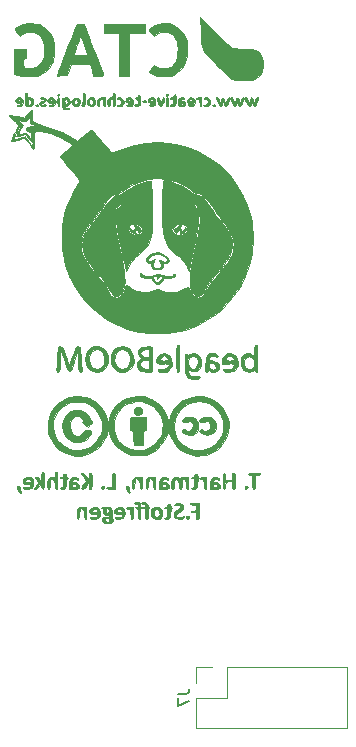
<source format=gbo>
G04 #@! TF.FileFunction,Legend,Bot*
%FSLAX46Y46*%
G04 Gerber Fmt 4.6, Leading zero omitted, Abs format (unit mm)*
G04 Created by KiCad (PCBNEW 4.0.6) date 08/23/17 08:58:04*
%MOMM*%
%LPD*%
G01*
G04 APERTURE LIST*
%ADD10C,0.100000*%
%ADD11C,0.120000*%
%ADD12C,0.010000*%
%ADD13C,0.150000*%
G04 APERTURE END LIST*
D10*
D11*
X199376100Y-101104400D02*
X199376100Y-106304400D01*
X189156100Y-101104400D02*
X199376100Y-101104400D01*
X186556100Y-106304400D02*
X199376100Y-106304400D01*
X189156100Y-101104400D02*
X189156100Y-103704400D01*
X189156100Y-103704400D02*
X186556100Y-103704400D01*
X186556100Y-103704400D02*
X186556100Y-106304400D01*
X187886100Y-101104400D02*
X186556100Y-101104400D01*
X186556100Y-101104400D02*
X186556100Y-102434400D01*
D12*
G36*
X178709838Y-87547124D02*
X178586590Y-87574718D01*
X178558600Y-87599900D01*
X178606922Y-87661554D01*
X178622100Y-87663400D01*
X178665063Y-87718983D01*
X178685358Y-87854638D01*
X178685600Y-87872950D01*
X178719905Y-88083102D01*
X178833061Y-88198624D01*
X179040428Y-88234876D01*
X179047550Y-88234900D01*
X179189325Y-88251743D01*
X179256302Y-88292851D01*
X179257100Y-88298400D01*
X179202290Y-88344762D01*
X179082475Y-88362767D01*
X178821292Y-88393791D01*
X178647400Y-88475773D01*
X178572309Y-88596564D01*
X178607527Y-88744011D01*
X178657969Y-88810950D01*
X178793572Y-88888567D01*
X178994209Y-88930179D01*
X179207397Y-88932660D01*
X179380654Y-88892888D01*
X179434900Y-88857200D01*
X179501609Y-88728384D01*
X179501396Y-88708978D01*
X179234959Y-88708978D01*
X179234143Y-88711134D01*
X179149269Y-88784554D01*
X179014507Y-88795770D01*
X178886899Y-88751100D01*
X178824799Y-88665793D01*
X178859704Y-88565113D01*
X178971781Y-88514867D01*
X179138111Y-88510527D01*
X179234344Y-88581594D01*
X179234959Y-88708978D01*
X179501396Y-88708978D01*
X179500052Y-88586934D01*
X179467820Y-88530286D01*
X179446716Y-88447596D01*
X179438022Y-88280215D01*
X179440929Y-88133197D01*
X179435783Y-87967293D01*
X179214465Y-87967293D01*
X179190232Y-88016709D01*
X179067858Y-88101122D01*
X178959363Y-88069234D01*
X178906883Y-87977852D01*
X178908342Y-87838927D01*
X178974081Y-87715325D01*
X179072142Y-87663400D01*
X179158218Y-87716786D01*
X179212218Y-87837704D01*
X179214465Y-87967293D01*
X179435783Y-87967293D01*
X179432214Y-87852279D01*
X179363343Y-87671984D01*
X179217138Y-87573426D01*
X178976416Y-87537719D01*
X178898009Y-87536400D01*
X178709838Y-87547124D01*
X178709838Y-87547124D01*
G37*
X178709838Y-87547124D02*
X178586590Y-87574718D01*
X178558600Y-87599900D01*
X178606922Y-87661554D01*
X178622100Y-87663400D01*
X178665063Y-87718983D01*
X178685358Y-87854638D01*
X178685600Y-87872950D01*
X178719905Y-88083102D01*
X178833061Y-88198624D01*
X179040428Y-88234876D01*
X179047550Y-88234900D01*
X179189325Y-88251743D01*
X179256302Y-88292851D01*
X179257100Y-88298400D01*
X179202290Y-88344762D01*
X179082475Y-88362767D01*
X178821292Y-88393791D01*
X178647400Y-88475773D01*
X178572309Y-88596564D01*
X178607527Y-88744011D01*
X178657969Y-88810950D01*
X178793572Y-88888567D01*
X178994209Y-88930179D01*
X179207397Y-88932660D01*
X179380654Y-88892888D01*
X179434900Y-88857200D01*
X179501609Y-88728384D01*
X179501396Y-88708978D01*
X179234959Y-88708978D01*
X179234143Y-88711134D01*
X179149269Y-88784554D01*
X179014507Y-88795770D01*
X178886899Y-88751100D01*
X178824799Y-88665793D01*
X178859704Y-88565113D01*
X178971781Y-88514867D01*
X179138111Y-88510527D01*
X179234344Y-88581594D01*
X179234959Y-88708978D01*
X179501396Y-88708978D01*
X179500052Y-88586934D01*
X179467820Y-88530286D01*
X179446716Y-88447596D01*
X179438022Y-88280215D01*
X179440929Y-88133197D01*
X179435783Y-87967293D01*
X179214465Y-87967293D01*
X179190232Y-88016709D01*
X179067858Y-88101122D01*
X178959363Y-88069234D01*
X178906883Y-87977852D01*
X178908342Y-87838927D01*
X178974081Y-87715325D01*
X179072142Y-87663400D01*
X179158218Y-87716786D01*
X179212218Y-87837704D01*
X179214465Y-87967293D01*
X179435783Y-87967293D01*
X179432214Y-87852279D01*
X179363343Y-87671984D01*
X179217138Y-87573426D01*
X178976416Y-87537719D01*
X178898009Y-87536400D01*
X178709838Y-87547124D01*
G36*
X186229658Y-87228539D02*
X186092070Y-87253722D01*
X186051600Y-87282400D01*
X186107935Y-87322163D01*
X186248664Y-87344280D01*
X186305600Y-87345900D01*
X186468181Y-87352010D01*
X186540424Y-87394782D01*
X186558990Y-87510877D01*
X186559600Y-87599900D01*
X186552872Y-87762527D01*
X186511328Y-87834799D01*
X186402931Y-87853332D01*
X186337350Y-87853900D01*
X186190450Y-87869849D01*
X186117020Y-87909066D01*
X186115100Y-87917400D01*
X186170922Y-87959371D01*
X186308183Y-87980351D01*
X186337350Y-87980900D01*
X186473911Y-87987000D01*
X186538576Y-88028342D01*
X186558230Y-88139490D01*
X186559600Y-88266650D01*
X186567910Y-88445221D01*
X186602414Y-88529662D01*
X186677477Y-88552290D01*
X186686600Y-88552400D01*
X186743257Y-88544040D01*
X186780002Y-88503991D01*
X186801113Y-88409799D01*
X186810865Y-88239013D01*
X186813538Y-87969177D01*
X186813600Y-87885650D01*
X186813600Y-87218900D01*
X186432600Y-87218900D01*
X186229658Y-87228539D01*
X186229658Y-87228539D01*
G37*
X186229658Y-87228539D02*
X186092070Y-87253722D01*
X186051600Y-87282400D01*
X186107935Y-87322163D01*
X186248664Y-87344280D01*
X186305600Y-87345900D01*
X186468181Y-87352010D01*
X186540424Y-87394782D01*
X186558990Y-87510877D01*
X186559600Y-87599900D01*
X186552872Y-87762527D01*
X186511328Y-87834799D01*
X186402931Y-87853332D01*
X186337350Y-87853900D01*
X186190450Y-87869849D01*
X186117020Y-87909066D01*
X186115100Y-87917400D01*
X186170922Y-87959371D01*
X186308183Y-87980351D01*
X186337350Y-87980900D01*
X186473911Y-87987000D01*
X186538576Y-88028342D01*
X186558230Y-88139490D01*
X186559600Y-88266650D01*
X186567910Y-88445221D01*
X186602414Y-88529662D01*
X186677477Y-88552290D01*
X186686600Y-88552400D01*
X186743257Y-88544040D01*
X186780002Y-88503991D01*
X186801113Y-88409799D01*
X186810865Y-88239013D01*
X186813538Y-87969177D01*
X186813600Y-87885650D01*
X186813600Y-87218900D01*
X186432600Y-87218900D01*
X186229658Y-87228539D01*
G36*
X185754972Y-88343301D02*
X185734100Y-88425400D01*
X185779002Y-88531528D01*
X185861100Y-88552400D01*
X185967229Y-88507498D01*
X185988100Y-88425400D01*
X185943199Y-88319271D01*
X185861100Y-88298400D01*
X185754972Y-88343301D01*
X185754972Y-88343301D01*
G37*
X185754972Y-88343301D02*
X185734100Y-88425400D01*
X185779002Y-88531528D01*
X185861100Y-88552400D01*
X185967229Y-88507498D01*
X185988100Y-88425400D01*
X185943199Y-88319271D01*
X185861100Y-88298400D01*
X185754972Y-88343301D01*
G36*
X184885768Y-87242737D02*
X184751468Y-87301774D01*
X184720902Y-87364115D01*
X184791940Y-87398316D01*
X184895716Y-87389751D01*
X185094083Y-87382783D01*
X185201354Y-87444061D01*
X185215177Y-87550980D01*
X185133199Y-87680936D01*
X184953067Y-87811324D01*
X184940296Y-87818043D01*
X184769789Y-87925718D01*
X184688576Y-88041572D01*
X184667046Y-88147683D01*
X184688670Y-88344203D01*
X184750957Y-88449185D01*
X184890621Y-88521196D01*
X185088752Y-88551456D01*
X185292249Y-88539497D01*
X185448011Y-88484852D01*
X185481374Y-88455615D01*
X185533680Y-88353248D01*
X185487233Y-88315743D01*
X185362714Y-88356755D01*
X185158814Y-88421081D01*
X184992744Y-88388233D01*
X184910998Y-88302880D01*
X184884259Y-88200400D01*
X184945348Y-88105797D01*
X185009250Y-88051497D01*
X185163203Y-87947669D01*
X185294689Y-87884034D01*
X185404734Y-87791289D01*
X185465278Y-87633479D01*
X185458985Y-87468401D01*
X185435249Y-87415446D01*
X185294178Y-87294998D01*
X185088307Y-87232740D01*
X184885768Y-87242737D01*
X184885768Y-87242737D01*
G37*
X184885768Y-87242737D02*
X184751468Y-87301774D01*
X184720902Y-87364115D01*
X184791940Y-87398316D01*
X184895716Y-87389751D01*
X185094083Y-87382783D01*
X185201354Y-87444061D01*
X185215177Y-87550980D01*
X185133199Y-87680936D01*
X184953067Y-87811324D01*
X184940296Y-87818043D01*
X184769789Y-87925718D01*
X184688576Y-88041572D01*
X184667046Y-88147683D01*
X184688670Y-88344203D01*
X184750957Y-88449185D01*
X184890621Y-88521196D01*
X185088752Y-88551456D01*
X185292249Y-88539497D01*
X185448011Y-88484852D01*
X185481374Y-88455615D01*
X185533680Y-88353248D01*
X185487233Y-88315743D01*
X185362714Y-88356755D01*
X185158814Y-88421081D01*
X184992744Y-88388233D01*
X184910998Y-88302880D01*
X184884259Y-88200400D01*
X184945348Y-88105797D01*
X185009250Y-88051497D01*
X185163203Y-87947669D01*
X185294689Y-87884034D01*
X185404734Y-87791289D01*
X185465278Y-87633479D01*
X185458985Y-87468401D01*
X185435249Y-87415446D01*
X185294178Y-87294998D01*
X185088307Y-87232740D01*
X184885768Y-87242737D01*
G36*
X184167472Y-87327301D02*
X184146600Y-87409400D01*
X184101699Y-87515528D01*
X184019600Y-87536400D01*
X183916415Y-87562992D01*
X183892600Y-87599900D01*
X183945785Y-87651492D01*
X184019600Y-87663400D01*
X184090533Y-87677301D01*
X184128861Y-87738369D01*
X184144266Y-87875648D01*
X184146600Y-88044400D01*
X184141967Y-88257196D01*
X184121611Y-88372180D01*
X184075851Y-88418395D01*
X184019600Y-88425400D01*
X183916415Y-88451992D01*
X183892600Y-88488900D01*
X183942458Y-88545255D01*
X184060245Y-88555429D01*
X184198287Y-88525817D01*
X184308909Y-88462814D01*
X184334866Y-88429574D01*
X184373877Y-88294529D01*
X184397436Y-88093065D01*
X184400600Y-87990366D01*
X184416282Y-87780761D01*
X184458821Y-87655726D01*
X184479975Y-87636941D01*
X184526674Y-87595239D01*
X184479975Y-87562858D01*
X184413192Y-87475561D01*
X184400600Y-87404108D01*
X184353172Y-87301797D01*
X184273600Y-87282400D01*
X184167472Y-87327301D01*
X184167472Y-87327301D01*
G37*
X184167472Y-87327301D02*
X184146600Y-87409400D01*
X184101699Y-87515528D01*
X184019600Y-87536400D01*
X183916415Y-87562992D01*
X183892600Y-87599900D01*
X183945785Y-87651492D01*
X184019600Y-87663400D01*
X184090533Y-87677301D01*
X184128861Y-87738369D01*
X184144266Y-87875648D01*
X184146600Y-88044400D01*
X184141967Y-88257196D01*
X184121611Y-88372180D01*
X184075851Y-88418395D01*
X184019600Y-88425400D01*
X183916415Y-88451992D01*
X183892600Y-88488900D01*
X183942458Y-88545255D01*
X184060245Y-88555429D01*
X184198287Y-88525817D01*
X184308909Y-88462814D01*
X184334866Y-88429574D01*
X184373877Y-88294529D01*
X184397436Y-88093065D01*
X184400600Y-87990366D01*
X184416282Y-87780761D01*
X184458821Y-87655726D01*
X184479975Y-87636941D01*
X184526674Y-87595239D01*
X184479975Y-87562858D01*
X184413192Y-87475561D01*
X184400600Y-87404108D01*
X184353172Y-87301797D01*
X184273600Y-87282400D01*
X184167472Y-87327301D01*
G36*
X182954503Y-87595716D02*
X182883973Y-87656027D01*
X182781345Y-87837853D01*
X182750216Y-88072161D01*
X182793135Y-88304780D01*
X182848451Y-88411270D01*
X182988799Y-88514037D01*
X183190736Y-88557475D01*
X183402664Y-88539861D01*
X183572987Y-88459472D01*
X183597009Y-88436274D01*
X183671803Y-88278990D01*
X183692807Y-88116747D01*
X183487459Y-88116747D01*
X183485509Y-88127232D01*
X183408988Y-88324210D01*
X183292513Y-88416699D01*
X183157570Y-88397745D01*
X183033917Y-88273373D01*
X182970047Y-88084118D01*
X182996370Y-87891352D01*
X183103652Y-87744573D01*
X183136449Y-87723769D01*
X183274878Y-87708267D01*
X183397090Y-87788902D01*
X183476734Y-87935214D01*
X183487459Y-88116747D01*
X183692807Y-88116747D01*
X183699864Y-88062245D01*
X183679291Y-87845404D01*
X183620498Y-87703074D01*
X183507966Y-87623687D01*
X183329933Y-87565310D01*
X183278620Y-87556565D01*
X183085399Y-87547616D01*
X182954503Y-87595716D01*
X182954503Y-87595716D01*
G37*
X182954503Y-87595716D02*
X182883973Y-87656027D01*
X182781345Y-87837853D01*
X182750216Y-88072161D01*
X182793135Y-88304780D01*
X182848451Y-88411270D01*
X182988799Y-88514037D01*
X183190736Y-88557475D01*
X183402664Y-88539861D01*
X183572987Y-88459472D01*
X183597009Y-88436274D01*
X183671803Y-88278990D01*
X183692807Y-88116747D01*
X183487459Y-88116747D01*
X183485509Y-88127232D01*
X183408988Y-88324210D01*
X183292513Y-88416699D01*
X183157570Y-88397745D01*
X183033917Y-88273373D01*
X182970047Y-88084118D01*
X182996370Y-87891352D01*
X183103652Y-87744573D01*
X183136449Y-87723769D01*
X183274878Y-87708267D01*
X183397090Y-87788902D01*
X183476734Y-87935214D01*
X183487459Y-88116747D01*
X183692807Y-88116747D01*
X183699864Y-88062245D01*
X183679291Y-87845404D01*
X183620498Y-87703074D01*
X183507966Y-87623687D01*
X183329933Y-87565310D01*
X183278620Y-87556565D01*
X183085399Y-87547616D01*
X182954503Y-87595716D01*
G36*
X181389008Y-87121350D02*
X181352600Y-87193943D01*
X181392105Y-87266351D01*
X181440113Y-87262405D01*
X181557380Y-87274139D01*
X181648736Y-87367991D01*
X181670100Y-87453850D01*
X181617118Y-87520826D01*
X181543100Y-87536400D01*
X181439869Y-87559919D01*
X181416100Y-87592493D01*
X181468947Y-87651781D01*
X181543100Y-87681799D01*
X181612142Y-87715516D01*
X181650657Y-87791195D01*
X181667118Y-87938982D01*
X181670100Y-88133705D01*
X181676304Y-88367115D01*
X181698501Y-88497605D01*
X181742067Y-88548812D01*
X181765350Y-88552400D01*
X181817101Y-88526259D01*
X181846720Y-88432264D01*
X181859212Y-88247059D01*
X181860600Y-88107900D01*
X181860600Y-87663400D01*
X182241600Y-87663400D01*
X182241600Y-88107900D01*
X182245027Y-88341498D01*
X182260478Y-88475323D01*
X182295714Y-88536531D01*
X182358491Y-88552276D01*
X182368600Y-88552400D01*
X182435661Y-88540272D01*
X182473915Y-88485687D01*
X182491256Y-88361345D01*
X182495580Y-88139943D01*
X182495600Y-88113191D01*
X182507716Y-87832958D01*
X182543939Y-87675769D01*
X182574975Y-87641775D01*
X182619962Y-87597509D01*
X182580010Y-87556473D01*
X182510314Y-87459199D01*
X182461862Y-87328836D01*
X182365864Y-87175902D01*
X182200567Y-87098067D01*
X182019492Y-87114808D01*
X181930720Y-87184351D01*
X181948685Y-87251188D01*
X182059995Y-87271405D01*
X182066975Y-87270516D01*
X182184869Y-87287542D01*
X182230142Y-87393525D01*
X182225129Y-87494175D01*
X182147668Y-87532217D01*
X182055517Y-87536400D01*
X181916450Y-87519368D01*
X181865009Y-87449831D01*
X181860600Y-87390350D01*
X181811810Y-87208309D01*
X181668198Y-87109607D01*
X181530400Y-87091900D01*
X181389008Y-87121350D01*
X181389008Y-87121350D01*
G37*
X181389008Y-87121350D02*
X181352600Y-87193943D01*
X181392105Y-87266351D01*
X181440113Y-87262405D01*
X181557380Y-87274139D01*
X181648736Y-87367991D01*
X181670100Y-87453850D01*
X181617118Y-87520826D01*
X181543100Y-87536400D01*
X181439869Y-87559919D01*
X181416100Y-87592493D01*
X181468947Y-87651781D01*
X181543100Y-87681799D01*
X181612142Y-87715516D01*
X181650657Y-87791195D01*
X181667118Y-87938982D01*
X181670100Y-88133705D01*
X181676304Y-88367115D01*
X181698501Y-88497605D01*
X181742067Y-88548812D01*
X181765350Y-88552400D01*
X181817101Y-88526259D01*
X181846720Y-88432264D01*
X181859212Y-88247059D01*
X181860600Y-88107900D01*
X181860600Y-87663400D01*
X182241600Y-87663400D01*
X182241600Y-88107900D01*
X182245027Y-88341498D01*
X182260478Y-88475323D01*
X182295714Y-88536531D01*
X182358491Y-88552276D01*
X182368600Y-88552400D01*
X182435661Y-88540272D01*
X182473915Y-88485687D01*
X182491256Y-88361345D01*
X182495580Y-88139943D01*
X182495600Y-88113191D01*
X182507716Y-87832958D01*
X182543939Y-87675769D01*
X182574975Y-87641775D01*
X182619962Y-87597509D01*
X182580010Y-87556473D01*
X182510314Y-87459199D01*
X182461862Y-87328836D01*
X182365864Y-87175902D01*
X182200567Y-87098067D01*
X182019492Y-87114808D01*
X181930720Y-87184351D01*
X181948685Y-87251188D01*
X182059995Y-87271405D01*
X182066975Y-87270516D01*
X182184869Y-87287542D01*
X182230142Y-87393525D01*
X182225129Y-87494175D01*
X182147668Y-87532217D01*
X182055517Y-87536400D01*
X181916450Y-87519368D01*
X181865009Y-87449831D01*
X181860600Y-87390350D01*
X181811810Y-87208309D01*
X181668198Y-87109607D01*
X181530400Y-87091900D01*
X181389008Y-87121350D01*
G36*
X180753187Y-87561072D02*
X180667323Y-87600306D01*
X180654100Y-87644181D01*
X180696302Y-87711556D01*
X180743384Y-87706226D01*
X180864640Y-87716128D01*
X180960929Y-87832081D01*
X181020858Y-88033863D01*
X181035100Y-88224025D01*
X181044677Y-88427481D01*
X181077999Y-88528815D01*
X181130350Y-88552400D01*
X181179643Y-88528166D01*
X181209027Y-88440341D01*
X181222842Y-88266243D01*
X181225600Y-88054457D01*
X181225600Y-87556514D01*
X180939850Y-87552195D01*
X180753187Y-87561072D01*
X180753187Y-87561072D01*
G37*
X180753187Y-87561072D02*
X180667323Y-87600306D01*
X180654100Y-87644181D01*
X180696302Y-87711556D01*
X180743384Y-87706226D01*
X180864640Y-87716128D01*
X180960929Y-87832081D01*
X181020858Y-88033863D01*
X181035100Y-88224025D01*
X181044677Y-88427481D01*
X181077999Y-88528815D01*
X181130350Y-88552400D01*
X181179643Y-88528166D01*
X181209027Y-88440341D01*
X181222842Y-88266243D01*
X181225600Y-88054457D01*
X181225600Y-87556514D01*
X180939850Y-87552195D01*
X180753187Y-87561072D01*
G36*
X179830675Y-87617344D02*
X179692074Y-87755954D01*
X179638100Y-87949150D01*
X179648869Y-88044559D01*
X179703162Y-88091398D01*
X179833956Y-88106722D01*
X179945017Y-88107900D01*
X180167085Y-88116909D01*
X180280293Y-88151399D01*
X180301971Y-88222563D01*
X180264607Y-88314270D01*
X180194297Y-88395996D01*
X180077361Y-88418675D01*
X179949341Y-88407213D01*
X179780940Y-88396888D01*
X179709068Y-88429965D01*
X179701600Y-88463192D01*
X179756031Y-88525656D01*
X179892371Y-88555529D01*
X180070196Y-88554321D01*
X180249080Y-88523542D01*
X180388597Y-88464702D01*
X180422009Y-88436274D01*
X180506156Y-88262731D01*
X180527519Y-88036429D01*
X180508009Y-87927464D01*
X180309706Y-87927464D01*
X180292826Y-87968659D01*
X180183730Y-87980309D01*
X180082600Y-87980900D01*
X179916331Y-87977238D01*
X179854200Y-87953788D01*
X179873352Y-87891848D01*
X179907975Y-87838025D01*
X180005642Y-87731354D01*
X180082600Y-87695150D01*
X180174072Y-87743228D01*
X180257225Y-87838025D01*
X180309706Y-87927464D01*
X180508009Y-87927464D01*
X180487705Y-87814074D01*
X180400100Y-87663400D01*
X180220103Y-87557786D01*
X180018490Y-87546861D01*
X179830675Y-87617344D01*
X179830675Y-87617344D01*
G37*
X179830675Y-87617344D02*
X179692074Y-87755954D01*
X179638100Y-87949150D01*
X179648869Y-88044559D01*
X179703162Y-88091398D01*
X179833956Y-88106722D01*
X179945017Y-88107900D01*
X180167085Y-88116909D01*
X180280293Y-88151399D01*
X180301971Y-88222563D01*
X180264607Y-88314270D01*
X180194297Y-88395996D01*
X180077361Y-88418675D01*
X179949341Y-88407213D01*
X179780940Y-88396888D01*
X179709068Y-88429965D01*
X179701600Y-88463192D01*
X179756031Y-88525656D01*
X179892371Y-88555529D01*
X180070196Y-88554321D01*
X180249080Y-88523542D01*
X180388597Y-88464702D01*
X180422009Y-88436274D01*
X180506156Y-88262731D01*
X180527519Y-88036429D01*
X180508009Y-87927464D01*
X180309706Y-87927464D01*
X180292826Y-87968659D01*
X180183730Y-87980309D01*
X180082600Y-87980900D01*
X179916331Y-87977238D01*
X179854200Y-87953788D01*
X179873352Y-87891848D01*
X179907975Y-87838025D01*
X180005642Y-87731354D01*
X180082600Y-87695150D01*
X180174072Y-87743228D01*
X180257225Y-87838025D01*
X180309706Y-87927464D01*
X180508009Y-87927464D01*
X180487705Y-87814074D01*
X180400100Y-87663400D01*
X180220103Y-87557786D01*
X180018490Y-87546861D01*
X179830675Y-87617344D01*
G36*
X177735175Y-87617344D02*
X177596574Y-87755954D01*
X177542600Y-87949150D01*
X177553369Y-88044559D01*
X177607662Y-88091398D01*
X177738456Y-88106722D01*
X177849517Y-88107900D01*
X178071585Y-88116909D01*
X178184793Y-88151399D01*
X178206471Y-88222563D01*
X178169107Y-88314270D01*
X178098797Y-88395996D01*
X177981861Y-88418675D01*
X177853841Y-88407213D01*
X177685440Y-88396888D01*
X177613568Y-88429965D01*
X177606100Y-88463192D01*
X177660531Y-88525656D01*
X177796871Y-88555529D01*
X177974696Y-88554321D01*
X178153580Y-88523542D01*
X178293097Y-88464702D01*
X178326509Y-88436274D01*
X178410656Y-88262731D01*
X178432019Y-88036429D01*
X178412509Y-87927464D01*
X178214206Y-87927464D01*
X178197326Y-87968659D01*
X178088230Y-87980309D01*
X177987100Y-87980900D01*
X177820831Y-87977238D01*
X177758700Y-87953788D01*
X177777852Y-87891848D01*
X177812475Y-87838025D01*
X177910142Y-87731354D01*
X177987100Y-87695150D01*
X178078572Y-87743228D01*
X178161725Y-87838025D01*
X178214206Y-87927464D01*
X178412509Y-87927464D01*
X178392205Y-87814074D01*
X178304600Y-87663400D01*
X178124603Y-87557786D01*
X177922990Y-87546861D01*
X177735175Y-87617344D01*
X177735175Y-87617344D01*
G37*
X177735175Y-87617344D02*
X177596574Y-87755954D01*
X177542600Y-87949150D01*
X177553369Y-88044559D01*
X177607662Y-88091398D01*
X177738456Y-88106722D01*
X177849517Y-88107900D01*
X178071585Y-88116909D01*
X178184793Y-88151399D01*
X178206471Y-88222563D01*
X178169107Y-88314270D01*
X178098797Y-88395996D01*
X177981861Y-88418675D01*
X177853841Y-88407213D01*
X177685440Y-88396888D01*
X177613568Y-88429965D01*
X177606100Y-88463192D01*
X177660531Y-88525656D01*
X177796871Y-88555529D01*
X177974696Y-88554321D01*
X178153580Y-88523542D01*
X178293097Y-88464702D01*
X178326509Y-88436274D01*
X178410656Y-88262731D01*
X178432019Y-88036429D01*
X178412509Y-87927464D01*
X178214206Y-87927464D01*
X178197326Y-87968659D01*
X178088230Y-87980309D01*
X177987100Y-87980900D01*
X177820831Y-87977238D01*
X177758700Y-87953788D01*
X177777852Y-87891848D01*
X177812475Y-87838025D01*
X177910142Y-87731354D01*
X177987100Y-87695150D01*
X178078572Y-87743228D01*
X178161725Y-87838025D01*
X178214206Y-87927464D01*
X178412509Y-87927464D01*
X178392205Y-87814074D01*
X178304600Y-87663400D01*
X178124603Y-87557786D01*
X177922990Y-87546861D01*
X177735175Y-87617344D01*
G36*
X176733993Y-87562663D02*
X176582476Y-87625287D01*
X176499324Y-87759870D01*
X176466398Y-87987563D01*
X176463100Y-88144185D01*
X176469582Y-88374252D01*
X176492720Y-88501540D01*
X176538050Y-88549781D01*
X176558350Y-88552400D01*
X176616689Y-88520111D01*
X176646169Y-88407344D01*
X176653600Y-88215286D01*
X176670590Y-87991399D01*
X176714439Y-87811820D01*
X176743115Y-87755754D01*
X176813613Y-87673641D01*
X176876585Y-87679309D01*
X176965365Y-87753459D01*
X177050113Y-87864736D01*
X177090108Y-88025511D01*
X177098100Y-88212991D01*
X177107110Y-88420252D01*
X177138607Y-88525373D01*
X177193350Y-88552400D01*
X177242676Y-88528141D01*
X177272064Y-88440237D01*
X177285862Y-88265994D01*
X177288600Y-88055231D01*
X177288600Y-87558063D01*
X176972016Y-87550852D01*
X176733993Y-87562663D01*
X176733993Y-87562663D01*
G37*
X176733993Y-87562663D02*
X176582476Y-87625287D01*
X176499324Y-87759870D01*
X176466398Y-87987563D01*
X176463100Y-88144185D01*
X176469582Y-88374252D01*
X176492720Y-88501540D01*
X176538050Y-88549781D01*
X176558350Y-88552400D01*
X176616689Y-88520111D01*
X176646169Y-88407344D01*
X176653600Y-88215286D01*
X176670590Y-87991399D01*
X176714439Y-87811820D01*
X176743115Y-87755754D01*
X176813613Y-87673641D01*
X176876585Y-87679309D01*
X176965365Y-87753459D01*
X177050113Y-87864736D01*
X177090108Y-88025511D01*
X177098100Y-88212991D01*
X177107110Y-88420252D01*
X177138607Y-88525373D01*
X177193350Y-88552400D01*
X177242676Y-88528141D01*
X177272064Y-88440237D01*
X177285862Y-88265994D01*
X177288600Y-88055231D01*
X177288600Y-87558063D01*
X176972016Y-87550852D01*
X176733993Y-87562663D01*
G36*
X180611176Y-85802058D02*
X180603363Y-85930939D01*
X180687142Y-86141897D01*
X180687481Y-86142553D01*
X180773064Y-86258759D01*
X180866314Y-86324445D01*
X180936626Y-86330285D01*
X180953396Y-86266957D01*
X180937664Y-86218775D01*
X180890477Y-86070883D01*
X180860163Y-85933025D01*
X180799070Y-85791859D01*
X180710393Y-85758400D01*
X180611176Y-85802058D01*
X180611176Y-85802058D01*
G37*
X180611176Y-85802058D02*
X180603363Y-85930939D01*
X180687142Y-86141897D01*
X180687481Y-86142553D01*
X180773064Y-86258759D01*
X180866314Y-86324445D01*
X180936626Y-86330285D01*
X180953396Y-86266957D01*
X180937664Y-86218775D01*
X180890477Y-86070883D01*
X180860163Y-85933025D01*
X180799070Y-85791859D01*
X180710393Y-85758400D01*
X180611176Y-85802058D01*
G36*
X171403676Y-85802058D02*
X171395863Y-85930939D01*
X171479642Y-86141897D01*
X171479981Y-86142553D01*
X171565564Y-86258759D01*
X171658814Y-86324445D01*
X171729126Y-86330285D01*
X171745896Y-86266957D01*
X171730164Y-86218775D01*
X171682977Y-86070883D01*
X171652663Y-85933025D01*
X171591570Y-85791859D01*
X171502893Y-85758400D01*
X171403676Y-85802058D01*
X171403676Y-85802058D01*
G37*
X171403676Y-85802058D02*
X171395863Y-85930939D01*
X171479642Y-86141897D01*
X171479981Y-86142553D01*
X171565564Y-86258759D01*
X171658814Y-86324445D01*
X171729126Y-86330285D01*
X171745896Y-86266957D01*
X171730164Y-86218775D01*
X171682977Y-86070883D01*
X171652663Y-85933025D01*
X171591570Y-85791859D01*
X171502893Y-85758400D01*
X171403676Y-85802058D01*
G36*
X191217994Y-84685922D02*
X191031851Y-84705238D01*
X190944775Y-84734215D01*
X190941100Y-84742400D01*
X190996280Y-84786985D01*
X191129230Y-84805895D01*
X191131600Y-84805900D01*
X191322100Y-84805900D01*
X191322100Y-85409150D01*
X191324018Y-85689527D01*
X191333078Y-85866481D01*
X191354239Y-85963571D01*
X191392461Y-86004353D01*
X191449100Y-86012400D01*
X191508127Y-86003290D01*
X191545381Y-85960257D01*
X191565821Y-85859742D01*
X191574407Y-85678186D01*
X191576100Y-85409150D01*
X191576100Y-84805900D01*
X191798350Y-84805900D01*
X191945251Y-84789950D01*
X192018681Y-84750733D01*
X192020600Y-84742400D01*
X191960907Y-84711475D01*
X191796727Y-84689576D01*
X191550416Y-84679332D01*
X191480850Y-84678900D01*
X191217994Y-84685922D01*
X191217994Y-84685922D01*
G37*
X191217994Y-84685922D02*
X191031851Y-84705238D01*
X190944775Y-84734215D01*
X190941100Y-84742400D01*
X190996280Y-84786985D01*
X191129230Y-84805895D01*
X191131600Y-84805900D01*
X191322100Y-84805900D01*
X191322100Y-85409150D01*
X191324018Y-85689527D01*
X191333078Y-85866481D01*
X191354239Y-85963571D01*
X191392461Y-86004353D01*
X191449100Y-86012400D01*
X191508127Y-86003290D01*
X191545381Y-85960257D01*
X191565821Y-85859742D01*
X191574407Y-85678186D01*
X191576100Y-85409150D01*
X191576100Y-84805900D01*
X191798350Y-84805900D01*
X191945251Y-84789950D01*
X192018681Y-84750733D01*
X192020600Y-84742400D01*
X191960907Y-84711475D01*
X191796727Y-84689576D01*
X191550416Y-84679332D01*
X191480850Y-84678900D01*
X191217994Y-84685922D01*
G36*
X190707972Y-85803301D02*
X190687100Y-85885400D01*
X190732002Y-85991528D01*
X190814100Y-86012400D01*
X190920229Y-85967498D01*
X190941100Y-85885400D01*
X190896199Y-85779271D01*
X190814100Y-85758400D01*
X190707972Y-85803301D01*
X190707972Y-85803301D01*
G37*
X190707972Y-85803301D02*
X190687100Y-85885400D01*
X190732002Y-85991528D01*
X190814100Y-86012400D01*
X190920229Y-85967498D01*
X190941100Y-85885400D01*
X190896199Y-85779271D01*
X190814100Y-85758400D01*
X190707972Y-85803301D01*
G36*
X188897354Y-84699341D02*
X188869059Y-84774331D01*
X188853035Y-84924373D01*
X188846354Y-85169968D01*
X188845600Y-85345650D01*
X188848765Y-85652172D01*
X188860078Y-85851651D01*
X188882272Y-85963929D01*
X188918077Y-86008847D01*
X188937371Y-86012400D01*
X189002132Y-85963908D01*
X189039699Y-85809332D01*
X189048496Y-85710775D01*
X189067850Y-85409150D01*
X189337725Y-85389623D01*
X189607600Y-85370097D01*
X189607600Y-85691248D01*
X189614133Y-85883020D01*
X189641922Y-85979185D01*
X189703259Y-86010821D01*
X189734600Y-86012400D01*
X189791257Y-86004040D01*
X189828002Y-85963991D01*
X189849113Y-85869799D01*
X189858865Y-85699013D01*
X189861538Y-85429177D01*
X189861600Y-85345650D01*
X189860008Y-85048204D01*
X189852380Y-84855292D01*
X189834439Y-84744461D01*
X189801908Y-84693258D01*
X189750510Y-84679230D01*
X189734600Y-84678900D01*
X189655236Y-84697596D01*
X189617706Y-84775231D01*
X189607649Y-84944122D01*
X189607600Y-84964650D01*
X189607600Y-85250400D01*
X189036100Y-85250400D01*
X189036100Y-84964650D01*
X189023635Y-84776308D01*
X188981250Y-84690518D01*
X188940850Y-84678900D01*
X188897354Y-84699341D01*
X188897354Y-84699341D01*
G37*
X188897354Y-84699341D02*
X188869059Y-84774331D01*
X188853035Y-84924373D01*
X188846354Y-85169968D01*
X188845600Y-85345650D01*
X188848765Y-85652172D01*
X188860078Y-85851651D01*
X188882272Y-85963929D01*
X188918077Y-86008847D01*
X188937371Y-86012400D01*
X189002132Y-85963908D01*
X189039699Y-85809332D01*
X189048496Y-85710775D01*
X189067850Y-85409150D01*
X189337725Y-85389623D01*
X189607600Y-85370097D01*
X189607600Y-85691248D01*
X189614133Y-85883020D01*
X189641922Y-85979185D01*
X189703259Y-86010821D01*
X189734600Y-86012400D01*
X189791257Y-86004040D01*
X189828002Y-85963991D01*
X189849113Y-85869799D01*
X189858865Y-85699013D01*
X189861538Y-85429177D01*
X189861600Y-85345650D01*
X189860008Y-85048204D01*
X189852380Y-84855292D01*
X189834439Y-84744461D01*
X189801908Y-84693258D01*
X189750510Y-84679230D01*
X189734600Y-84678900D01*
X189655236Y-84697596D01*
X189617706Y-84775231D01*
X189607649Y-84944122D01*
X189607600Y-84964650D01*
X189607600Y-85250400D01*
X189036100Y-85250400D01*
X189036100Y-84964650D01*
X189023635Y-84776308D01*
X188981250Y-84690518D01*
X188940850Y-84678900D01*
X188897354Y-84699341D01*
G36*
X188053986Y-85021349D02*
X187893100Y-85123400D01*
X187815537Y-85234821D01*
X187776469Y-85395027D01*
X187766100Y-85631400D01*
X187766100Y-86012400D01*
X188149093Y-86012400D01*
X188391698Y-86001159D01*
X188526679Y-85964892D01*
X188566865Y-85921768D01*
X188586336Y-85788072D01*
X188585861Y-85779191D01*
X188383176Y-85779191D01*
X188375304Y-85812266D01*
X188296348Y-85878922D01*
X188167203Y-85863507D01*
X188120544Y-85846856D01*
X188044449Y-85772875D01*
X188022286Y-85666406D01*
X188057527Y-85583350D01*
X188103214Y-85567900D01*
X188227809Y-85603913D01*
X188335088Y-85686879D01*
X188383176Y-85779191D01*
X188585861Y-85779191D01*
X188580747Y-85683643D01*
X188537398Y-85579382D01*
X188422254Y-85512123D01*
X188289975Y-85476329D01*
X188094994Y-85410102D01*
X188024986Y-85324853D01*
X188079176Y-85219339D01*
X188111291Y-85190268D01*
X188229196Y-85147738D01*
X188329367Y-85182493D01*
X188475907Y-85242756D01*
X188549696Y-85239223D01*
X188532823Y-85179503D01*
X188473441Y-85121287D01*
X188263638Y-85012476D01*
X188053986Y-85021349D01*
X188053986Y-85021349D01*
G37*
X188053986Y-85021349D02*
X187893100Y-85123400D01*
X187815537Y-85234821D01*
X187776469Y-85395027D01*
X187766100Y-85631400D01*
X187766100Y-86012400D01*
X188149093Y-86012400D01*
X188391698Y-86001159D01*
X188526679Y-85964892D01*
X188566865Y-85921768D01*
X188586336Y-85788072D01*
X188585861Y-85779191D01*
X188383176Y-85779191D01*
X188375304Y-85812266D01*
X188296348Y-85878922D01*
X188167203Y-85863507D01*
X188120544Y-85846856D01*
X188044449Y-85772875D01*
X188022286Y-85666406D01*
X188057527Y-85583350D01*
X188103214Y-85567900D01*
X188227809Y-85603913D01*
X188335088Y-85686879D01*
X188383176Y-85779191D01*
X188585861Y-85779191D01*
X188580747Y-85683643D01*
X188537398Y-85579382D01*
X188422254Y-85512123D01*
X188289975Y-85476329D01*
X188094994Y-85410102D01*
X188024986Y-85324853D01*
X188079176Y-85219339D01*
X188111291Y-85190268D01*
X188229196Y-85147738D01*
X188329367Y-85182493D01*
X188475907Y-85242756D01*
X188549696Y-85239223D01*
X188532823Y-85179503D01*
X188473441Y-85121287D01*
X188263638Y-85012476D01*
X188053986Y-85021349D01*
G36*
X186976187Y-85021072D02*
X186890323Y-85060306D01*
X186877100Y-85104181D01*
X186919302Y-85171556D01*
X186966384Y-85166226D01*
X187087640Y-85176128D01*
X187183929Y-85292081D01*
X187243858Y-85493863D01*
X187258100Y-85684025D01*
X187267677Y-85887481D01*
X187300999Y-85988815D01*
X187353350Y-86012400D01*
X187402643Y-85988166D01*
X187432027Y-85900341D01*
X187445842Y-85726243D01*
X187448600Y-85514457D01*
X187448600Y-85016514D01*
X187162850Y-85012195D01*
X186976187Y-85021072D01*
X186976187Y-85021072D01*
G37*
X186976187Y-85021072D02*
X186890323Y-85060306D01*
X186877100Y-85104181D01*
X186919302Y-85171556D01*
X186966384Y-85166226D01*
X187087640Y-85176128D01*
X187183929Y-85292081D01*
X187243858Y-85493863D01*
X187258100Y-85684025D01*
X187267677Y-85887481D01*
X187300999Y-85988815D01*
X187353350Y-86012400D01*
X187402643Y-85988166D01*
X187432027Y-85900341D01*
X187445842Y-85726243D01*
X187448600Y-85514457D01*
X187448600Y-85016514D01*
X187162850Y-85012195D01*
X186976187Y-85021072D01*
G36*
X186453472Y-84787301D02*
X186432600Y-84869400D01*
X186387699Y-84975528D01*
X186305600Y-84996400D01*
X186202415Y-85022992D01*
X186178600Y-85059900D01*
X186231785Y-85111492D01*
X186305600Y-85123400D01*
X186376533Y-85137301D01*
X186414861Y-85198369D01*
X186430266Y-85335648D01*
X186432600Y-85504400D01*
X186427967Y-85717196D01*
X186407611Y-85832180D01*
X186361851Y-85878395D01*
X186305600Y-85885400D01*
X186202415Y-85911992D01*
X186178600Y-85948900D01*
X186228458Y-86005255D01*
X186346245Y-86015429D01*
X186484287Y-85985817D01*
X186594909Y-85922814D01*
X186620866Y-85889574D01*
X186659877Y-85754529D01*
X186683436Y-85553065D01*
X186686600Y-85450366D01*
X186702282Y-85240761D01*
X186744821Y-85115726D01*
X186765975Y-85096941D01*
X186812674Y-85055239D01*
X186765975Y-85022858D01*
X186699192Y-84935561D01*
X186686600Y-84864108D01*
X186639172Y-84761797D01*
X186559600Y-84742400D01*
X186453472Y-84787301D01*
X186453472Y-84787301D01*
G37*
X186453472Y-84787301D02*
X186432600Y-84869400D01*
X186387699Y-84975528D01*
X186305600Y-84996400D01*
X186202415Y-85022992D01*
X186178600Y-85059900D01*
X186231785Y-85111492D01*
X186305600Y-85123400D01*
X186376533Y-85137301D01*
X186414861Y-85198369D01*
X186430266Y-85335648D01*
X186432600Y-85504400D01*
X186427967Y-85717196D01*
X186407611Y-85832180D01*
X186361851Y-85878395D01*
X186305600Y-85885400D01*
X186202415Y-85911992D01*
X186178600Y-85948900D01*
X186228458Y-86005255D01*
X186346245Y-86015429D01*
X186484287Y-85985817D01*
X186594909Y-85922814D01*
X186620866Y-85889574D01*
X186659877Y-85754529D01*
X186683436Y-85553065D01*
X186686600Y-85450366D01*
X186702282Y-85240761D01*
X186744821Y-85115726D01*
X186765975Y-85096941D01*
X186812674Y-85055239D01*
X186765975Y-85022858D01*
X186699192Y-84935561D01*
X186686600Y-84864108D01*
X186639172Y-84761797D01*
X186559600Y-84742400D01*
X186453472Y-84787301D01*
G36*
X185559475Y-85030919D02*
X185349698Y-85044623D01*
X185190297Y-85054844D01*
X185130850Y-85058488D01*
X185027478Y-85049553D01*
X184873238Y-85023802D01*
X184712497Y-85018946D01*
X184601708Y-85089384D01*
X184530135Y-85250819D01*
X184487041Y-85518951D01*
X184479894Y-85599032D01*
X184464938Y-85820981D01*
X184469773Y-85944929D01*
X184501432Y-85999234D01*
X184566947Y-86012252D01*
X184582407Y-86012400D01*
X184658935Y-86000121D01*
X184699709Y-85943392D01*
X184715724Y-85812371D01*
X184718100Y-85644100D01*
X184736527Y-85366349D01*
X184791279Y-85207440D01*
X184881566Y-85168606D01*
X184983933Y-85229358D01*
X185061100Y-85348237D01*
X185095408Y-85542802D01*
X185099100Y-85672991D01*
X185104940Y-85871338D01*
X185130049Y-85973367D01*
X185185818Y-86009513D01*
X185226100Y-86012400D01*
X185295283Y-85999329D01*
X185333611Y-85941272D01*
X185349927Y-85809964D01*
X185353100Y-85606443D01*
X185363384Y-85356038D01*
X185396573Y-85213847D01*
X185442384Y-85166226D01*
X185563640Y-85176128D01*
X185659929Y-85292081D01*
X185719858Y-85493863D01*
X185734100Y-85684025D01*
X185743677Y-85887481D01*
X185776999Y-85988815D01*
X185829350Y-86012400D01*
X185878440Y-85988314D01*
X185907798Y-85900979D01*
X185921711Y-85727773D01*
X185924600Y-85509641D01*
X185924600Y-85006882D01*
X185559475Y-85030919D01*
X185559475Y-85030919D01*
G37*
X185559475Y-85030919D02*
X185349698Y-85044623D01*
X185190297Y-85054844D01*
X185130850Y-85058488D01*
X185027478Y-85049553D01*
X184873238Y-85023802D01*
X184712497Y-85018946D01*
X184601708Y-85089384D01*
X184530135Y-85250819D01*
X184487041Y-85518951D01*
X184479894Y-85599032D01*
X184464938Y-85820981D01*
X184469773Y-85944929D01*
X184501432Y-85999234D01*
X184566947Y-86012252D01*
X184582407Y-86012400D01*
X184658935Y-86000121D01*
X184699709Y-85943392D01*
X184715724Y-85812371D01*
X184718100Y-85644100D01*
X184736527Y-85366349D01*
X184791279Y-85207440D01*
X184881566Y-85168606D01*
X184983933Y-85229358D01*
X185061100Y-85348237D01*
X185095408Y-85542802D01*
X185099100Y-85672991D01*
X185104940Y-85871338D01*
X185130049Y-85973367D01*
X185185818Y-86009513D01*
X185226100Y-86012400D01*
X185295283Y-85999329D01*
X185333611Y-85941272D01*
X185349927Y-85809964D01*
X185353100Y-85606443D01*
X185363384Y-85356038D01*
X185396573Y-85213847D01*
X185442384Y-85166226D01*
X185563640Y-85176128D01*
X185659929Y-85292081D01*
X185719858Y-85493863D01*
X185734100Y-85684025D01*
X185743677Y-85887481D01*
X185776999Y-85988815D01*
X185829350Y-86012400D01*
X185878440Y-85988314D01*
X185907798Y-85900979D01*
X185921711Y-85727773D01*
X185924600Y-85509641D01*
X185924600Y-85006882D01*
X185559475Y-85030919D01*
G36*
X183735986Y-85021349D02*
X183575100Y-85123400D01*
X183497537Y-85234821D01*
X183458469Y-85395027D01*
X183448100Y-85631400D01*
X183448100Y-86012400D01*
X183831093Y-86012400D01*
X184073698Y-86001159D01*
X184208679Y-85964892D01*
X184248865Y-85921768D01*
X184268336Y-85788072D01*
X184267861Y-85779191D01*
X184065176Y-85779191D01*
X184057304Y-85812266D01*
X183978348Y-85878922D01*
X183849203Y-85863507D01*
X183802544Y-85846856D01*
X183726449Y-85772875D01*
X183704286Y-85666406D01*
X183739527Y-85583350D01*
X183785214Y-85567900D01*
X183909809Y-85603913D01*
X184017088Y-85686879D01*
X184065176Y-85779191D01*
X184267861Y-85779191D01*
X184262747Y-85683643D01*
X184219398Y-85579382D01*
X184104254Y-85512123D01*
X183971975Y-85476329D01*
X183776994Y-85410102D01*
X183706986Y-85324853D01*
X183761176Y-85219339D01*
X183793291Y-85190268D01*
X183911196Y-85147738D01*
X184011367Y-85182493D01*
X184157907Y-85242756D01*
X184231696Y-85239223D01*
X184214823Y-85179503D01*
X184155441Y-85121287D01*
X183945638Y-85012476D01*
X183735986Y-85021349D01*
X183735986Y-85021349D01*
G37*
X183735986Y-85021349D02*
X183575100Y-85123400D01*
X183497537Y-85234821D01*
X183458469Y-85395027D01*
X183448100Y-85631400D01*
X183448100Y-86012400D01*
X183831093Y-86012400D01*
X184073698Y-86001159D01*
X184208679Y-85964892D01*
X184248865Y-85921768D01*
X184268336Y-85788072D01*
X184267861Y-85779191D01*
X184065176Y-85779191D01*
X184057304Y-85812266D01*
X183978348Y-85878922D01*
X183849203Y-85863507D01*
X183802544Y-85846856D01*
X183726449Y-85772875D01*
X183704286Y-85666406D01*
X183739527Y-85583350D01*
X183785214Y-85567900D01*
X183909809Y-85603913D01*
X184017088Y-85686879D01*
X184065176Y-85779191D01*
X184267861Y-85779191D01*
X184262747Y-85683643D01*
X184219398Y-85579382D01*
X184104254Y-85512123D01*
X183971975Y-85476329D01*
X183776994Y-85410102D01*
X183706986Y-85324853D01*
X183761176Y-85219339D01*
X183793291Y-85190268D01*
X183911196Y-85147738D01*
X184011367Y-85182493D01*
X184157907Y-85242756D01*
X184231696Y-85239223D01*
X184214823Y-85179503D01*
X184155441Y-85121287D01*
X183945638Y-85012476D01*
X183735986Y-85021349D01*
G36*
X182575993Y-85022663D02*
X182424476Y-85085287D01*
X182341324Y-85219870D01*
X182308398Y-85447563D01*
X182305100Y-85604185D01*
X182311582Y-85834252D01*
X182334720Y-85961540D01*
X182380050Y-86009781D01*
X182400350Y-86012400D01*
X182458689Y-85980111D01*
X182488169Y-85867344D01*
X182495600Y-85675286D01*
X182512590Y-85451399D01*
X182556439Y-85271820D01*
X182585115Y-85215754D01*
X182655613Y-85133641D01*
X182718585Y-85139309D01*
X182807365Y-85213459D01*
X182892113Y-85324736D01*
X182932108Y-85485511D01*
X182940100Y-85672991D01*
X182949110Y-85880252D01*
X182980607Y-85985373D01*
X183035350Y-86012400D01*
X183084676Y-85988141D01*
X183114064Y-85900237D01*
X183127862Y-85725994D01*
X183130600Y-85515231D01*
X183130600Y-85018063D01*
X182814016Y-85010852D01*
X182575993Y-85022663D01*
X182575993Y-85022663D01*
G37*
X182575993Y-85022663D02*
X182424476Y-85085287D01*
X182341324Y-85219870D01*
X182308398Y-85447563D01*
X182305100Y-85604185D01*
X182311582Y-85834252D01*
X182334720Y-85961540D01*
X182380050Y-86009781D01*
X182400350Y-86012400D01*
X182458689Y-85980111D01*
X182488169Y-85867344D01*
X182495600Y-85675286D01*
X182512590Y-85451399D01*
X182556439Y-85271820D01*
X182585115Y-85215754D01*
X182655613Y-85133641D01*
X182718585Y-85139309D01*
X182807365Y-85213459D01*
X182892113Y-85324736D01*
X182932108Y-85485511D01*
X182940100Y-85672991D01*
X182949110Y-85880252D01*
X182980607Y-85985373D01*
X183035350Y-86012400D01*
X183084676Y-85988141D01*
X183114064Y-85900237D01*
X183127862Y-85725994D01*
X183130600Y-85515231D01*
X183130600Y-85018063D01*
X182814016Y-85010852D01*
X182575993Y-85022663D01*
G36*
X181432993Y-85022663D02*
X181281476Y-85085287D01*
X181198324Y-85219870D01*
X181165398Y-85447563D01*
X181162100Y-85604185D01*
X181168582Y-85834252D01*
X181191720Y-85961540D01*
X181237050Y-86009781D01*
X181257350Y-86012400D01*
X181315689Y-85980111D01*
X181345169Y-85867344D01*
X181352600Y-85675286D01*
X181369590Y-85451399D01*
X181413439Y-85271820D01*
X181442115Y-85215754D01*
X181512613Y-85133641D01*
X181575585Y-85139309D01*
X181664365Y-85213459D01*
X181749113Y-85324736D01*
X181789108Y-85485511D01*
X181797100Y-85672991D01*
X181806110Y-85880252D01*
X181837607Y-85985373D01*
X181892350Y-86012400D01*
X181941676Y-85988141D01*
X181971064Y-85900237D01*
X181984862Y-85725994D01*
X181987600Y-85515231D01*
X181987600Y-85018063D01*
X181671016Y-85010852D01*
X181432993Y-85022663D01*
X181432993Y-85022663D01*
G37*
X181432993Y-85022663D02*
X181281476Y-85085287D01*
X181198324Y-85219870D01*
X181165398Y-85447563D01*
X181162100Y-85604185D01*
X181168582Y-85834252D01*
X181191720Y-85961540D01*
X181237050Y-86009781D01*
X181257350Y-86012400D01*
X181315689Y-85980111D01*
X181345169Y-85867344D01*
X181352600Y-85675286D01*
X181369590Y-85451399D01*
X181413439Y-85271820D01*
X181442115Y-85215754D01*
X181512613Y-85133641D01*
X181575585Y-85139309D01*
X181664365Y-85213459D01*
X181749113Y-85324736D01*
X181789108Y-85485511D01*
X181797100Y-85672991D01*
X181806110Y-85880252D01*
X181837607Y-85985373D01*
X181892350Y-86012400D01*
X181941676Y-85988141D01*
X181971064Y-85900237D01*
X181984862Y-85725994D01*
X181987600Y-85515231D01*
X181987600Y-85018063D01*
X181671016Y-85010852D01*
X181432993Y-85022663D01*
G36*
X179515574Y-84688009D02*
X179478320Y-84731042D01*
X179457880Y-84831557D01*
X179449294Y-85013113D01*
X179447600Y-85282150D01*
X179447600Y-85885400D01*
X179193600Y-85885400D01*
X179034545Y-85899483D01*
X178946077Y-85934665D01*
X178939600Y-85948900D01*
X178997440Y-85982723D01*
X179148537Y-86005655D01*
X179320600Y-86012400D01*
X179701600Y-86012400D01*
X179701600Y-85345650D01*
X179700008Y-85048204D01*
X179692380Y-84855292D01*
X179674439Y-84744461D01*
X179641908Y-84693258D01*
X179590510Y-84679230D01*
X179574600Y-84678900D01*
X179515574Y-84688009D01*
X179515574Y-84688009D01*
G37*
X179515574Y-84688009D02*
X179478320Y-84731042D01*
X179457880Y-84831557D01*
X179449294Y-85013113D01*
X179447600Y-85282150D01*
X179447600Y-85885400D01*
X179193600Y-85885400D01*
X179034545Y-85899483D01*
X178946077Y-85934665D01*
X178939600Y-85948900D01*
X178997440Y-85982723D01*
X179148537Y-86005655D01*
X179320600Y-86012400D01*
X179701600Y-86012400D01*
X179701600Y-85345650D01*
X179700008Y-85048204D01*
X179692380Y-84855292D01*
X179674439Y-84744461D01*
X179641908Y-84693258D01*
X179590510Y-84679230D01*
X179574600Y-84678900D01*
X179515574Y-84688009D01*
G36*
X178579472Y-85803301D02*
X178558600Y-85885400D01*
X178603502Y-85991528D01*
X178685600Y-86012400D01*
X178791729Y-85967498D01*
X178812600Y-85885400D01*
X178767699Y-85779271D01*
X178685600Y-85758400D01*
X178579472Y-85803301D01*
X178579472Y-85803301D01*
G37*
X178579472Y-85803301D02*
X178558600Y-85885400D01*
X178603502Y-85991528D01*
X178685600Y-86012400D01*
X178791729Y-85967498D01*
X178812600Y-85885400D01*
X178767699Y-85779271D01*
X178685600Y-85758400D01*
X178579472Y-85803301D01*
G36*
X176844100Y-84730970D02*
X176882363Y-84804565D01*
X176980792Y-84938463D01*
X177070211Y-85047198D01*
X177296321Y-85311357D01*
X177040343Y-85646003D01*
X176907311Y-85824694D01*
X176845854Y-85927758D01*
X176847832Y-85978435D01*
X176905103Y-85999963D01*
X176915714Y-86001758D01*
X177058089Y-85970249D01*
X177128734Y-85906508D01*
X177229511Y-85772233D01*
X177342640Y-85631400D01*
X177474875Y-85472650D01*
X177476988Y-85742525D01*
X177487868Y-85915147D01*
X177527349Y-85994179D01*
X177606100Y-86012400D01*
X177662757Y-86004040D01*
X177699502Y-85963991D01*
X177720613Y-85869799D01*
X177730365Y-85699013D01*
X177733038Y-85429177D01*
X177733100Y-85345650D01*
X177731508Y-85048204D01*
X177723880Y-84855292D01*
X177705939Y-84744461D01*
X177673408Y-84693258D01*
X177622010Y-84679230D01*
X177606100Y-84678900D01*
X177524424Y-84699173D01*
X177487360Y-84781976D01*
X177479100Y-84944329D01*
X177479100Y-85209759D01*
X177251902Y-84944329D01*
X177095365Y-84785662D01*
X176961455Y-84692864D01*
X176871079Y-84676872D01*
X176844100Y-84730970D01*
X176844100Y-84730970D01*
G37*
X176844100Y-84730970D02*
X176882363Y-84804565D01*
X176980792Y-84938463D01*
X177070211Y-85047198D01*
X177296321Y-85311357D01*
X177040343Y-85646003D01*
X176907311Y-85824694D01*
X176845854Y-85927758D01*
X176847832Y-85978435D01*
X176905103Y-85999963D01*
X176915714Y-86001758D01*
X177058089Y-85970249D01*
X177128734Y-85906508D01*
X177229511Y-85772233D01*
X177342640Y-85631400D01*
X177474875Y-85472650D01*
X177476988Y-85742525D01*
X177487868Y-85915147D01*
X177527349Y-85994179D01*
X177606100Y-86012400D01*
X177662757Y-86004040D01*
X177699502Y-85963991D01*
X177720613Y-85869799D01*
X177730365Y-85699013D01*
X177733038Y-85429177D01*
X177733100Y-85345650D01*
X177731508Y-85048204D01*
X177723880Y-84855292D01*
X177705939Y-84744461D01*
X177673408Y-84693258D01*
X177622010Y-84679230D01*
X177606100Y-84678900D01*
X177524424Y-84699173D01*
X177487360Y-84781976D01*
X177479100Y-84944329D01*
X177479100Y-85209759D01*
X177251902Y-84944329D01*
X177095365Y-84785662D01*
X176961455Y-84692864D01*
X176871079Y-84676872D01*
X176844100Y-84730970D01*
G36*
X176115986Y-85021349D02*
X175955100Y-85123400D01*
X175877537Y-85234821D01*
X175838469Y-85395027D01*
X175828100Y-85631400D01*
X175828100Y-86012400D01*
X176211093Y-86012400D01*
X176453698Y-86001159D01*
X176588679Y-85964892D01*
X176628865Y-85921768D01*
X176648336Y-85788072D01*
X176647861Y-85779191D01*
X176445176Y-85779191D01*
X176437304Y-85812266D01*
X176358348Y-85878922D01*
X176229203Y-85863507D01*
X176182544Y-85846856D01*
X176106449Y-85772875D01*
X176084286Y-85666406D01*
X176119527Y-85583350D01*
X176165214Y-85567900D01*
X176289809Y-85603913D01*
X176397088Y-85686879D01*
X176445176Y-85779191D01*
X176647861Y-85779191D01*
X176642747Y-85683643D01*
X176599398Y-85579382D01*
X176484254Y-85512123D01*
X176351975Y-85476329D01*
X176156994Y-85410102D01*
X176086986Y-85324853D01*
X176141176Y-85219339D01*
X176173291Y-85190268D01*
X176291196Y-85147738D01*
X176391367Y-85182493D01*
X176537907Y-85242756D01*
X176611696Y-85239223D01*
X176594823Y-85179503D01*
X176535441Y-85121287D01*
X176325638Y-85012476D01*
X176115986Y-85021349D01*
X176115986Y-85021349D01*
G37*
X176115986Y-85021349D02*
X175955100Y-85123400D01*
X175877537Y-85234821D01*
X175838469Y-85395027D01*
X175828100Y-85631400D01*
X175828100Y-86012400D01*
X176211093Y-86012400D01*
X176453698Y-86001159D01*
X176588679Y-85964892D01*
X176628865Y-85921768D01*
X176648336Y-85788072D01*
X176647861Y-85779191D01*
X176445176Y-85779191D01*
X176437304Y-85812266D01*
X176358348Y-85878922D01*
X176229203Y-85863507D01*
X176182544Y-85846856D01*
X176106449Y-85772875D01*
X176084286Y-85666406D01*
X176119527Y-85583350D01*
X176165214Y-85567900D01*
X176289809Y-85603913D01*
X176397088Y-85686879D01*
X176445176Y-85779191D01*
X176647861Y-85779191D01*
X176642747Y-85683643D01*
X176599398Y-85579382D01*
X176484254Y-85512123D01*
X176351975Y-85476329D01*
X176156994Y-85410102D01*
X176086986Y-85324853D01*
X176141176Y-85219339D01*
X176173291Y-85190268D01*
X176291196Y-85147738D01*
X176391367Y-85182493D01*
X176537907Y-85242756D01*
X176611696Y-85239223D01*
X176594823Y-85179503D01*
X176535441Y-85121287D01*
X176325638Y-85012476D01*
X176115986Y-85021349D01*
G36*
X175340972Y-84787301D02*
X175320100Y-84869400D01*
X175275199Y-84975528D01*
X175193100Y-84996400D01*
X175089915Y-85022992D01*
X175066100Y-85059900D01*
X175119285Y-85111492D01*
X175193100Y-85123400D01*
X175264033Y-85137301D01*
X175302361Y-85198369D01*
X175317766Y-85335648D01*
X175320100Y-85504400D01*
X175315467Y-85717196D01*
X175295111Y-85832180D01*
X175249351Y-85878395D01*
X175193100Y-85885400D01*
X175089915Y-85911992D01*
X175066100Y-85948900D01*
X175115958Y-86005255D01*
X175233745Y-86015429D01*
X175371787Y-85985817D01*
X175482409Y-85922814D01*
X175508366Y-85889574D01*
X175547377Y-85754529D01*
X175570936Y-85553065D01*
X175574100Y-85450366D01*
X175589782Y-85240761D01*
X175632321Y-85115726D01*
X175653475Y-85096941D01*
X175700174Y-85055239D01*
X175653475Y-85022858D01*
X175586692Y-84935561D01*
X175574100Y-84864108D01*
X175526672Y-84761797D01*
X175447100Y-84742400D01*
X175340972Y-84787301D01*
X175340972Y-84787301D01*
G37*
X175340972Y-84787301D02*
X175320100Y-84869400D01*
X175275199Y-84975528D01*
X175193100Y-84996400D01*
X175089915Y-85022992D01*
X175066100Y-85059900D01*
X175119285Y-85111492D01*
X175193100Y-85123400D01*
X175264033Y-85137301D01*
X175302361Y-85198369D01*
X175317766Y-85335648D01*
X175320100Y-85504400D01*
X175315467Y-85717196D01*
X175295111Y-85832180D01*
X175249351Y-85878395D01*
X175193100Y-85885400D01*
X175089915Y-85911992D01*
X175066100Y-85948900D01*
X175115958Y-86005255D01*
X175233745Y-86015429D01*
X175371787Y-85985817D01*
X175482409Y-85922814D01*
X175508366Y-85889574D01*
X175547377Y-85754529D01*
X175570936Y-85553065D01*
X175574100Y-85450366D01*
X175589782Y-85240761D01*
X175632321Y-85115726D01*
X175653475Y-85096941D01*
X175700174Y-85055239D01*
X175653475Y-85022858D01*
X175586692Y-84935561D01*
X175574100Y-84864108D01*
X175526672Y-84761797D01*
X175447100Y-84742400D01*
X175340972Y-84787301D01*
G36*
X174650137Y-84594520D02*
X174623084Y-84735249D01*
X174621600Y-84801907D01*
X174615920Y-84961817D01*
X174578108Y-85026553D01*
X174477012Y-85027938D01*
X174410401Y-85017642D01*
X174215709Y-85015723D01*
X174086659Y-85093684D01*
X174013674Y-85264782D01*
X173987173Y-85542276D01*
X173986600Y-85604185D01*
X173993082Y-85834252D01*
X174016220Y-85961540D01*
X174061550Y-86009781D01*
X174081850Y-86012400D01*
X174140189Y-85980111D01*
X174169669Y-85867344D01*
X174177100Y-85675286D01*
X174194090Y-85451399D01*
X174237939Y-85271820D01*
X174266615Y-85215754D01*
X174337113Y-85133641D01*
X174400085Y-85139309D01*
X174488865Y-85213459D01*
X174573613Y-85324736D01*
X174613608Y-85485511D01*
X174621600Y-85672991D01*
X174630610Y-85880252D01*
X174662107Y-85985373D01*
X174716850Y-86012400D01*
X174758677Y-85992891D01*
X174786527Y-85921183D01*
X174802979Y-85777506D01*
X174810611Y-85542087D01*
X174812100Y-85282150D01*
X174809556Y-84961476D01*
X174800203Y-84747961D01*
X174781462Y-84621833D01*
X174750755Y-84563320D01*
X174716850Y-84551900D01*
X174650137Y-84594520D01*
X174650137Y-84594520D01*
G37*
X174650137Y-84594520D02*
X174623084Y-84735249D01*
X174621600Y-84801907D01*
X174615920Y-84961817D01*
X174578108Y-85026553D01*
X174477012Y-85027938D01*
X174410401Y-85017642D01*
X174215709Y-85015723D01*
X174086659Y-85093684D01*
X174013674Y-85264782D01*
X173987173Y-85542276D01*
X173986600Y-85604185D01*
X173993082Y-85834252D01*
X174016220Y-85961540D01*
X174061550Y-86009781D01*
X174081850Y-86012400D01*
X174140189Y-85980111D01*
X174169669Y-85867344D01*
X174177100Y-85675286D01*
X174194090Y-85451399D01*
X174237939Y-85271820D01*
X174266615Y-85215754D01*
X174337113Y-85133641D01*
X174400085Y-85139309D01*
X174488865Y-85213459D01*
X174573613Y-85324736D01*
X174613608Y-85485511D01*
X174621600Y-85672991D01*
X174630610Y-85880252D01*
X174662107Y-85985373D01*
X174716850Y-86012400D01*
X174758677Y-85992891D01*
X174786527Y-85921183D01*
X174802979Y-85777506D01*
X174810611Y-85542087D01*
X174812100Y-85282150D01*
X174809556Y-84961476D01*
X174800203Y-84747961D01*
X174781462Y-84621833D01*
X174750755Y-84563320D01*
X174716850Y-84551900D01*
X174650137Y-84594520D01*
G36*
X173518543Y-84581160D02*
X173488849Y-84684885D01*
X173478788Y-84886993D01*
X173478600Y-84932900D01*
X173472772Y-85133867D01*
X173457622Y-85271925D01*
X173440114Y-85313900D01*
X173378219Y-85269170D01*
X173281344Y-85160951D01*
X173276756Y-85155150D01*
X173151980Y-85042627D01*
X173029492Y-84996400D01*
X172930796Y-85012840D01*
X172923472Y-85072329D01*
X173010382Y-85190120D01*
X173079944Y-85265110D01*
X173191788Y-85408733D01*
X173203409Y-85509796D01*
X173191069Y-85531919D01*
X173113227Y-85638620D01*
X173001831Y-85788984D01*
X172982152Y-85815359D01*
X172834953Y-86012400D01*
X172982152Y-86011966D01*
X173137971Y-85948755D01*
X173288100Y-85777429D01*
X173446850Y-85543325D01*
X173466559Y-85777862D01*
X173504686Y-85952515D01*
X173577684Y-86012400D01*
X173618112Y-85990142D01*
X173645047Y-85910624D01*
X173660880Y-85754730D01*
X173668005Y-85503344D01*
X173669100Y-85282150D01*
X173666556Y-84961476D01*
X173657203Y-84747961D01*
X173638462Y-84621833D01*
X173607755Y-84563320D01*
X173573850Y-84551900D01*
X173518543Y-84581160D01*
X173518543Y-84581160D01*
G37*
X173518543Y-84581160D02*
X173488849Y-84684885D01*
X173478788Y-84886993D01*
X173478600Y-84932900D01*
X173472772Y-85133867D01*
X173457622Y-85271925D01*
X173440114Y-85313900D01*
X173378219Y-85269170D01*
X173281344Y-85160951D01*
X173276756Y-85155150D01*
X173151980Y-85042627D01*
X173029492Y-84996400D01*
X172930796Y-85012840D01*
X172923472Y-85072329D01*
X173010382Y-85190120D01*
X173079944Y-85265110D01*
X173191788Y-85408733D01*
X173203409Y-85509796D01*
X173191069Y-85531919D01*
X173113227Y-85638620D01*
X173001831Y-85788984D01*
X172982152Y-85815359D01*
X172834953Y-86012400D01*
X172982152Y-86011966D01*
X173137971Y-85948755D01*
X173288100Y-85777429D01*
X173446850Y-85543325D01*
X173466559Y-85777862D01*
X173504686Y-85952515D01*
X173577684Y-86012400D01*
X173618112Y-85990142D01*
X173645047Y-85910624D01*
X173660880Y-85754730D01*
X173668005Y-85503344D01*
X173669100Y-85282150D01*
X173666556Y-84961476D01*
X173657203Y-84747961D01*
X173638462Y-84621833D01*
X173607755Y-84563320D01*
X173573850Y-84551900D01*
X173518543Y-84581160D01*
G36*
X172083675Y-85077344D02*
X171945074Y-85215954D01*
X171891100Y-85409150D01*
X171901869Y-85504559D01*
X171956162Y-85551398D01*
X172086956Y-85566722D01*
X172198017Y-85567900D01*
X172420085Y-85576909D01*
X172533293Y-85611399D01*
X172554971Y-85682563D01*
X172517607Y-85774270D01*
X172447297Y-85855996D01*
X172330361Y-85878675D01*
X172202341Y-85867213D01*
X172033940Y-85856888D01*
X171962068Y-85889965D01*
X171954600Y-85923192D01*
X172009031Y-85985656D01*
X172145371Y-86015529D01*
X172323196Y-86014321D01*
X172502080Y-85983542D01*
X172641597Y-85924702D01*
X172675009Y-85896274D01*
X172759156Y-85722731D01*
X172780519Y-85496429D01*
X172761009Y-85387464D01*
X172562706Y-85387464D01*
X172545826Y-85428659D01*
X172436730Y-85440309D01*
X172335600Y-85440900D01*
X172169331Y-85437238D01*
X172107200Y-85413788D01*
X172126352Y-85351848D01*
X172160975Y-85298025D01*
X172258642Y-85191354D01*
X172335600Y-85155150D01*
X172427072Y-85203228D01*
X172510225Y-85298025D01*
X172562706Y-85387464D01*
X172761009Y-85387464D01*
X172740705Y-85274074D01*
X172653100Y-85123400D01*
X172473103Y-85017786D01*
X172271490Y-85006861D01*
X172083675Y-85077344D01*
X172083675Y-85077344D01*
G37*
X172083675Y-85077344D02*
X171945074Y-85215954D01*
X171891100Y-85409150D01*
X171901869Y-85504559D01*
X171956162Y-85551398D01*
X172086956Y-85566722D01*
X172198017Y-85567900D01*
X172420085Y-85576909D01*
X172533293Y-85611399D01*
X172554971Y-85682563D01*
X172517607Y-85774270D01*
X172447297Y-85855996D01*
X172330361Y-85878675D01*
X172202341Y-85867213D01*
X172033940Y-85856888D01*
X171962068Y-85889965D01*
X171954600Y-85923192D01*
X172009031Y-85985656D01*
X172145371Y-86015529D01*
X172323196Y-86014321D01*
X172502080Y-85983542D01*
X172641597Y-85924702D01*
X172675009Y-85896274D01*
X172759156Y-85722731D01*
X172780519Y-85496429D01*
X172761009Y-85387464D01*
X172562706Y-85387464D01*
X172545826Y-85428659D01*
X172436730Y-85440309D01*
X172335600Y-85440900D01*
X172169331Y-85437238D01*
X172107200Y-85413788D01*
X172126352Y-85351848D01*
X172160975Y-85298025D01*
X172258642Y-85191354D01*
X172335600Y-85155150D01*
X172427072Y-85203228D01*
X172510225Y-85298025D01*
X172562706Y-85387464D01*
X172761009Y-85387464D01*
X172740705Y-85274074D01*
X172653100Y-85123400D01*
X172473103Y-85017786D01*
X172271490Y-85006861D01*
X172083675Y-85077344D01*
G36*
X186210708Y-78220755D02*
X185739891Y-78376200D01*
X185306906Y-78618697D01*
X184927492Y-78944047D01*
X184617389Y-79348052D01*
X184392336Y-79826513D01*
X184331671Y-80029800D01*
X184223486Y-80456150D01*
X184177012Y-80202150D01*
X184023689Y-79706477D01*
X183759328Y-79247529D01*
X183398591Y-78843907D01*
X182956143Y-78514212D01*
X182763791Y-78409283D01*
X182528104Y-78296689D01*
X182345767Y-78226655D01*
X182171451Y-78189407D01*
X181959828Y-78175166D01*
X181673394Y-78174106D01*
X181178952Y-78204808D01*
X180767607Y-78297891D01*
X180405805Y-78465523D01*
X180059990Y-78719875D01*
X179985286Y-78786335D01*
X179622332Y-79175945D01*
X179363844Y-79596312D01*
X179192235Y-80065767D01*
X179086974Y-80450303D01*
X179042369Y-80171359D01*
X178923642Y-79775659D01*
X178705493Y-79374015D01*
X178410992Y-78994036D01*
X178063204Y-78663327D01*
X177685199Y-78409499D01*
X177497171Y-78322038D01*
X177266027Y-78244693D01*
X177027532Y-78199270D01*
X176735463Y-78178796D01*
X176526600Y-78175614D01*
X176226985Y-78178873D01*
X176008945Y-78196595D01*
X175827184Y-78237527D01*
X175636408Y-78310415D01*
X175495313Y-78374748D01*
X175012890Y-78666349D01*
X174614959Y-79040339D01*
X174309231Y-79480750D01*
X174103417Y-79971613D01*
X174005229Y-80496958D01*
X174022378Y-81040817D01*
X174076281Y-81313400D01*
X174265081Y-81816003D01*
X174548154Y-82251831D01*
X174909067Y-82614309D01*
X175331386Y-82896867D01*
X175798677Y-83092933D01*
X176294509Y-83195935D01*
X176802446Y-83199300D01*
X177306057Y-83096458D01*
X177788906Y-82880836D01*
X177870487Y-82830735D01*
X178255290Y-82528134D01*
X178587203Y-82158698D01*
X178845543Y-81751555D01*
X179009631Y-81335832D01*
X179043448Y-81178695D01*
X179086974Y-80906496D01*
X179192235Y-81291032D01*
X179400002Y-81828482D01*
X179708136Y-82288417D01*
X180117275Y-82671583D01*
X180628061Y-82978727D01*
X180642695Y-82985702D01*
X180859973Y-83082668D01*
X181041500Y-83142373D01*
X181232463Y-83173656D01*
X181478049Y-83185354D01*
X181670100Y-83186650D01*
X181969589Y-83182502D01*
X182187561Y-83164096D01*
X182369392Y-83122485D01*
X182560454Y-83048723D01*
X182703489Y-82982903D01*
X183162898Y-82703763D01*
X183560870Y-82339934D01*
X183879253Y-81913915D01*
X184099893Y-81448202D01*
X184178654Y-81154650D01*
X184226770Y-80900650D01*
X184315100Y-81278484D01*
X184494847Y-81783654D01*
X184774150Y-82226974D01*
X185136868Y-82598970D01*
X185566861Y-82890170D01*
X186047990Y-83091102D01*
X186564113Y-83192293D01*
X187099090Y-83184270D01*
X187447061Y-83116603D01*
X187969074Y-82913362D01*
X188423847Y-82608352D01*
X188800416Y-82213657D01*
X189087819Y-81741359D01*
X189275091Y-81203541D01*
X189302956Y-81071263D01*
X189327566Y-80683002D01*
X188879334Y-80683002D01*
X188837104Y-81119548D01*
X188731917Y-81454350D01*
X188564487Y-81742707D01*
X188328733Y-82041389D01*
X188064969Y-82303918D01*
X187864358Y-82454540D01*
X187435564Y-82647210D01*
X186958056Y-82733997D01*
X186456280Y-82712833D01*
X186032379Y-82609595D01*
X185768975Y-82478389D01*
X185481542Y-82269776D01*
X185208006Y-82017211D01*
X184986292Y-81754153D01*
X184893964Y-81605296D01*
X184794088Y-81319844D01*
X184736548Y-80960515D01*
X184723708Y-80573977D01*
X184723928Y-80571607D01*
X183741564Y-80571607D01*
X183725995Y-80981023D01*
X183648413Y-81356946D01*
X183578428Y-81533993D01*
X183306747Y-81950212D01*
X182943676Y-82302359D01*
X182516217Y-82568517D01*
X182131462Y-82708524D01*
X181797448Y-82747560D01*
X181412751Y-82723098D01*
X181032797Y-82641420D01*
X180810685Y-82558826D01*
X180358481Y-82289585D01*
X180005394Y-81944448D01*
X179756282Y-81530376D01*
X179616001Y-81054326D01*
X179596063Y-80873265D01*
X178618590Y-80873265D01*
X178605848Y-81076459D01*
X178563456Y-81250690D01*
X178484157Y-81444524D01*
X178480428Y-81452690D01*
X178204019Y-81919981D01*
X177848877Y-82288630D01*
X177417651Y-82556314D01*
X177080880Y-82679883D01*
X176668537Y-82743149D01*
X176227735Y-82723079D01*
X175817025Y-82623657D01*
X175727995Y-82587794D01*
X175270380Y-82324142D01*
X174911186Y-81980514D01*
X174648129Y-81554316D01*
X174523918Y-81219178D01*
X174447323Y-80740629D01*
X174488999Y-80269196D01*
X174640596Y-79821787D01*
X174893762Y-79415307D01*
X175240147Y-79066663D01*
X175671400Y-78792762D01*
X175737909Y-78761417D01*
X175964027Y-78678317D01*
X176209969Y-78634183D01*
X176526295Y-78620315D01*
X176558350Y-78620253D01*
X177062746Y-78671083D01*
X177500614Y-78826577D01*
X177884512Y-79092032D01*
X178039286Y-79244730D01*
X178308108Y-79577071D01*
X178480623Y-79902897D01*
X178576215Y-80268074D01*
X178608937Y-80592542D01*
X178618590Y-80873265D01*
X179596063Y-80873265D01*
X179588857Y-80807832D01*
X179603748Y-80328621D01*
X179713580Y-79912292D01*
X179929144Y-79531041D01*
X180210006Y-79207334D01*
X180425654Y-79005464D01*
X180614517Y-78871476D01*
X180828613Y-78773658D01*
X181031251Y-78706712D01*
X181494660Y-78609340D01*
X181926299Y-78617554D01*
X182361543Y-78734364D01*
X182604060Y-78840494D01*
X183027058Y-79113776D01*
X183369960Y-79483540D01*
X183585818Y-79844256D01*
X183694908Y-80176688D01*
X183741564Y-80571607D01*
X184723928Y-80571607D01*
X184757931Y-80206899D01*
X184811861Y-79984383D01*
X184965854Y-79669502D01*
X185206291Y-79348758D01*
X185499725Y-79058188D01*
X185812714Y-78833832D01*
X185939811Y-78768962D01*
X186347599Y-78647588D01*
X186799657Y-78610242D01*
X187248790Y-78656560D01*
X187639100Y-78782057D01*
X188042089Y-79035135D01*
X188397965Y-79383186D01*
X188675874Y-79795228D01*
X188704778Y-79852106D01*
X188834954Y-80244458D01*
X188879334Y-80683002D01*
X189327566Y-80683002D01*
X189335313Y-80560794D01*
X189251164Y-80046609D01*
X189058151Y-79551746D01*
X188763919Y-79099245D01*
X188581391Y-78896238D01*
X188157506Y-78553452D01*
X187692756Y-78318710D01*
X187202880Y-78187811D01*
X186703617Y-78156559D01*
X186210708Y-78220755D01*
X186210708Y-78220755D01*
G37*
X186210708Y-78220755D02*
X185739891Y-78376200D01*
X185306906Y-78618697D01*
X184927492Y-78944047D01*
X184617389Y-79348052D01*
X184392336Y-79826513D01*
X184331671Y-80029800D01*
X184223486Y-80456150D01*
X184177012Y-80202150D01*
X184023689Y-79706477D01*
X183759328Y-79247529D01*
X183398591Y-78843907D01*
X182956143Y-78514212D01*
X182763791Y-78409283D01*
X182528104Y-78296689D01*
X182345767Y-78226655D01*
X182171451Y-78189407D01*
X181959828Y-78175166D01*
X181673394Y-78174106D01*
X181178952Y-78204808D01*
X180767607Y-78297891D01*
X180405805Y-78465523D01*
X180059990Y-78719875D01*
X179985286Y-78786335D01*
X179622332Y-79175945D01*
X179363844Y-79596312D01*
X179192235Y-80065767D01*
X179086974Y-80450303D01*
X179042369Y-80171359D01*
X178923642Y-79775659D01*
X178705493Y-79374015D01*
X178410992Y-78994036D01*
X178063204Y-78663327D01*
X177685199Y-78409499D01*
X177497171Y-78322038D01*
X177266027Y-78244693D01*
X177027532Y-78199270D01*
X176735463Y-78178796D01*
X176526600Y-78175614D01*
X176226985Y-78178873D01*
X176008945Y-78196595D01*
X175827184Y-78237527D01*
X175636408Y-78310415D01*
X175495313Y-78374748D01*
X175012890Y-78666349D01*
X174614959Y-79040339D01*
X174309231Y-79480750D01*
X174103417Y-79971613D01*
X174005229Y-80496958D01*
X174022378Y-81040817D01*
X174076281Y-81313400D01*
X174265081Y-81816003D01*
X174548154Y-82251831D01*
X174909067Y-82614309D01*
X175331386Y-82896867D01*
X175798677Y-83092933D01*
X176294509Y-83195935D01*
X176802446Y-83199300D01*
X177306057Y-83096458D01*
X177788906Y-82880836D01*
X177870487Y-82830735D01*
X178255290Y-82528134D01*
X178587203Y-82158698D01*
X178845543Y-81751555D01*
X179009631Y-81335832D01*
X179043448Y-81178695D01*
X179086974Y-80906496D01*
X179192235Y-81291032D01*
X179400002Y-81828482D01*
X179708136Y-82288417D01*
X180117275Y-82671583D01*
X180628061Y-82978727D01*
X180642695Y-82985702D01*
X180859973Y-83082668D01*
X181041500Y-83142373D01*
X181232463Y-83173656D01*
X181478049Y-83185354D01*
X181670100Y-83186650D01*
X181969589Y-83182502D01*
X182187561Y-83164096D01*
X182369392Y-83122485D01*
X182560454Y-83048723D01*
X182703489Y-82982903D01*
X183162898Y-82703763D01*
X183560870Y-82339934D01*
X183879253Y-81913915D01*
X184099893Y-81448202D01*
X184178654Y-81154650D01*
X184226770Y-80900650D01*
X184315100Y-81278484D01*
X184494847Y-81783654D01*
X184774150Y-82226974D01*
X185136868Y-82598970D01*
X185566861Y-82890170D01*
X186047990Y-83091102D01*
X186564113Y-83192293D01*
X187099090Y-83184270D01*
X187447061Y-83116603D01*
X187969074Y-82913362D01*
X188423847Y-82608352D01*
X188800416Y-82213657D01*
X189087819Y-81741359D01*
X189275091Y-81203541D01*
X189302956Y-81071263D01*
X189327566Y-80683002D01*
X188879334Y-80683002D01*
X188837104Y-81119548D01*
X188731917Y-81454350D01*
X188564487Y-81742707D01*
X188328733Y-82041389D01*
X188064969Y-82303918D01*
X187864358Y-82454540D01*
X187435564Y-82647210D01*
X186958056Y-82733997D01*
X186456280Y-82712833D01*
X186032379Y-82609595D01*
X185768975Y-82478389D01*
X185481542Y-82269776D01*
X185208006Y-82017211D01*
X184986292Y-81754153D01*
X184893964Y-81605296D01*
X184794088Y-81319844D01*
X184736548Y-80960515D01*
X184723708Y-80573977D01*
X184723928Y-80571607D01*
X183741564Y-80571607D01*
X183725995Y-80981023D01*
X183648413Y-81356946D01*
X183578428Y-81533993D01*
X183306747Y-81950212D01*
X182943676Y-82302359D01*
X182516217Y-82568517D01*
X182131462Y-82708524D01*
X181797448Y-82747560D01*
X181412751Y-82723098D01*
X181032797Y-82641420D01*
X180810685Y-82558826D01*
X180358481Y-82289585D01*
X180005394Y-81944448D01*
X179756282Y-81530376D01*
X179616001Y-81054326D01*
X179596063Y-80873265D01*
X178618590Y-80873265D01*
X178605848Y-81076459D01*
X178563456Y-81250690D01*
X178484157Y-81444524D01*
X178480428Y-81452690D01*
X178204019Y-81919981D01*
X177848877Y-82288630D01*
X177417651Y-82556314D01*
X177080880Y-82679883D01*
X176668537Y-82743149D01*
X176227735Y-82723079D01*
X175817025Y-82623657D01*
X175727995Y-82587794D01*
X175270380Y-82324142D01*
X174911186Y-81980514D01*
X174648129Y-81554316D01*
X174523918Y-81219178D01*
X174447323Y-80740629D01*
X174488999Y-80269196D01*
X174640596Y-79821787D01*
X174893762Y-79415307D01*
X175240147Y-79066663D01*
X175671400Y-78792762D01*
X175737909Y-78761417D01*
X175964027Y-78678317D01*
X176209969Y-78634183D01*
X176526295Y-78620315D01*
X176558350Y-78620253D01*
X177062746Y-78671083D01*
X177500614Y-78826577D01*
X177884512Y-79092032D01*
X178039286Y-79244730D01*
X178308108Y-79577071D01*
X178480623Y-79902897D01*
X178576215Y-80268074D01*
X178608937Y-80592542D01*
X178618590Y-80873265D01*
X179596063Y-80873265D01*
X179588857Y-80807832D01*
X179603748Y-80328621D01*
X179713580Y-79912292D01*
X179929144Y-79531041D01*
X180210006Y-79207334D01*
X180425654Y-79005464D01*
X180614517Y-78871476D01*
X180828613Y-78773658D01*
X181031251Y-78706712D01*
X181494660Y-78609340D01*
X181926299Y-78617554D01*
X182361543Y-78734364D01*
X182604060Y-78840494D01*
X183027058Y-79113776D01*
X183369960Y-79483540D01*
X183585818Y-79844256D01*
X183694908Y-80176688D01*
X183741564Y-80571607D01*
X184723928Y-80571607D01*
X184757931Y-80206899D01*
X184811861Y-79984383D01*
X184965854Y-79669502D01*
X185206291Y-79348758D01*
X185499725Y-79058188D01*
X185812714Y-78833832D01*
X185939811Y-78768962D01*
X186347599Y-78647588D01*
X186799657Y-78610242D01*
X187248790Y-78656560D01*
X187639100Y-78782057D01*
X188042089Y-79035135D01*
X188397965Y-79383186D01*
X188675874Y-79795228D01*
X188704778Y-79852106D01*
X188834954Y-80244458D01*
X188879334Y-80683002D01*
X189327566Y-80683002D01*
X189335313Y-80560794D01*
X189251164Y-80046609D01*
X189058151Y-79551746D01*
X188763919Y-79099245D01*
X188581391Y-78896238D01*
X188157506Y-78553452D01*
X187692756Y-78318710D01*
X187202880Y-78187811D01*
X186703617Y-78156559D01*
X186210708Y-78220755D01*
G36*
X186097332Y-74591942D02*
X186059315Y-74610160D01*
X185928300Y-74662042D01*
X185863098Y-74655985D01*
X185861100Y-74647530D01*
X185807931Y-74594618D01*
X185734100Y-74582400D01*
X185680550Y-74589859D01*
X185644615Y-74626250D01*
X185622801Y-74712592D01*
X185611615Y-74869901D01*
X185607563Y-75119198D01*
X185607100Y-75346439D01*
X185616026Y-75774792D01*
X185646447Y-76096151D01*
X185703828Y-76329506D01*
X185793635Y-76493847D01*
X185921334Y-76608166D01*
X185979945Y-76641932D01*
X186258229Y-76724988D01*
X186563148Y-76722012D01*
X186734225Y-76675921D01*
X186844645Y-76598022D01*
X186877100Y-76527217D01*
X186851203Y-76476419D01*
X186756572Y-76456723D01*
X186567797Y-76464066D01*
X186511975Y-76468828D01*
X186290541Y-76480959D01*
X186154861Y-76462639D01*
X186065851Y-76406735D01*
X186044017Y-76383432D01*
X185983402Y-76282185D01*
X185926709Y-76141548D01*
X185888563Y-76007075D01*
X185883592Y-75924320D01*
X185893901Y-75915900D01*
X185956238Y-75937797D01*
X186090638Y-75991828D01*
X186123237Y-76005375D01*
X186401765Y-76066391D01*
X186644599Y-76014204D01*
X186836250Y-75860999D01*
X186961226Y-75618954D01*
X186997849Y-75357308D01*
X186741506Y-75357308D01*
X186689827Y-75556018D01*
X186583170Y-75719562D01*
X186436895Y-75826482D01*
X186266361Y-75855323D01*
X186086928Y-75784628D01*
X186040726Y-75747308D01*
X185963371Y-75607891D01*
X185924752Y-75397949D01*
X185925817Y-75168206D01*
X185967514Y-74969385D01*
X186024386Y-74872685D01*
X186196085Y-74780933D01*
X186394591Y-74789467D01*
X186575723Y-74893265D01*
X186618492Y-74940213D01*
X186722848Y-75144888D01*
X186741506Y-75357308D01*
X186997849Y-75357308D01*
X187004100Y-75312650D01*
X186988933Y-75076447D01*
X186931823Y-74907793D01*
X186841523Y-74779931D01*
X186619770Y-74602172D01*
X186363060Y-74537632D01*
X186097332Y-74591942D01*
X186097332Y-74591942D01*
G37*
X186097332Y-74591942D02*
X186059315Y-74610160D01*
X185928300Y-74662042D01*
X185863098Y-74655985D01*
X185861100Y-74647530D01*
X185807931Y-74594618D01*
X185734100Y-74582400D01*
X185680550Y-74589859D01*
X185644615Y-74626250D01*
X185622801Y-74712592D01*
X185611615Y-74869901D01*
X185607563Y-75119198D01*
X185607100Y-75346439D01*
X185616026Y-75774792D01*
X185646447Y-76096151D01*
X185703828Y-76329506D01*
X185793635Y-76493847D01*
X185921334Y-76608166D01*
X185979945Y-76641932D01*
X186258229Y-76724988D01*
X186563148Y-76722012D01*
X186734225Y-76675921D01*
X186844645Y-76598022D01*
X186877100Y-76527217D01*
X186851203Y-76476419D01*
X186756572Y-76456723D01*
X186567797Y-76464066D01*
X186511975Y-76468828D01*
X186290541Y-76480959D01*
X186154861Y-76462639D01*
X186065851Y-76406735D01*
X186044017Y-76383432D01*
X185983402Y-76282185D01*
X185926709Y-76141548D01*
X185888563Y-76007075D01*
X185883592Y-75924320D01*
X185893901Y-75915900D01*
X185956238Y-75937797D01*
X186090638Y-75991828D01*
X186123237Y-76005375D01*
X186401765Y-76066391D01*
X186644599Y-76014204D01*
X186836250Y-75860999D01*
X186961226Y-75618954D01*
X186997849Y-75357308D01*
X186741506Y-75357308D01*
X186689827Y-75556018D01*
X186583170Y-75719562D01*
X186436895Y-75826482D01*
X186266361Y-75855323D01*
X186086928Y-75784628D01*
X186040726Y-75747308D01*
X185963371Y-75607891D01*
X185924752Y-75397949D01*
X185925817Y-75168206D01*
X185967514Y-74969385D01*
X186024386Y-74872685D01*
X186196085Y-74780933D01*
X186394591Y-74789467D01*
X186575723Y-74893265D01*
X186618492Y-74940213D01*
X186722848Y-75144888D01*
X186741506Y-75357308D01*
X186997849Y-75357308D01*
X187004100Y-75312650D01*
X186988933Y-75076447D01*
X186931823Y-74907793D01*
X186841523Y-74779931D01*
X186619770Y-74602172D01*
X186363060Y-74537632D01*
X186097332Y-74591942D01*
G36*
X191574916Y-73831549D02*
X191536841Y-73882465D01*
X191518453Y-73999351D01*
X191512833Y-74208409D01*
X191512600Y-74301258D01*
X191512600Y-74782117D01*
X191345287Y-74650508D01*
X191112318Y-74535213D01*
X190860367Y-74544102D01*
X190697577Y-74608732D01*
X190502742Y-74776363D01*
X190382597Y-75021643D01*
X190344483Y-75314547D01*
X190395739Y-75625053D01*
X190427709Y-75712519D01*
X190569095Y-75913445D01*
X190777831Y-76048694D01*
X191016439Y-76106146D01*
X191247436Y-76073684D01*
X191357589Y-76013169D01*
X191496155Y-75928754D01*
X191560004Y-75939322D01*
X191560225Y-75991503D01*
X191598098Y-76066306D01*
X191655475Y-76091409D01*
X191694999Y-76091501D01*
X191723896Y-76060833D01*
X191743811Y-75982766D01*
X191756391Y-75840662D01*
X191763281Y-75617881D01*
X191765352Y-75384951D01*
X191512374Y-75384951D01*
X191473892Y-75596905D01*
X191365539Y-75768919D01*
X191238574Y-75851364D01*
X191019161Y-75876876D01*
X190804224Y-75800678D01*
X190768156Y-75774747D01*
X190703811Y-75673166D01*
X190652651Y-75510438D01*
X190650042Y-75497186D01*
X190636979Y-75206206D01*
X190709449Y-74976672D01*
X190857216Y-74826325D01*
X191068027Y-74772900D01*
X191258811Y-74827032D01*
X191399811Y-74968257D01*
X191486007Y-75164816D01*
X191512374Y-75384951D01*
X191765352Y-75384951D01*
X191766128Y-75297787D01*
X191766600Y-74968056D01*
X191766003Y-74560769D01*
X191762942Y-74263274D01*
X191755513Y-74058363D01*
X191741812Y-73928829D01*
X191719935Y-73857466D01*
X191687977Y-73827065D01*
X191644034Y-73820420D01*
X191639600Y-73820400D01*
X191574916Y-73831549D01*
X191574916Y-73831549D01*
G37*
X191574916Y-73831549D02*
X191536841Y-73882465D01*
X191518453Y-73999351D01*
X191512833Y-74208409D01*
X191512600Y-74301258D01*
X191512600Y-74782117D01*
X191345287Y-74650508D01*
X191112318Y-74535213D01*
X190860367Y-74544102D01*
X190697577Y-74608732D01*
X190502742Y-74776363D01*
X190382597Y-75021643D01*
X190344483Y-75314547D01*
X190395739Y-75625053D01*
X190427709Y-75712519D01*
X190569095Y-75913445D01*
X190777831Y-76048694D01*
X191016439Y-76106146D01*
X191247436Y-76073684D01*
X191357589Y-76013169D01*
X191496155Y-75928754D01*
X191560004Y-75939322D01*
X191560225Y-75991503D01*
X191598098Y-76066306D01*
X191655475Y-76091409D01*
X191694999Y-76091501D01*
X191723896Y-76060833D01*
X191743811Y-75982766D01*
X191756391Y-75840662D01*
X191763281Y-75617881D01*
X191765352Y-75384951D01*
X191512374Y-75384951D01*
X191473892Y-75596905D01*
X191365539Y-75768919D01*
X191238574Y-75851364D01*
X191019161Y-75876876D01*
X190804224Y-75800678D01*
X190768156Y-75774747D01*
X190703811Y-75673166D01*
X190652651Y-75510438D01*
X190650042Y-75497186D01*
X190636979Y-75206206D01*
X190709449Y-74976672D01*
X190857216Y-74826325D01*
X191068027Y-74772900D01*
X191258811Y-74827032D01*
X191399811Y-74968257D01*
X191486007Y-75164816D01*
X191512374Y-75384951D01*
X191765352Y-75384951D01*
X191766128Y-75297787D01*
X191766600Y-74968056D01*
X191766003Y-74560769D01*
X191762942Y-74263274D01*
X191755513Y-74058363D01*
X191741812Y-73928829D01*
X191719935Y-73857466D01*
X191687977Y-73827065D01*
X191644034Y-73820420D01*
X191639600Y-73820400D01*
X191574916Y-73831549D01*
G36*
X189268166Y-74544618D02*
X189023126Y-74648778D01*
X188856742Y-74843601D01*
X188784071Y-75109824D01*
X188782100Y-75166498D01*
X188782100Y-75415969D01*
X189305975Y-75403257D01*
X189562897Y-75399344D01*
X189716982Y-75406367D01*
X189792263Y-75429439D01*
X189812769Y-75473675D01*
X189809155Y-75510348D01*
X189719711Y-75711671D01*
X189533982Y-75832223D01*
X189250461Y-75872888D01*
X189192877Y-75871936D01*
X188977557Y-75874098D01*
X188868650Y-75902499D01*
X188845600Y-75944517D01*
X188896962Y-76038136D01*
X188946044Y-76067856D01*
X189109547Y-76096998D01*
X189335532Y-76100026D01*
X189562660Y-76079068D01*
X189718324Y-76041069D01*
X189878019Y-75920241D01*
X190014295Y-75719803D01*
X190099802Y-75487082D01*
X190115363Y-75353996D01*
X190065227Y-75044024D01*
X190063230Y-75040384D01*
X189801049Y-75040384D01*
X189760872Y-75111318D01*
X189617037Y-75146293D01*
X189417100Y-75153900D01*
X189216162Y-75145072D01*
X189078106Y-75122127D01*
X189036100Y-75095593D01*
X189087731Y-74915413D01*
X189218813Y-74797297D01*
X189393637Y-74749769D01*
X189576492Y-74781355D01*
X189731666Y-74900580D01*
X189749503Y-74925281D01*
X189801049Y-75040384D01*
X190063230Y-75040384D01*
X189926921Y-74792045D01*
X189719714Y-74616468D01*
X189462877Y-74535702D01*
X189268166Y-74544618D01*
X189268166Y-74544618D01*
G37*
X189268166Y-74544618D02*
X189023126Y-74648778D01*
X188856742Y-74843601D01*
X188784071Y-75109824D01*
X188782100Y-75166498D01*
X188782100Y-75415969D01*
X189305975Y-75403257D01*
X189562897Y-75399344D01*
X189716982Y-75406367D01*
X189792263Y-75429439D01*
X189812769Y-75473675D01*
X189809155Y-75510348D01*
X189719711Y-75711671D01*
X189533982Y-75832223D01*
X189250461Y-75872888D01*
X189192877Y-75871936D01*
X188977557Y-75874098D01*
X188868650Y-75902499D01*
X188845600Y-75944517D01*
X188896962Y-76038136D01*
X188946044Y-76067856D01*
X189109547Y-76096998D01*
X189335532Y-76100026D01*
X189562660Y-76079068D01*
X189718324Y-76041069D01*
X189878019Y-75920241D01*
X190014295Y-75719803D01*
X190099802Y-75487082D01*
X190115363Y-75353996D01*
X190065227Y-75044024D01*
X190063230Y-75040384D01*
X189801049Y-75040384D01*
X189760872Y-75111318D01*
X189617037Y-75146293D01*
X189417100Y-75153900D01*
X189216162Y-75145072D01*
X189078106Y-75122127D01*
X189036100Y-75095593D01*
X189087731Y-74915413D01*
X189218813Y-74797297D01*
X189393637Y-74749769D01*
X189576492Y-74781355D01*
X189731666Y-74900580D01*
X189749503Y-74925281D01*
X189801049Y-75040384D01*
X190063230Y-75040384D01*
X189926921Y-74792045D01*
X189719714Y-74616468D01*
X189462877Y-74535702D01*
X189268166Y-74544618D01*
G36*
X187735571Y-74544669D02*
X187596876Y-74607556D01*
X187497196Y-74727985D01*
X187429231Y-74924563D01*
X187385682Y-75215897D01*
X187365756Y-75487275D01*
X187351817Y-75771600D01*
X187349936Y-75952451D01*
X187363411Y-76053049D01*
X187395540Y-76096619D01*
X187449620Y-76106382D01*
X187453690Y-76106400D01*
X187553808Y-76065331D01*
X187575600Y-76011150D01*
X187605757Y-75926587D01*
X187631325Y-75915900D01*
X187714082Y-75959344D01*
X187766100Y-76011150D01*
X187900192Y-76085966D01*
X188093470Y-76101223D01*
X188293117Y-76057224D01*
X188386971Y-76007549D01*
X188497070Y-75861054D01*
X188528793Y-75667406D01*
X188273744Y-75667406D01*
X188221880Y-75812897D01*
X188197900Y-75839700D01*
X188045963Y-75911362D01*
X187857634Y-75864440D01*
X187780230Y-75817049D01*
X187666870Y-75676686D01*
X187639100Y-75501136D01*
X187647238Y-75356421D01*
X187696519Y-75306441D01*
X187824246Y-75318990D01*
X187845475Y-75322953D01*
X188070900Y-75400965D01*
X188218537Y-75522939D01*
X188273744Y-75667406D01*
X188528793Y-75667406D01*
X188529586Y-75662571D01*
X188483147Y-75461705D01*
X188405224Y-75348523D01*
X188256361Y-75249771D01*
X188041349Y-75159947D01*
X187820320Y-75101470D01*
X187713819Y-75090754D01*
X187647852Y-75053088D01*
X187659985Y-74964923D01*
X187735198Y-74862116D01*
X187840392Y-74788602D01*
X188035228Y-74741042D01*
X188181797Y-74774020D01*
X188337720Y-74814672D01*
X188398137Y-74777602D01*
X188380533Y-74683892D01*
X188292506Y-74606574D01*
X188124524Y-74550939D01*
X187923098Y-74527028D01*
X187735571Y-74544669D01*
X187735571Y-74544669D01*
G37*
X187735571Y-74544669D02*
X187596876Y-74607556D01*
X187497196Y-74727985D01*
X187429231Y-74924563D01*
X187385682Y-75215897D01*
X187365756Y-75487275D01*
X187351817Y-75771600D01*
X187349936Y-75952451D01*
X187363411Y-76053049D01*
X187395540Y-76096619D01*
X187449620Y-76106382D01*
X187453690Y-76106400D01*
X187553808Y-76065331D01*
X187575600Y-76011150D01*
X187605757Y-75926587D01*
X187631325Y-75915900D01*
X187714082Y-75959344D01*
X187766100Y-76011150D01*
X187900192Y-76085966D01*
X188093470Y-76101223D01*
X188293117Y-76057224D01*
X188386971Y-76007549D01*
X188497070Y-75861054D01*
X188528793Y-75667406D01*
X188273744Y-75667406D01*
X188221880Y-75812897D01*
X188197900Y-75839700D01*
X188045963Y-75911362D01*
X187857634Y-75864440D01*
X187780230Y-75817049D01*
X187666870Y-75676686D01*
X187639100Y-75501136D01*
X187647238Y-75356421D01*
X187696519Y-75306441D01*
X187824246Y-75318990D01*
X187845475Y-75322953D01*
X188070900Y-75400965D01*
X188218537Y-75522939D01*
X188273744Y-75667406D01*
X188528793Y-75667406D01*
X188529586Y-75662571D01*
X188483147Y-75461705D01*
X188405224Y-75348523D01*
X188256361Y-75249771D01*
X188041349Y-75159947D01*
X187820320Y-75101470D01*
X187713819Y-75090754D01*
X187647852Y-75053088D01*
X187659985Y-74964923D01*
X187735198Y-74862116D01*
X187840392Y-74788602D01*
X188035228Y-74741042D01*
X188181797Y-74774020D01*
X188337720Y-74814672D01*
X188398137Y-74777602D01*
X188380533Y-74683892D01*
X188292506Y-74606574D01*
X188124524Y-74550939D01*
X187923098Y-74527028D01*
X187735571Y-74544669D01*
G36*
X184990451Y-73825813D02*
X184957497Y-73853549D01*
X184934822Y-73920848D01*
X184920511Y-74044952D01*
X184912648Y-74243104D01*
X184909317Y-74532545D01*
X184908602Y-74930517D01*
X184908600Y-74963400D01*
X184909202Y-75369745D01*
X184912284Y-75666333D01*
X184919761Y-75870406D01*
X184933551Y-75999207D01*
X184955568Y-76069975D01*
X184987728Y-76099954D01*
X185031947Y-76106386D01*
X185035600Y-76106400D01*
X185080750Y-76100986D01*
X185113704Y-76073250D01*
X185136379Y-76005951D01*
X185150690Y-75881847D01*
X185158553Y-75683695D01*
X185161884Y-75394254D01*
X185162599Y-74996282D01*
X185162600Y-74963400D01*
X185161999Y-74557054D01*
X185158917Y-74260466D01*
X185151440Y-74056393D01*
X185137650Y-73927592D01*
X185115633Y-73856824D01*
X185083473Y-73826845D01*
X185039254Y-73820413D01*
X185035600Y-73820400D01*
X184990451Y-73825813D01*
X184990451Y-73825813D01*
G37*
X184990451Y-73825813D02*
X184957497Y-73853549D01*
X184934822Y-73920848D01*
X184920511Y-74044952D01*
X184912648Y-74243104D01*
X184909317Y-74532545D01*
X184908602Y-74930517D01*
X184908600Y-74963400D01*
X184909202Y-75369745D01*
X184912284Y-75666333D01*
X184919761Y-75870406D01*
X184933551Y-75999207D01*
X184955568Y-76069975D01*
X184987728Y-76099954D01*
X185031947Y-76106386D01*
X185035600Y-76106400D01*
X185080750Y-76100986D01*
X185113704Y-76073250D01*
X185136379Y-76005951D01*
X185150690Y-75881847D01*
X185158553Y-75683695D01*
X185161884Y-75394254D01*
X185162599Y-74996282D01*
X185162600Y-74963400D01*
X185161999Y-74557054D01*
X185158917Y-74260466D01*
X185151440Y-74056393D01*
X185137650Y-73927592D01*
X185115633Y-73856824D01*
X185083473Y-73826845D01*
X185039254Y-73820413D01*
X185035600Y-73820400D01*
X184990451Y-73825813D01*
G36*
X183618439Y-74557943D02*
X183408441Y-74688778D01*
X183266508Y-74913933D01*
X183251416Y-74959002D01*
X183201037Y-75168436D01*
X183212258Y-75302053D01*
X183301718Y-75375130D01*
X183486058Y-75402942D01*
X183734253Y-75402274D01*
X183967861Y-75399703D01*
X184147925Y-75405676D01*
X184240541Y-75418907D01*
X184245028Y-75421661D01*
X184245972Y-75496832D01*
X184204241Y-75617652D01*
X184060742Y-75789542D01*
X183838968Y-75882484D01*
X183568552Y-75884506D01*
X183551370Y-75881464D01*
X183395070Y-75863269D01*
X183329381Y-75892536D01*
X183321100Y-75933789D01*
X183362162Y-76028144D01*
X183494952Y-76083713D01*
X183733880Y-76105594D01*
X183808894Y-76106400D01*
X184010993Y-76089772D01*
X184162636Y-76021522D01*
X184311700Y-75890500D01*
X184450571Y-75730237D01*
X184513351Y-75578172D01*
X184527600Y-75379346D01*
X184488017Y-75087513D01*
X184273600Y-75087513D01*
X184214331Y-75124076D01*
X184052763Y-75147400D01*
X183860850Y-75153900D01*
X183633526Y-75144367D01*
X183488509Y-75118380D01*
X183448100Y-75087513D01*
X183495837Y-74986093D01*
X183609503Y-74862218D01*
X183744784Y-74756483D01*
X183857368Y-74709484D01*
X183860850Y-74709400D01*
X183971561Y-74753130D01*
X184106783Y-74857257D01*
X184222204Y-74981187D01*
X184273509Y-75084323D01*
X184273600Y-75087513D01*
X184488017Y-75087513D01*
X184481590Y-75040136D01*
X184347716Y-74778501D01*
X184148679Y-74615224D01*
X183873014Y-74530425D01*
X183618439Y-74557943D01*
X183618439Y-74557943D01*
G37*
X183618439Y-74557943D02*
X183408441Y-74688778D01*
X183266508Y-74913933D01*
X183251416Y-74959002D01*
X183201037Y-75168436D01*
X183212258Y-75302053D01*
X183301718Y-75375130D01*
X183486058Y-75402942D01*
X183734253Y-75402274D01*
X183967861Y-75399703D01*
X184147925Y-75405676D01*
X184240541Y-75418907D01*
X184245028Y-75421661D01*
X184245972Y-75496832D01*
X184204241Y-75617652D01*
X184060742Y-75789542D01*
X183838968Y-75882484D01*
X183568552Y-75884506D01*
X183551370Y-75881464D01*
X183395070Y-75863269D01*
X183329381Y-75892536D01*
X183321100Y-75933789D01*
X183362162Y-76028144D01*
X183494952Y-76083713D01*
X183733880Y-76105594D01*
X183808894Y-76106400D01*
X184010993Y-76089772D01*
X184162636Y-76021522D01*
X184311700Y-75890500D01*
X184450571Y-75730237D01*
X184513351Y-75578172D01*
X184527600Y-75379346D01*
X184488017Y-75087513D01*
X184273600Y-75087513D01*
X184214331Y-75124076D01*
X184052763Y-75147400D01*
X183860850Y-75153900D01*
X183633526Y-75144367D01*
X183488509Y-75118380D01*
X183448100Y-75087513D01*
X183495837Y-74986093D01*
X183609503Y-74862218D01*
X183744784Y-74756483D01*
X183857368Y-74709484D01*
X183860850Y-74709400D01*
X183971561Y-74753130D01*
X184106783Y-74857257D01*
X184222204Y-74981187D01*
X184273509Y-75084323D01*
X184273600Y-75087513D01*
X184488017Y-75087513D01*
X184481590Y-75040136D01*
X184347716Y-74778501D01*
X184148679Y-74615224D01*
X183873014Y-74530425D01*
X183618439Y-74557943D01*
G36*
X182180102Y-73963413D02*
X181895899Y-74039838D01*
X181744726Y-74141163D01*
X181628920Y-74326854D01*
X181617042Y-74543202D01*
X181708781Y-74748318D01*
X181749584Y-74794656D01*
X181892568Y-74937640D01*
X181717834Y-75082349D01*
X181573133Y-75273693D01*
X181530901Y-75497835D01*
X181584893Y-75721924D01*
X181728865Y-75913109D01*
X181895422Y-76016525D01*
X182081798Y-76069587D01*
X182306305Y-76099202D01*
X182531435Y-76105061D01*
X182719680Y-76086856D01*
X182833532Y-76044280D01*
X182848569Y-76024358D01*
X182858372Y-75934986D01*
X182864619Y-75742743D01*
X182866996Y-75471714D01*
X182865189Y-75145986D01*
X182864368Y-75090400D01*
X182559100Y-75090400D01*
X182559100Y-75852400D01*
X182305100Y-75852400D01*
X182047943Y-75807498D01*
X181924100Y-75725400D01*
X181814901Y-75548848D01*
X181816611Y-75373624D01*
X181915100Y-75223277D01*
X182096237Y-75121360D01*
X182305100Y-75090400D01*
X182559100Y-75090400D01*
X182864368Y-75090400D01*
X182862451Y-74960733D01*
X182848836Y-74201400D01*
X182559100Y-74201400D01*
X182559100Y-74836400D01*
X182308701Y-74836400D01*
X182108435Y-74811519D01*
X181981955Y-74724625D01*
X181959451Y-74695270D01*
X181885021Y-74562683D01*
X181860600Y-74477556D01*
X181918261Y-74342602D01*
X182070216Y-74244223D01*
X182284930Y-74201816D01*
X182309636Y-74201400D01*
X182559100Y-74201400D01*
X182848836Y-74201400D01*
X182844850Y-73979150D01*
X182560530Y-73958918D01*
X182180102Y-73963413D01*
X182180102Y-73963413D01*
G37*
X182180102Y-73963413D02*
X181895899Y-74039838D01*
X181744726Y-74141163D01*
X181628920Y-74326854D01*
X181617042Y-74543202D01*
X181708781Y-74748318D01*
X181749584Y-74794656D01*
X181892568Y-74937640D01*
X181717834Y-75082349D01*
X181573133Y-75273693D01*
X181530901Y-75497835D01*
X181584893Y-75721924D01*
X181728865Y-75913109D01*
X181895422Y-76016525D01*
X182081798Y-76069587D01*
X182306305Y-76099202D01*
X182531435Y-76105061D01*
X182719680Y-76086856D01*
X182833532Y-76044280D01*
X182848569Y-76024358D01*
X182858372Y-75934986D01*
X182864619Y-75742743D01*
X182866996Y-75471714D01*
X182865189Y-75145986D01*
X182864368Y-75090400D01*
X182559100Y-75090400D01*
X182559100Y-75852400D01*
X182305100Y-75852400D01*
X182047943Y-75807498D01*
X181924100Y-75725400D01*
X181814901Y-75548848D01*
X181816611Y-75373624D01*
X181915100Y-75223277D01*
X182096237Y-75121360D01*
X182305100Y-75090400D01*
X182559100Y-75090400D01*
X182864368Y-75090400D01*
X182862451Y-74960733D01*
X182848836Y-74201400D01*
X182559100Y-74201400D01*
X182559100Y-74836400D01*
X182308701Y-74836400D01*
X182108435Y-74811519D01*
X181981955Y-74724625D01*
X181959451Y-74695270D01*
X181885021Y-74562683D01*
X181860600Y-74477556D01*
X181918261Y-74342602D01*
X182070216Y-74244223D01*
X182284930Y-74201816D01*
X182309636Y-74201400D01*
X182559100Y-74201400D01*
X182848836Y-74201400D01*
X182844850Y-73979150D01*
X182560530Y-73958918D01*
X182180102Y-73963413D01*
G36*
X180022777Y-73983884D02*
X179738999Y-74110936D01*
X179529623Y-74335133D01*
X179401386Y-74649332D01*
X179360909Y-75035346D01*
X179412814Y-75415064D01*
X179565003Y-75720515D01*
X179822138Y-75961002D01*
X179825549Y-75963309D01*
X180103395Y-76080256D01*
X180419243Y-76103581D01*
X180724527Y-76032582D01*
X180832417Y-75977850D01*
X181061067Y-75769188D01*
X181209923Y-75489182D01*
X181277195Y-75166714D01*
X181276702Y-75156421D01*
X180963290Y-75156421D01*
X180902584Y-75431012D01*
X180775374Y-75661176D01*
X180581345Y-75816391D01*
X180563870Y-75824254D01*
X180305730Y-75879537D01*
X180068609Y-75811785D01*
X179879630Y-75658586D01*
X179715363Y-75397907D01*
X179647471Y-75090442D01*
X179676445Y-74772686D01*
X179802777Y-74481132D01*
X179862690Y-74400700D01*
X180074256Y-74222307D01*
X180308541Y-74167990D01*
X180547373Y-74224262D01*
X180749535Y-74371325D01*
X180886451Y-74596054D01*
X180957808Y-74867928D01*
X180963290Y-75156421D01*
X181276702Y-75156421D01*
X181261088Y-74830666D01*
X181159811Y-74509918D01*
X180971572Y-74233352D01*
X180942509Y-74203976D01*
X180778099Y-74067684D01*
X180609481Y-73995457D01*
X180375691Y-73961245D01*
X180374217Y-73961122D01*
X180022777Y-73983884D01*
X180022777Y-73983884D01*
G37*
X180022777Y-73983884D02*
X179738999Y-74110936D01*
X179529623Y-74335133D01*
X179401386Y-74649332D01*
X179360909Y-75035346D01*
X179412814Y-75415064D01*
X179565003Y-75720515D01*
X179822138Y-75961002D01*
X179825549Y-75963309D01*
X180103395Y-76080256D01*
X180419243Y-76103581D01*
X180724527Y-76032582D01*
X180832417Y-75977850D01*
X181061067Y-75769188D01*
X181209923Y-75489182D01*
X181277195Y-75166714D01*
X181276702Y-75156421D01*
X180963290Y-75156421D01*
X180902584Y-75431012D01*
X180775374Y-75661176D01*
X180581345Y-75816391D01*
X180563870Y-75824254D01*
X180305730Y-75879537D01*
X180068609Y-75811785D01*
X179879630Y-75658586D01*
X179715363Y-75397907D01*
X179647471Y-75090442D01*
X179676445Y-74772686D01*
X179802777Y-74481132D01*
X179862690Y-74400700D01*
X180074256Y-74222307D01*
X180308541Y-74167990D01*
X180547373Y-74224262D01*
X180749535Y-74371325D01*
X180886451Y-74596054D01*
X180957808Y-74867928D01*
X180963290Y-75156421D01*
X181276702Y-75156421D01*
X181261088Y-74830666D01*
X181159811Y-74509918D01*
X180971572Y-74233352D01*
X180942509Y-74203976D01*
X180778099Y-74067684D01*
X180609481Y-73995457D01*
X180375691Y-73961245D01*
X180374217Y-73961122D01*
X180022777Y-73983884D01*
G36*
X177775204Y-74006963D02*
X177532587Y-74162636D01*
X177350897Y-74404827D01*
X177236725Y-74705265D01*
X177196662Y-75035680D01*
X177237299Y-75367801D01*
X177365226Y-75673356D01*
X177380937Y-75698114D01*
X177596864Y-75919631D01*
X177879877Y-76058053D01*
X178194961Y-76105816D01*
X178507104Y-76055357D01*
X178674045Y-75977468D01*
X178894876Y-75774878D01*
X179039300Y-75502314D01*
X179108471Y-75188109D01*
X179108060Y-75160742D01*
X178806355Y-75160742D01*
X178743093Y-75434945D01*
X178613925Y-75664290D01*
X178418788Y-75818055D01*
X178404870Y-75824254D01*
X178146730Y-75879537D01*
X177909609Y-75811785D01*
X177720630Y-75658586D01*
X177556363Y-75397907D01*
X177488471Y-75090442D01*
X177517445Y-74772686D01*
X177643777Y-74481132D01*
X177703690Y-74400700D01*
X177913284Y-74223020D01*
X178145826Y-74168829D01*
X178401601Y-74229789D01*
X178601334Y-74376205D01*
X178735412Y-74600650D01*
X178803774Y-74872403D01*
X178806355Y-75160742D01*
X179108060Y-75160742D01*
X179103541Y-74860591D01*
X179025662Y-74548092D01*
X178875986Y-74278942D01*
X178655666Y-74081470D01*
X178595628Y-74049410D01*
X178294430Y-73962423D01*
X177972936Y-73959202D01*
X177775204Y-74006963D01*
X177775204Y-74006963D01*
G37*
X177775204Y-74006963D02*
X177532587Y-74162636D01*
X177350897Y-74404827D01*
X177236725Y-74705265D01*
X177196662Y-75035680D01*
X177237299Y-75367801D01*
X177365226Y-75673356D01*
X177380937Y-75698114D01*
X177596864Y-75919631D01*
X177879877Y-76058053D01*
X178194961Y-76105816D01*
X178507104Y-76055357D01*
X178674045Y-75977468D01*
X178894876Y-75774878D01*
X179039300Y-75502314D01*
X179108471Y-75188109D01*
X179108060Y-75160742D01*
X178806355Y-75160742D01*
X178743093Y-75434945D01*
X178613925Y-75664290D01*
X178418788Y-75818055D01*
X178404870Y-75824254D01*
X178146730Y-75879537D01*
X177909609Y-75811785D01*
X177720630Y-75658586D01*
X177556363Y-75397907D01*
X177488471Y-75090442D01*
X177517445Y-74772686D01*
X177643777Y-74481132D01*
X177703690Y-74400700D01*
X177913284Y-74223020D01*
X178145826Y-74168829D01*
X178401601Y-74229789D01*
X178601334Y-74376205D01*
X178735412Y-74600650D01*
X178803774Y-74872403D01*
X178806355Y-75160742D01*
X179108060Y-75160742D01*
X179103541Y-74860591D01*
X179025662Y-74548092D01*
X178875986Y-74278942D01*
X178655666Y-74081470D01*
X178595628Y-74049410D01*
X178294430Y-73962423D01*
X177972936Y-73959202D01*
X177775204Y-74006963D01*
G36*
X174986398Y-73953000D02*
X174941124Y-73979880D01*
X174905426Y-74043162D01*
X174876546Y-74157966D01*
X174851724Y-74339413D01*
X174828204Y-74602623D01*
X174803227Y-74962718D01*
X174774702Y-75423775D01*
X174757762Y-75724696D01*
X174752377Y-75921128D01*
X174761302Y-76035277D01*
X174787292Y-76089348D01*
X174833102Y-76105547D01*
X174859384Y-76106400D01*
X174937960Y-76070281D01*
X174995880Y-75954388D01*
X175035175Y-75747409D01*
X175057874Y-75438035D01*
X175066007Y-75014957D01*
X175066100Y-74954537D01*
X175072858Y-74683735D01*
X175091533Y-74490947D01*
X175119726Y-74397424D01*
X175129600Y-74391900D01*
X175187073Y-74442822D01*
X175193100Y-74480305D01*
X175213505Y-74571659D01*
X175269119Y-74755877D01*
X175351545Y-75006545D01*
X175452386Y-75297249D01*
X175456558Y-75308982D01*
X175570341Y-75621435D01*
X175655179Y-75831478D01*
X175721142Y-75957559D01*
X175778298Y-76018128D01*
X175836718Y-76031633D01*
X175850190Y-76030202D01*
X175911231Y-76001658D01*
X175972551Y-75922735D01*
X176042673Y-75775508D01*
X176130122Y-75542053D01*
X176243424Y-75204443D01*
X176244568Y-75200934D01*
X176508771Y-74390719D01*
X176548884Y-74724684D01*
X176572373Y-74988885D01*
X176587526Y-75289950D01*
X176590416Y-75439650D01*
X176601266Y-75754551D01*
X176634231Y-75959839D01*
X176694119Y-76071715D01*
X176785743Y-76106382D01*
X176788377Y-76106400D01*
X176845236Y-76097164D01*
X176877544Y-76053187D01*
X176888806Y-75950064D01*
X176882528Y-75763392D01*
X176868194Y-75550775D01*
X176833201Y-75064566D01*
X176805494Y-74690200D01*
X176782401Y-74412908D01*
X176761248Y-74217924D01*
X176739362Y-74090482D01*
X176714070Y-74015813D01*
X176682698Y-73979151D01*
X176642574Y-73965728D01*
X176591024Y-73960779D01*
X176580152Y-73959629D01*
X176479523Y-73960976D01*
X176407729Y-74011461D01*
X176340091Y-74137952D01*
X176283193Y-74282915D01*
X176198725Y-74521111D01*
X176100025Y-74817537D01*
X176008302Y-75108470D01*
X176007391Y-75111467D01*
X175935067Y-75337383D01*
X175873678Y-75507091D01*
X175833902Y-75591726D01*
X175828100Y-75596248D01*
X175795587Y-75539786D01*
X175734802Y-75389180D01*
X175656184Y-75171243D01*
X175612056Y-75041217D01*
X175477619Y-74645624D01*
X175370854Y-74356235D01*
X175283633Y-74157401D01*
X175207831Y-74033477D01*
X175135321Y-73968814D01*
X175057978Y-73947766D01*
X175044005Y-73947400D01*
X174986398Y-73953000D01*
X174986398Y-73953000D01*
G37*
X174986398Y-73953000D02*
X174941124Y-73979880D01*
X174905426Y-74043162D01*
X174876546Y-74157966D01*
X174851724Y-74339413D01*
X174828204Y-74602623D01*
X174803227Y-74962718D01*
X174774702Y-75423775D01*
X174757762Y-75724696D01*
X174752377Y-75921128D01*
X174761302Y-76035277D01*
X174787292Y-76089348D01*
X174833102Y-76105547D01*
X174859384Y-76106400D01*
X174937960Y-76070281D01*
X174995880Y-75954388D01*
X175035175Y-75747409D01*
X175057874Y-75438035D01*
X175066007Y-75014957D01*
X175066100Y-74954537D01*
X175072858Y-74683735D01*
X175091533Y-74490947D01*
X175119726Y-74397424D01*
X175129600Y-74391900D01*
X175187073Y-74442822D01*
X175193100Y-74480305D01*
X175213505Y-74571659D01*
X175269119Y-74755877D01*
X175351545Y-75006545D01*
X175452386Y-75297249D01*
X175456558Y-75308982D01*
X175570341Y-75621435D01*
X175655179Y-75831478D01*
X175721142Y-75957559D01*
X175778298Y-76018128D01*
X175836718Y-76031633D01*
X175850190Y-76030202D01*
X175911231Y-76001658D01*
X175972551Y-75922735D01*
X176042673Y-75775508D01*
X176130122Y-75542053D01*
X176243424Y-75204443D01*
X176244568Y-75200934D01*
X176508771Y-74390719D01*
X176548884Y-74724684D01*
X176572373Y-74988885D01*
X176587526Y-75289950D01*
X176590416Y-75439650D01*
X176601266Y-75754551D01*
X176634231Y-75959839D01*
X176694119Y-76071715D01*
X176785743Y-76106382D01*
X176788377Y-76106400D01*
X176845236Y-76097164D01*
X176877544Y-76053187D01*
X176888806Y-75950064D01*
X176882528Y-75763392D01*
X176868194Y-75550775D01*
X176833201Y-75064566D01*
X176805494Y-74690200D01*
X176782401Y-74412908D01*
X176761248Y-74217924D01*
X176739362Y-74090482D01*
X176714070Y-74015813D01*
X176682698Y-73979151D01*
X176642574Y-73965728D01*
X176591024Y-73960779D01*
X176580152Y-73959629D01*
X176479523Y-73960976D01*
X176407729Y-74011461D01*
X176340091Y-74137952D01*
X176283193Y-74282915D01*
X176198725Y-74521111D01*
X176100025Y-74817537D01*
X176008302Y-75108470D01*
X176007391Y-75111467D01*
X175935067Y-75337383D01*
X175873678Y-75507091D01*
X175833902Y-75591726D01*
X175828100Y-75596248D01*
X175795587Y-75539786D01*
X175734802Y-75389180D01*
X175656184Y-75171243D01*
X175612056Y-75041217D01*
X175477619Y-74645624D01*
X175370854Y-74356235D01*
X175283633Y-74157401D01*
X175207831Y-74033477D01*
X175135321Y-73968814D01*
X175057978Y-73947766D01*
X175044005Y-73947400D01*
X174986398Y-73953000D01*
G36*
X172528890Y-54025339D02*
X172395918Y-54179395D01*
X172352505Y-54231941D01*
X172199512Y-54404387D01*
X172068052Y-54528859D01*
X171985345Y-54579745D01*
X171982725Y-54579900D01*
X171885994Y-54567601D01*
X171699464Y-54535128D01*
X171457473Y-54489119D01*
X171194360Y-54436209D01*
X170944464Y-54383034D01*
X170827475Y-54356633D01*
X170710529Y-54351450D01*
X170697877Y-54412427D01*
X170787548Y-54536185D01*
X170977566Y-54719344D01*
X171101095Y-54825085D01*
X171288416Y-54987438D01*
X171430614Y-55122937D01*
X171504592Y-55209108D01*
X171510100Y-55223114D01*
X171483096Y-55299968D01*
X171409836Y-55464611D01*
X171301946Y-55691790D01*
X171188679Y-55921215D01*
X171063213Y-56178472D01*
X170966021Y-56391800D01*
X170907486Y-56537411D01*
X170896383Y-56590849D01*
X170965973Y-56586603D01*
X171127223Y-56550487D01*
X171350870Y-56489448D01*
X171459207Y-56457187D01*
X171701532Y-56384310D01*
X171894276Y-56328291D01*
X172007827Y-56297650D01*
X172024830Y-56294400D01*
X172073657Y-56342276D01*
X172178091Y-56470682D01*
X172319953Y-56656779D01*
X172402553Y-56768873D01*
X172558580Y-56976520D01*
X172689166Y-57138432D01*
X172775260Y-57231549D01*
X172795975Y-57245123D01*
X172817075Y-57187215D01*
X172833383Y-57030740D01*
X172842491Y-56804107D01*
X172843600Y-56683337D01*
X172848073Y-56401863D01*
X172859976Y-56146086D01*
X172863836Y-56103900D01*
X172771889Y-56103900D01*
X172769221Y-56327397D01*
X172756520Y-56562091D01*
X172736970Y-56773917D01*
X172713756Y-56928809D01*
X172690062Y-56992702D01*
X172688789Y-56992900D01*
X172648878Y-56945607D01*
X172552656Y-56819887D01*
X172418578Y-56639976D01*
X172374533Y-56580150D01*
X172232889Y-56389036D01*
X172123720Y-56245128D01*
X172065442Y-56172588D01*
X172060660Y-56168352D01*
X171999525Y-56186232D01*
X171846470Y-56232940D01*
X171630823Y-56299505D01*
X171557725Y-56322186D01*
X171330923Y-56390112D01*
X171159371Y-56436670D01*
X171071443Y-56454334D01*
X171065600Y-56452714D01*
X171090677Y-56389599D01*
X171158576Y-56235999D01*
X171258300Y-56016459D01*
X171354378Y-55808174D01*
X171643155Y-55185986D01*
X171243253Y-54825034D01*
X170843350Y-54464081D01*
X171319600Y-54552232D01*
X171570273Y-54599624D01*
X171786880Y-54642337D01*
X171926186Y-54671825D01*
X171934377Y-54673759D01*
X172036782Y-54669382D01*
X172150493Y-54593385D01*
X172301804Y-54427738D01*
X172312999Y-54414132D01*
X172442164Y-54271219D01*
X172538152Y-54192386D01*
X172576504Y-54191361D01*
X172548715Y-54271978D01*
X172452573Y-54407460D01*
X172348112Y-54526234D01*
X172096308Y-54790873D01*
X171612704Y-54694645D01*
X171385592Y-54655849D01*
X171215717Y-54639011D01*
X171132774Y-54646710D01*
X171129100Y-54652658D01*
X171171112Y-54708911D01*
X171176725Y-54709607D01*
X171246886Y-54749921D01*
X171378325Y-54851191D01*
X171496080Y-54951060D01*
X171767809Y-55189806D01*
X171548832Y-55662563D01*
X171450459Y-55882446D01*
X171380499Y-56053449D01*
X171350300Y-56147261D01*
X171350898Y-56156364D01*
X171417508Y-56150041D01*
X171569123Y-56112283D01*
X171733991Y-56063281D01*
X172096041Y-55949154D01*
X172231696Y-56107038D01*
X172368187Y-56273299D01*
X172507139Y-56452842D01*
X172508214Y-56454286D01*
X172649077Y-56643650D01*
X172658602Y-56357900D01*
X172675879Y-56131670D01*
X172706997Y-55924134D01*
X172716600Y-55881650D01*
X172742612Y-55804873D01*
X172759118Y-55829374D01*
X172768575Y-55965030D01*
X172771889Y-56103900D01*
X172863836Y-56103900D01*
X172877040Y-55959600D01*
X172883288Y-55921337D01*
X172926649Y-55785257D01*
X173012226Y-55731269D01*
X173139965Y-55722900D01*
X173440105Y-55748225D01*
X173812721Y-55817329D01*
X174215384Y-55919905D01*
X174605662Y-56045647D01*
X174827955Y-56132923D01*
X175073827Y-56246985D01*
X175337266Y-56383209D01*
X175593665Y-56527030D01*
X175818414Y-56663883D01*
X175986907Y-56779200D01*
X176074534Y-56858417D01*
X176081545Y-56874937D01*
X176036083Y-56929741D01*
X175912337Y-57047316D01*
X175729976Y-57209603D01*
X175539328Y-57372789D01*
X175302676Y-57575511D01*
X175151928Y-57716242D01*
X175073353Y-57811744D01*
X175053224Y-57878783D01*
X175077810Y-57934121D01*
X175078685Y-57935252D01*
X175143997Y-58015456D01*
X175276791Y-58175819D01*
X175462847Y-58399267D01*
X175687948Y-58668726D01*
X175937876Y-58967122D01*
X175950886Y-58982633D01*
X176223309Y-59308850D01*
X176422760Y-59553073D01*
X176558729Y-59729890D01*
X176640707Y-59853893D01*
X176678185Y-59939672D01*
X176680654Y-60001818D01*
X176657606Y-60054921D01*
X176653094Y-60062133D01*
X176268533Y-60695658D01*
X175960945Y-61278966D01*
X175714038Y-61848041D01*
X175511520Y-62438865D01*
X175403983Y-62820883D01*
X175308318Y-63293309D01*
X175240950Y-63850261D01*
X175203317Y-64452141D01*
X175196856Y-65059349D01*
X175223005Y-65632284D01*
X175283199Y-66131348D01*
X175283731Y-66134417D01*
X175514392Y-67100839D01*
X175857566Y-68019934D01*
X176305227Y-68883759D01*
X176849349Y-69684368D01*
X177481905Y-70413818D01*
X178194868Y-71064165D01*
X178980213Y-71627464D01*
X179829913Y-72095771D01*
X180735942Y-72461143D01*
X181690273Y-72715634D01*
X181987600Y-72769628D01*
X182493238Y-72827770D01*
X183069104Y-72855180D01*
X183664902Y-72851935D01*
X184230333Y-72818111D01*
X184648458Y-72765551D01*
X185607200Y-72541117D01*
X186531006Y-72197345D01*
X187409982Y-71739404D01*
X188234235Y-71172461D01*
X188993870Y-70501685D01*
X189006641Y-70488940D01*
X189689341Y-69720365D01*
X190259646Y-68892857D01*
X190716882Y-68007726D01*
X191060378Y-67066278D01*
X191289459Y-66069823D01*
X191294162Y-66041497D01*
X191348337Y-65570532D01*
X191362745Y-65249953D01*
X189746159Y-65249953D01*
X189733298Y-65583119D01*
X189685324Y-65893016D01*
X189593811Y-66195632D01*
X189450337Y-66506957D01*
X189246479Y-66842980D01*
X188973812Y-67219690D01*
X188623913Y-67653075D01*
X188251448Y-68087150D01*
X188028223Y-68352260D01*
X187826435Y-68609879D01*
X187666734Y-68832430D01*
X187569772Y-68992335D01*
X187563293Y-69006094D01*
X187356973Y-69384404D01*
X187130149Y-69647081D01*
X186887164Y-69789832D01*
X186743616Y-69815874D01*
X186628522Y-69784711D01*
X186469210Y-69702289D01*
X186426116Y-69674607D01*
X186262942Y-69521980D01*
X186107272Y-69306821D01*
X186054796Y-69210693D01*
X185899242Y-68892071D01*
X185460931Y-69116954D01*
X184962742Y-69310785D01*
X184470350Y-69379201D01*
X183987486Y-69321944D01*
X183727695Y-69236940D01*
X183520073Y-69156353D01*
X183380683Y-69121211D01*
X183260275Y-69128720D01*
X183109599Y-69176088D01*
X183048990Y-69198448D01*
X182548838Y-69326668D01*
X182045960Y-69348670D01*
X181564757Y-69267224D01*
X181129628Y-69085101D01*
X180939307Y-68958942D01*
X180666569Y-68750756D01*
X180593099Y-69042535D01*
X180480094Y-69318579D01*
X180302984Y-69557610D01*
X180088938Y-69732559D01*
X179865121Y-69816358D01*
X179812885Y-69819900D01*
X179595966Y-69782113D01*
X179404726Y-69659715D01*
X179224621Y-69439151D01*
X179041104Y-69106866D01*
X179035660Y-69095582D01*
X178912840Y-68859791D01*
X178790465Y-68657092D01*
X178691893Y-68525630D01*
X178678621Y-68512602D01*
X178522813Y-68356425D01*
X178314373Y-68125491D01*
X178076026Y-67847266D01*
X177830497Y-67549220D01*
X177600508Y-67258823D01*
X177408786Y-67003543D01*
X177300936Y-66847265D01*
X177017434Y-66318101D01*
X176852779Y-65796837D01*
X176807964Y-65290715D01*
X176883984Y-64806981D01*
X176984211Y-64538708D01*
X177214719Y-64107725D01*
X177514487Y-63651219D01*
X177850367Y-63218779D01*
X177921324Y-63136867D01*
X178088407Y-62933007D01*
X178283525Y-62672942D01*
X178467971Y-62408516D01*
X178490235Y-62374867D01*
X178795323Y-61925832D01*
X179055483Y-61580430D01*
X179281361Y-61328099D01*
X179483607Y-61158278D01*
X179672866Y-61060405D01*
X179851782Y-61024361D01*
X180047440Y-60966848D01*
X180309136Y-60818406D01*
X180466736Y-60707598D01*
X181080286Y-60322290D01*
X181757381Y-60022337D01*
X182466865Y-59818266D01*
X183177580Y-59720604D01*
X183408963Y-59713517D01*
X183856790Y-59747546D01*
X184353864Y-59842574D01*
X184846330Y-59985447D01*
X185280332Y-60163010D01*
X185310070Y-60177891D01*
X185531731Y-60301094D01*
X185779423Y-60454838D01*
X186020368Y-60616920D01*
X186221790Y-60765141D01*
X186350915Y-60877300D01*
X186363559Y-60891472D01*
X186483449Y-60962867D01*
X186655497Y-60993380D01*
X186659638Y-60993400D01*
X186817966Y-61004497D01*
X186963468Y-61045506D01*
X187108120Y-61128000D01*
X187263897Y-61263553D01*
X187442774Y-61463740D01*
X187656726Y-61740134D01*
X187917729Y-62104309D01*
X188137924Y-62422150D01*
X188345941Y-62715547D01*
X188574929Y-63023686D01*
X188788498Y-63298115D01*
X188877164Y-63406400D01*
X189079162Y-63672476D01*
X189289948Y-63990833D01*
X189467400Y-64297401D01*
X189483867Y-64329203D01*
X189615567Y-64600875D01*
X189694519Y-64809217D01*
X189733645Y-64999599D01*
X189745872Y-65217392D01*
X189746159Y-65249953D01*
X191362745Y-65249953D01*
X191372642Y-65029766D01*
X191368267Y-64458710D01*
X191336401Y-63896874D01*
X191278233Y-63383766D01*
X191202225Y-62987551D01*
X190890498Y-61976561D01*
X190476044Y-61037067D01*
X189961925Y-60172956D01*
X189351198Y-59388116D01*
X188646926Y-58686438D01*
X187852167Y-58071808D01*
X186969982Y-57548116D01*
X186889480Y-57507124D01*
X186044221Y-57138889D01*
X185184579Y-56881148D01*
X184287313Y-56728544D01*
X183329179Y-56675720D01*
X183281793Y-56675602D01*
X182327850Y-56726975D01*
X181405314Y-56878518D01*
X180535255Y-57125664D01*
X179811000Y-57427772D01*
X179444149Y-57607866D01*
X178615346Y-56617758D01*
X178361607Y-56316897D01*
X178133549Y-56050768D01*
X177944296Y-55834336D01*
X177806969Y-55682568D01*
X177734689Y-55610429D01*
X177728902Y-55606760D01*
X177660648Y-55637309D01*
X177518031Y-55735983D01*
X177322199Y-55887202D01*
X177104011Y-56067135D01*
X176877754Y-56255924D01*
X176686063Y-56409935D01*
X176549753Y-56512842D01*
X176490399Y-56548400D01*
X176419968Y-56516162D01*
X176269393Y-56429667D01*
X176064771Y-56304236D01*
X175942904Y-56226936D01*
X175210221Y-55817471D01*
X174473130Y-55524236D01*
X174177100Y-55440166D01*
X173916505Y-55362894D01*
X173661920Y-55273436D01*
X173288100Y-55273436D01*
X173177864Y-55245350D01*
X173165045Y-55240264D01*
X173002350Y-55240264D01*
X172658403Y-55292081D01*
X172373363Y-55355042D01*
X172199820Y-55439612D01*
X172145100Y-55535639D01*
X172197833Y-55642209D01*
X172317886Y-55733428D01*
X172448038Y-55769066D01*
X172472067Y-55765525D01*
X172541125Y-55762449D01*
X172575943Y-55818526D01*
X172587234Y-55961299D01*
X172587488Y-56062219D01*
X172585375Y-56389650D01*
X172453140Y-56230900D01*
X172331177Y-56078669D01*
X172238437Y-55954655D01*
X172180798Y-55888950D01*
X172107092Y-55868429D01*
X171978688Y-55890916D01*
X171833035Y-55931826D01*
X171653664Y-55979895D01*
X171536409Y-56002662D01*
X171510100Y-55999885D01*
X171536592Y-55934155D01*
X171606185Y-55786762D01*
X171704054Y-55589063D01*
X171708254Y-55580738D01*
X171906408Y-55188197D01*
X171660629Y-54980243D01*
X171529181Y-54863112D01*
X171457447Y-54787255D01*
X171453808Y-54771344D01*
X171533387Y-54781762D01*
X171695678Y-54809517D01*
X171825920Y-54833581D01*
X172023015Y-54866140D01*
X172140048Y-54861928D01*
X172221013Y-54811365D01*
X172287907Y-54732978D01*
X172398772Y-54634743D01*
X172477333Y-54657189D01*
X172519262Y-54797116D01*
X172525128Y-54908350D01*
X172549220Y-55030417D01*
X172642168Y-55110215D01*
X172764225Y-55159157D01*
X173002350Y-55240264D01*
X173165045Y-55240264D01*
X173005153Y-55176828D01*
X172907100Y-55131336D01*
X172730358Y-55032562D01*
X172643529Y-54939765D01*
X172616132Y-54818497D01*
X172615430Y-54801709D01*
X172613474Y-54686096D01*
X172620890Y-54693463D01*
X172634765Y-54778714D01*
X172675914Y-54888420D01*
X172779693Y-54983908D01*
X172973078Y-55088335D01*
X173021685Y-55110873D01*
X173191808Y-55194222D01*
X173287277Y-55252704D01*
X173288100Y-55273436D01*
X173661920Y-55273436D01*
X173601860Y-55252332D01*
X173293678Y-55130004D01*
X173240475Y-55107044D01*
X172716600Y-54877310D01*
X172715733Y-54522230D01*
X172708534Y-54296229D01*
X172691035Y-54103410D01*
X172676915Y-54025566D01*
X172650428Y-53960486D01*
X172607406Y-53956390D01*
X172528890Y-54025339D01*
X172528890Y-54025339D01*
G37*
X172528890Y-54025339D02*
X172395918Y-54179395D01*
X172352505Y-54231941D01*
X172199512Y-54404387D01*
X172068052Y-54528859D01*
X171985345Y-54579745D01*
X171982725Y-54579900D01*
X171885994Y-54567601D01*
X171699464Y-54535128D01*
X171457473Y-54489119D01*
X171194360Y-54436209D01*
X170944464Y-54383034D01*
X170827475Y-54356633D01*
X170710529Y-54351450D01*
X170697877Y-54412427D01*
X170787548Y-54536185D01*
X170977566Y-54719344D01*
X171101095Y-54825085D01*
X171288416Y-54987438D01*
X171430614Y-55122937D01*
X171504592Y-55209108D01*
X171510100Y-55223114D01*
X171483096Y-55299968D01*
X171409836Y-55464611D01*
X171301946Y-55691790D01*
X171188679Y-55921215D01*
X171063213Y-56178472D01*
X170966021Y-56391800D01*
X170907486Y-56537411D01*
X170896383Y-56590849D01*
X170965973Y-56586603D01*
X171127223Y-56550487D01*
X171350870Y-56489448D01*
X171459207Y-56457187D01*
X171701532Y-56384310D01*
X171894276Y-56328291D01*
X172007827Y-56297650D01*
X172024830Y-56294400D01*
X172073657Y-56342276D01*
X172178091Y-56470682D01*
X172319953Y-56656779D01*
X172402553Y-56768873D01*
X172558580Y-56976520D01*
X172689166Y-57138432D01*
X172775260Y-57231549D01*
X172795975Y-57245123D01*
X172817075Y-57187215D01*
X172833383Y-57030740D01*
X172842491Y-56804107D01*
X172843600Y-56683337D01*
X172848073Y-56401863D01*
X172859976Y-56146086D01*
X172863836Y-56103900D01*
X172771889Y-56103900D01*
X172769221Y-56327397D01*
X172756520Y-56562091D01*
X172736970Y-56773917D01*
X172713756Y-56928809D01*
X172690062Y-56992702D01*
X172688789Y-56992900D01*
X172648878Y-56945607D01*
X172552656Y-56819887D01*
X172418578Y-56639976D01*
X172374533Y-56580150D01*
X172232889Y-56389036D01*
X172123720Y-56245128D01*
X172065442Y-56172588D01*
X172060660Y-56168352D01*
X171999525Y-56186232D01*
X171846470Y-56232940D01*
X171630823Y-56299505D01*
X171557725Y-56322186D01*
X171330923Y-56390112D01*
X171159371Y-56436670D01*
X171071443Y-56454334D01*
X171065600Y-56452714D01*
X171090677Y-56389599D01*
X171158576Y-56235999D01*
X171258300Y-56016459D01*
X171354378Y-55808174D01*
X171643155Y-55185986D01*
X171243253Y-54825034D01*
X170843350Y-54464081D01*
X171319600Y-54552232D01*
X171570273Y-54599624D01*
X171786880Y-54642337D01*
X171926186Y-54671825D01*
X171934377Y-54673759D01*
X172036782Y-54669382D01*
X172150493Y-54593385D01*
X172301804Y-54427738D01*
X172312999Y-54414132D01*
X172442164Y-54271219D01*
X172538152Y-54192386D01*
X172576504Y-54191361D01*
X172548715Y-54271978D01*
X172452573Y-54407460D01*
X172348112Y-54526234D01*
X172096308Y-54790873D01*
X171612704Y-54694645D01*
X171385592Y-54655849D01*
X171215717Y-54639011D01*
X171132774Y-54646710D01*
X171129100Y-54652658D01*
X171171112Y-54708911D01*
X171176725Y-54709607D01*
X171246886Y-54749921D01*
X171378325Y-54851191D01*
X171496080Y-54951060D01*
X171767809Y-55189806D01*
X171548832Y-55662563D01*
X171450459Y-55882446D01*
X171380499Y-56053449D01*
X171350300Y-56147261D01*
X171350898Y-56156364D01*
X171417508Y-56150041D01*
X171569123Y-56112283D01*
X171733991Y-56063281D01*
X172096041Y-55949154D01*
X172231696Y-56107038D01*
X172368187Y-56273299D01*
X172507139Y-56452842D01*
X172508214Y-56454286D01*
X172649077Y-56643650D01*
X172658602Y-56357900D01*
X172675879Y-56131670D01*
X172706997Y-55924134D01*
X172716600Y-55881650D01*
X172742612Y-55804873D01*
X172759118Y-55829374D01*
X172768575Y-55965030D01*
X172771889Y-56103900D01*
X172863836Y-56103900D01*
X172877040Y-55959600D01*
X172883288Y-55921337D01*
X172926649Y-55785257D01*
X173012226Y-55731269D01*
X173139965Y-55722900D01*
X173440105Y-55748225D01*
X173812721Y-55817329D01*
X174215384Y-55919905D01*
X174605662Y-56045647D01*
X174827955Y-56132923D01*
X175073827Y-56246985D01*
X175337266Y-56383209D01*
X175593665Y-56527030D01*
X175818414Y-56663883D01*
X175986907Y-56779200D01*
X176074534Y-56858417D01*
X176081545Y-56874937D01*
X176036083Y-56929741D01*
X175912337Y-57047316D01*
X175729976Y-57209603D01*
X175539328Y-57372789D01*
X175302676Y-57575511D01*
X175151928Y-57716242D01*
X175073353Y-57811744D01*
X175053224Y-57878783D01*
X175077810Y-57934121D01*
X175078685Y-57935252D01*
X175143997Y-58015456D01*
X175276791Y-58175819D01*
X175462847Y-58399267D01*
X175687948Y-58668726D01*
X175937876Y-58967122D01*
X175950886Y-58982633D01*
X176223309Y-59308850D01*
X176422760Y-59553073D01*
X176558729Y-59729890D01*
X176640707Y-59853893D01*
X176678185Y-59939672D01*
X176680654Y-60001818D01*
X176657606Y-60054921D01*
X176653094Y-60062133D01*
X176268533Y-60695658D01*
X175960945Y-61278966D01*
X175714038Y-61848041D01*
X175511520Y-62438865D01*
X175403983Y-62820883D01*
X175308318Y-63293309D01*
X175240950Y-63850261D01*
X175203317Y-64452141D01*
X175196856Y-65059349D01*
X175223005Y-65632284D01*
X175283199Y-66131348D01*
X175283731Y-66134417D01*
X175514392Y-67100839D01*
X175857566Y-68019934D01*
X176305227Y-68883759D01*
X176849349Y-69684368D01*
X177481905Y-70413818D01*
X178194868Y-71064165D01*
X178980213Y-71627464D01*
X179829913Y-72095771D01*
X180735942Y-72461143D01*
X181690273Y-72715634D01*
X181987600Y-72769628D01*
X182493238Y-72827770D01*
X183069104Y-72855180D01*
X183664902Y-72851935D01*
X184230333Y-72818111D01*
X184648458Y-72765551D01*
X185607200Y-72541117D01*
X186531006Y-72197345D01*
X187409982Y-71739404D01*
X188234235Y-71172461D01*
X188993870Y-70501685D01*
X189006641Y-70488940D01*
X189689341Y-69720365D01*
X190259646Y-68892857D01*
X190716882Y-68007726D01*
X191060378Y-67066278D01*
X191289459Y-66069823D01*
X191294162Y-66041497D01*
X191348337Y-65570532D01*
X191362745Y-65249953D01*
X189746159Y-65249953D01*
X189733298Y-65583119D01*
X189685324Y-65893016D01*
X189593811Y-66195632D01*
X189450337Y-66506957D01*
X189246479Y-66842980D01*
X188973812Y-67219690D01*
X188623913Y-67653075D01*
X188251448Y-68087150D01*
X188028223Y-68352260D01*
X187826435Y-68609879D01*
X187666734Y-68832430D01*
X187569772Y-68992335D01*
X187563293Y-69006094D01*
X187356973Y-69384404D01*
X187130149Y-69647081D01*
X186887164Y-69789832D01*
X186743616Y-69815874D01*
X186628522Y-69784711D01*
X186469210Y-69702289D01*
X186426116Y-69674607D01*
X186262942Y-69521980D01*
X186107272Y-69306821D01*
X186054796Y-69210693D01*
X185899242Y-68892071D01*
X185460931Y-69116954D01*
X184962742Y-69310785D01*
X184470350Y-69379201D01*
X183987486Y-69321944D01*
X183727695Y-69236940D01*
X183520073Y-69156353D01*
X183380683Y-69121211D01*
X183260275Y-69128720D01*
X183109599Y-69176088D01*
X183048990Y-69198448D01*
X182548838Y-69326668D01*
X182045960Y-69348670D01*
X181564757Y-69267224D01*
X181129628Y-69085101D01*
X180939307Y-68958942D01*
X180666569Y-68750756D01*
X180593099Y-69042535D01*
X180480094Y-69318579D01*
X180302984Y-69557610D01*
X180088938Y-69732559D01*
X179865121Y-69816358D01*
X179812885Y-69819900D01*
X179595966Y-69782113D01*
X179404726Y-69659715D01*
X179224621Y-69439151D01*
X179041104Y-69106866D01*
X179035660Y-69095582D01*
X178912840Y-68859791D01*
X178790465Y-68657092D01*
X178691893Y-68525630D01*
X178678621Y-68512602D01*
X178522813Y-68356425D01*
X178314373Y-68125491D01*
X178076026Y-67847266D01*
X177830497Y-67549220D01*
X177600508Y-67258823D01*
X177408786Y-67003543D01*
X177300936Y-66847265D01*
X177017434Y-66318101D01*
X176852779Y-65796837D01*
X176807964Y-65290715D01*
X176883984Y-64806981D01*
X176984211Y-64538708D01*
X177214719Y-64107725D01*
X177514487Y-63651219D01*
X177850367Y-63218779D01*
X177921324Y-63136867D01*
X178088407Y-62933007D01*
X178283525Y-62672942D01*
X178467971Y-62408516D01*
X178490235Y-62374867D01*
X178795323Y-61925832D01*
X179055483Y-61580430D01*
X179281361Y-61328099D01*
X179483607Y-61158278D01*
X179672866Y-61060405D01*
X179851782Y-61024361D01*
X180047440Y-60966848D01*
X180309136Y-60818406D01*
X180466736Y-60707598D01*
X181080286Y-60322290D01*
X181757381Y-60022337D01*
X182466865Y-59818266D01*
X183177580Y-59720604D01*
X183408963Y-59713517D01*
X183856790Y-59747546D01*
X184353864Y-59842574D01*
X184846330Y-59985447D01*
X185280332Y-60163010D01*
X185310070Y-60177891D01*
X185531731Y-60301094D01*
X185779423Y-60454838D01*
X186020368Y-60616920D01*
X186221790Y-60765141D01*
X186350915Y-60877300D01*
X186363559Y-60891472D01*
X186483449Y-60962867D01*
X186655497Y-60993380D01*
X186659638Y-60993400D01*
X186817966Y-61004497D01*
X186963468Y-61045506D01*
X187108120Y-61128000D01*
X187263897Y-61263553D01*
X187442774Y-61463740D01*
X187656726Y-61740134D01*
X187917729Y-62104309D01*
X188137924Y-62422150D01*
X188345941Y-62715547D01*
X188574929Y-63023686D01*
X188788498Y-63298115D01*
X188877164Y-63406400D01*
X189079162Y-63672476D01*
X189289948Y-63990833D01*
X189467400Y-64297401D01*
X189483867Y-64329203D01*
X189615567Y-64600875D01*
X189694519Y-64809217D01*
X189733645Y-64999599D01*
X189745872Y-65217392D01*
X189746159Y-65249953D01*
X191362745Y-65249953D01*
X191372642Y-65029766D01*
X191368267Y-64458710D01*
X191336401Y-63896874D01*
X191278233Y-63383766D01*
X191202225Y-62987551D01*
X190890498Y-61976561D01*
X190476044Y-61037067D01*
X189961925Y-60172956D01*
X189351198Y-59388116D01*
X188646926Y-58686438D01*
X187852167Y-58071808D01*
X186969982Y-57548116D01*
X186889480Y-57507124D01*
X186044221Y-57138889D01*
X185184579Y-56881148D01*
X184287313Y-56728544D01*
X183329179Y-56675720D01*
X183281793Y-56675602D01*
X182327850Y-56726975D01*
X181405314Y-56878518D01*
X180535255Y-57125664D01*
X179811000Y-57427772D01*
X179444149Y-57607866D01*
X178615346Y-56617758D01*
X178361607Y-56316897D01*
X178133549Y-56050768D01*
X177944296Y-55834336D01*
X177806969Y-55682568D01*
X177734689Y-55610429D01*
X177728902Y-55606760D01*
X177660648Y-55637309D01*
X177518031Y-55735983D01*
X177322199Y-55887202D01*
X177104011Y-56067135D01*
X176877754Y-56255924D01*
X176686063Y-56409935D01*
X176549753Y-56512842D01*
X176490399Y-56548400D01*
X176419968Y-56516162D01*
X176269393Y-56429667D01*
X176064771Y-56304236D01*
X175942904Y-56226936D01*
X175210221Y-55817471D01*
X174473130Y-55524236D01*
X174177100Y-55440166D01*
X173916505Y-55362894D01*
X173661920Y-55273436D01*
X173288100Y-55273436D01*
X173177864Y-55245350D01*
X173165045Y-55240264D01*
X173002350Y-55240264D01*
X172658403Y-55292081D01*
X172373363Y-55355042D01*
X172199820Y-55439612D01*
X172145100Y-55535639D01*
X172197833Y-55642209D01*
X172317886Y-55733428D01*
X172448038Y-55769066D01*
X172472067Y-55765525D01*
X172541125Y-55762449D01*
X172575943Y-55818526D01*
X172587234Y-55961299D01*
X172587488Y-56062219D01*
X172585375Y-56389650D01*
X172453140Y-56230900D01*
X172331177Y-56078669D01*
X172238437Y-55954655D01*
X172180798Y-55888950D01*
X172107092Y-55868429D01*
X171978688Y-55890916D01*
X171833035Y-55931826D01*
X171653664Y-55979895D01*
X171536409Y-56002662D01*
X171510100Y-55999885D01*
X171536592Y-55934155D01*
X171606185Y-55786762D01*
X171704054Y-55589063D01*
X171708254Y-55580738D01*
X171906408Y-55188197D01*
X171660629Y-54980243D01*
X171529181Y-54863112D01*
X171457447Y-54787255D01*
X171453808Y-54771344D01*
X171533387Y-54781762D01*
X171695678Y-54809517D01*
X171825920Y-54833581D01*
X172023015Y-54866140D01*
X172140048Y-54861928D01*
X172221013Y-54811365D01*
X172287907Y-54732978D01*
X172398772Y-54634743D01*
X172477333Y-54657189D01*
X172519262Y-54797116D01*
X172525128Y-54908350D01*
X172549220Y-55030417D01*
X172642168Y-55110215D01*
X172764225Y-55159157D01*
X173002350Y-55240264D01*
X173165045Y-55240264D01*
X173005153Y-55176828D01*
X172907100Y-55131336D01*
X172730358Y-55032562D01*
X172643529Y-54939765D01*
X172616132Y-54818497D01*
X172615430Y-54801709D01*
X172613474Y-54686096D01*
X172620890Y-54693463D01*
X172634765Y-54778714D01*
X172675914Y-54888420D01*
X172779693Y-54983908D01*
X172973078Y-55088335D01*
X173021685Y-55110873D01*
X173191808Y-55194222D01*
X173287277Y-55252704D01*
X173288100Y-55273436D01*
X173661920Y-55273436D01*
X173601860Y-55252332D01*
X173293678Y-55130004D01*
X173240475Y-55107044D01*
X172716600Y-54877310D01*
X172715733Y-54522230D01*
X172708534Y-54296229D01*
X172691035Y-54103410D01*
X172676915Y-54025566D01*
X172650428Y-53960486D01*
X172607406Y-53956390D01*
X172528890Y-54025339D01*
G36*
X175367564Y-52888513D02*
X175256521Y-52960746D01*
X175213054Y-53083052D01*
X175200194Y-53274771D01*
X175214251Y-53489992D01*
X175251535Y-53682805D01*
X175308355Y-53807299D01*
X175325809Y-53822772D01*
X175445641Y-53863823D01*
X175601119Y-53878772D01*
X175743355Y-53868094D01*
X175823462Y-53832263D01*
X175828100Y-53817900D01*
X175774100Y-53768967D01*
X175679934Y-53754400D01*
X175529149Y-53735847D01*
X175499994Y-53683956D01*
X175593230Y-53604382D01*
X175655186Y-53570902D01*
X175825766Y-53425201D01*
X175877731Y-53262084D01*
X175693042Y-53262084D01*
X175651940Y-53377820D01*
X175553615Y-53427375D01*
X175526668Y-53424848D01*
X175438289Y-53354375D01*
X175415350Y-53213780D01*
X175449107Y-53067197D01*
X175531365Y-53023787D01*
X175633604Y-53093850D01*
X175656661Y-53126643D01*
X175693042Y-53262084D01*
X175877731Y-53262084D01*
X175888627Y-53227883D01*
X175835440Y-53006391D01*
X175829781Y-52995540D01*
X175716120Y-52900801D01*
X175543479Y-52863998D01*
X175367564Y-52888513D01*
X175367564Y-52888513D01*
G37*
X175367564Y-52888513D02*
X175256521Y-52960746D01*
X175213054Y-53083052D01*
X175200194Y-53274771D01*
X175214251Y-53489992D01*
X175251535Y-53682805D01*
X175308355Y-53807299D01*
X175325809Y-53822772D01*
X175445641Y-53863823D01*
X175601119Y-53878772D01*
X175743355Y-53868094D01*
X175823462Y-53832263D01*
X175828100Y-53817900D01*
X175774100Y-53768967D01*
X175679934Y-53754400D01*
X175529149Y-53735847D01*
X175499994Y-53683956D01*
X175593230Y-53604382D01*
X175655186Y-53570902D01*
X175825766Y-53425201D01*
X175877731Y-53262084D01*
X175693042Y-53262084D01*
X175651940Y-53377820D01*
X175553615Y-53427375D01*
X175526668Y-53424848D01*
X175438289Y-53354375D01*
X175415350Y-53213780D01*
X175449107Y-53067197D01*
X175531365Y-53023787D01*
X175633604Y-53093850D01*
X175656661Y-53126643D01*
X175693042Y-53262084D01*
X175877731Y-53262084D01*
X175888627Y-53227883D01*
X175835440Y-53006391D01*
X175829781Y-52995540D01*
X175716120Y-52900801D01*
X175543479Y-52863998D01*
X175367564Y-52888513D01*
G36*
X190709397Y-52879323D02*
X190694510Y-52936516D01*
X190727397Y-53060115D01*
X190810889Y-53273252D01*
X190822567Y-53301432D01*
X190930943Y-53518725D01*
X191025845Y-53611406D01*
X191111027Y-53580687D01*
X191190243Y-53427780D01*
X191192671Y-53421025D01*
X191266165Y-53214650D01*
X191354567Y-53421025D01*
X191445633Y-53575134D01*
X191533738Y-53625493D01*
X191602429Y-53563881D01*
X191608785Y-53548025D01*
X191680005Y-53346995D01*
X191748803Y-53146323D01*
X191802693Y-52983185D01*
X191829186Y-52894758D01*
X191830100Y-52889166D01*
X191778143Y-52868124D01*
X191733263Y-52865400D01*
X191650275Y-52922621D01*
X191598061Y-53057221D01*
X191547346Y-53227295D01*
X191489063Y-53270788D01*
X191424013Y-53187582D01*
X191385793Y-53088234D01*
X191314527Y-52921561D01*
X191248730Y-52879411D01*
X191184003Y-52962579D01*
X191125745Y-53135275D01*
X191051494Y-53405150D01*
X190951425Y-53135275D01*
X190874849Y-52973353D01*
X190797367Y-52877045D01*
X190769228Y-52865400D01*
X190709397Y-52879323D01*
X190709397Y-52879323D01*
G37*
X190709397Y-52879323D02*
X190694510Y-52936516D01*
X190727397Y-53060115D01*
X190810889Y-53273252D01*
X190822567Y-53301432D01*
X190930943Y-53518725D01*
X191025845Y-53611406D01*
X191111027Y-53580687D01*
X191190243Y-53427780D01*
X191192671Y-53421025D01*
X191266165Y-53214650D01*
X191354567Y-53421025D01*
X191445633Y-53575134D01*
X191533738Y-53625493D01*
X191602429Y-53563881D01*
X191608785Y-53548025D01*
X191680005Y-53346995D01*
X191748803Y-53146323D01*
X191802693Y-52983185D01*
X191829186Y-52894758D01*
X191830100Y-52889166D01*
X191778143Y-52868124D01*
X191733263Y-52865400D01*
X191650275Y-52922621D01*
X191598061Y-53057221D01*
X191547346Y-53227295D01*
X191489063Y-53270788D01*
X191424013Y-53187582D01*
X191385793Y-53088234D01*
X191314527Y-52921561D01*
X191248730Y-52879411D01*
X191184003Y-52962579D01*
X191125745Y-53135275D01*
X191051494Y-53405150D01*
X190951425Y-53135275D01*
X190874849Y-52973353D01*
X190797367Y-52877045D01*
X190769228Y-52865400D01*
X190709397Y-52879323D01*
G36*
X189503060Y-52879269D02*
X189488003Y-52936309D01*
X189520737Y-53059666D01*
X189604073Y-53272489D01*
X189616067Y-53301432D01*
X189725208Y-53514516D01*
X189823859Y-53612086D01*
X189905477Y-53591612D01*
X189963522Y-53450564D01*
X189966376Y-53436900D01*
X190007590Y-53303511D01*
X190054065Y-53246431D01*
X190054993Y-53246400D01*
X190102333Y-53301069D01*
X190146478Y-53432977D01*
X190147350Y-53436900D01*
X190205426Y-53586464D01*
X190283342Y-53613923D01*
X190375945Y-53521686D01*
X190478079Y-53312164D01*
X190492038Y-53275767D01*
X190571817Y-53060124D01*
X190610252Y-52937421D01*
X190609999Y-52881467D01*
X190573712Y-52866068D01*
X190533642Y-52865400D01*
X190460826Y-52920244D01*
X190381796Y-53058653D01*
X190352071Y-53135275D01*
X190260457Y-53405150D01*
X190177449Y-53133510D01*
X190102701Y-52957007D01*
X190028082Y-52891946D01*
X189966302Y-52942144D01*
X189935599Y-53060873D01*
X189893387Y-53224008D01*
X189833459Y-53262815D01*
X189762617Y-53176211D01*
X189728236Y-53093958D01*
X189655485Y-52946742D01*
X189579013Y-52869015D01*
X189563094Y-52865400D01*
X189503060Y-52879269D01*
X189503060Y-52879269D01*
G37*
X189503060Y-52879269D02*
X189488003Y-52936309D01*
X189520737Y-53059666D01*
X189604073Y-53272489D01*
X189616067Y-53301432D01*
X189725208Y-53514516D01*
X189823859Y-53612086D01*
X189905477Y-53591612D01*
X189963522Y-53450564D01*
X189966376Y-53436900D01*
X190007590Y-53303511D01*
X190054065Y-53246431D01*
X190054993Y-53246400D01*
X190102333Y-53301069D01*
X190146478Y-53432977D01*
X190147350Y-53436900D01*
X190205426Y-53586464D01*
X190283342Y-53613923D01*
X190375945Y-53521686D01*
X190478079Y-53312164D01*
X190492038Y-53275767D01*
X190571817Y-53060124D01*
X190610252Y-52937421D01*
X190609999Y-52881467D01*
X190573712Y-52866068D01*
X190533642Y-52865400D01*
X190460826Y-52920244D01*
X190381796Y-53058653D01*
X190352071Y-53135275D01*
X190260457Y-53405150D01*
X190177449Y-53133510D01*
X190102701Y-52957007D01*
X190028082Y-52891946D01*
X189966302Y-52942144D01*
X189935599Y-53060873D01*
X189893387Y-53224008D01*
X189833459Y-53262815D01*
X189762617Y-53176211D01*
X189728236Y-53093958D01*
X189655485Y-52946742D01*
X189579013Y-52869015D01*
X189563094Y-52865400D01*
X189503060Y-52879269D01*
G36*
X188300014Y-52878223D02*
X188281489Y-52932282D01*
X188311157Y-53050958D01*
X188391445Y-53257633D01*
X188409567Y-53301432D01*
X188520209Y-53519610D01*
X188618252Y-53612630D01*
X188702776Y-53580190D01*
X188772859Y-53421987D01*
X188773131Y-53421025D01*
X188831293Y-53214650D01*
X188908158Y-53421025D01*
X188990922Y-53578339D01*
X189077892Y-53612135D01*
X189171521Y-53521469D01*
X189274261Y-53305396D01*
X189285538Y-53275767D01*
X189365317Y-53060124D01*
X189403752Y-52937421D01*
X189403499Y-52881467D01*
X189367212Y-52866068D01*
X189327142Y-52865400D01*
X189254326Y-52920244D01*
X189175296Y-53058653D01*
X189145571Y-53135275D01*
X189053957Y-53405150D01*
X188970949Y-53133510D01*
X188896010Y-52950876D01*
X188822849Y-52894427D01*
X188753739Y-52964360D01*
X188703241Y-53110107D01*
X188645911Y-53250080D01*
X188583782Y-53265486D01*
X188523930Y-53158204D01*
X188496191Y-53055171D01*
X188440793Y-52921921D01*
X188365422Y-52865414D01*
X188364305Y-52865400D01*
X188300014Y-52878223D01*
X188300014Y-52878223D01*
G37*
X188300014Y-52878223D02*
X188281489Y-52932282D01*
X188311157Y-53050958D01*
X188391445Y-53257633D01*
X188409567Y-53301432D01*
X188520209Y-53519610D01*
X188618252Y-53612630D01*
X188702776Y-53580190D01*
X188772859Y-53421987D01*
X188773131Y-53421025D01*
X188831293Y-53214650D01*
X188908158Y-53421025D01*
X188990922Y-53578339D01*
X189077892Y-53612135D01*
X189171521Y-53521469D01*
X189274261Y-53305396D01*
X189285538Y-53275767D01*
X189365317Y-53060124D01*
X189403752Y-52937421D01*
X189403499Y-52881467D01*
X189367212Y-52866068D01*
X189327142Y-52865400D01*
X189254326Y-52920244D01*
X189175296Y-53058653D01*
X189145571Y-53135275D01*
X189053957Y-53405150D01*
X188970949Y-53133510D01*
X188896010Y-52950876D01*
X188822849Y-52894427D01*
X188753739Y-52964360D01*
X188703241Y-53110107D01*
X188645911Y-53250080D01*
X188583782Y-53265486D01*
X188523930Y-53158204D01*
X188496191Y-53055171D01*
X188440793Y-52921921D01*
X188365422Y-52865414D01*
X188364305Y-52865400D01*
X188300014Y-52878223D01*
G36*
X187967664Y-53487729D02*
X187956600Y-53532150D01*
X188007430Y-53616336D01*
X188051850Y-53627400D01*
X188136037Y-53576570D01*
X188147100Y-53532150D01*
X188096271Y-53447963D01*
X188051850Y-53436900D01*
X187967664Y-53487729D01*
X187967664Y-53487729D01*
G37*
X187967664Y-53487729D02*
X187956600Y-53532150D01*
X188007430Y-53616336D01*
X188051850Y-53627400D01*
X188136037Y-53576570D01*
X188147100Y-53532150D01*
X188096271Y-53447963D01*
X188051850Y-53436900D01*
X187967664Y-53487729D01*
G36*
X187218194Y-52895260D02*
X187210016Y-52943397D01*
X187286085Y-53003979D01*
X187389933Y-53022772D01*
X187518491Y-53061564D01*
X187564600Y-53170520D01*
X187544707Y-53340502D01*
X187451476Y-53456016D01*
X187331239Y-53482671D01*
X187223352Y-53503060D01*
X187194600Y-53532150D01*
X187214398Y-53587145D01*
X187315120Y-53612738D01*
X187454165Y-53609030D01*
X187588932Y-53576121D01*
X187662886Y-53531043D01*
X187748599Y-53374974D01*
X187759346Y-53187899D01*
X187704712Y-53012339D01*
X187594285Y-52890814D01*
X187512100Y-52862267D01*
X187320089Y-52856937D01*
X187218194Y-52895260D01*
X187218194Y-52895260D01*
G37*
X187218194Y-52895260D02*
X187210016Y-52943397D01*
X187286085Y-53003979D01*
X187389933Y-53022772D01*
X187518491Y-53061564D01*
X187564600Y-53170520D01*
X187544707Y-53340502D01*
X187451476Y-53456016D01*
X187331239Y-53482671D01*
X187223352Y-53503060D01*
X187194600Y-53532150D01*
X187214398Y-53587145D01*
X187315120Y-53612738D01*
X187454165Y-53609030D01*
X187588932Y-53576121D01*
X187662886Y-53531043D01*
X187748599Y-53374974D01*
X187759346Y-53187899D01*
X187704712Y-53012339D01*
X187594285Y-52890814D01*
X187512100Y-52862267D01*
X187320089Y-52856937D01*
X187218194Y-52895260D01*
G36*
X186623141Y-52885159D02*
X186562233Y-52930138D01*
X186604635Y-52978889D01*
X186702475Y-53003858D01*
X186791785Y-53035118D01*
X186839241Y-53118966D01*
X186862251Y-53289941D01*
X186864705Y-53325775D01*
X186892597Y-53537482D01*
X186942081Y-53626546D01*
X187009392Y-53601079D01*
X187020303Y-53528426D01*
X187020697Y-53368602D01*
X187014099Y-53220079D01*
X186992347Y-52865400D01*
X186775974Y-52865400D01*
X186623141Y-52885159D01*
X186623141Y-52885159D01*
G37*
X186623141Y-52885159D02*
X186562233Y-52930138D01*
X186604635Y-52978889D01*
X186702475Y-53003858D01*
X186791785Y-53035118D01*
X186839241Y-53118966D01*
X186862251Y-53289941D01*
X186864705Y-53325775D01*
X186892597Y-53537482D01*
X186942081Y-53626546D01*
X187009392Y-53601079D01*
X187020303Y-53528426D01*
X187020697Y-53368602D01*
X187014099Y-53220079D01*
X186992347Y-52865400D01*
X186775974Y-52865400D01*
X186623141Y-52885159D01*
G36*
X185935826Y-52910186D02*
X185863335Y-52988225D01*
X185796455Y-53164324D01*
X185830607Y-53267493D01*
X185971075Y-53308236D01*
X186025142Y-53309900D01*
X186184840Y-53327423D01*
X186227095Y-53381269D01*
X186224857Y-53389275D01*
X186147939Y-53441945D01*
X186022636Y-53449363D01*
X185895678Y-53455071D01*
X185875437Y-53512863D01*
X185951654Y-53576866D01*
X186096996Y-53614990D01*
X186098016Y-53615093D01*
X186273898Y-53597611D01*
X186394750Y-53489839D01*
X186485869Y-53297891D01*
X186462245Y-53118887D01*
X186453359Y-53103525D01*
X186226225Y-53103525D01*
X186196754Y-53167256D01*
X186115100Y-53182900D01*
X186014385Y-53153641D01*
X186003975Y-53103525D01*
X186081968Y-53029786D01*
X186115100Y-53024150D01*
X186210447Y-53074224D01*
X186226225Y-53103525D01*
X186453359Y-53103525D01*
X186397250Y-53006529D01*
X186260899Y-52897035D01*
X186090814Y-52864363D01*
X185935826Y-52910186D01*
X185935826Y-52910186D01*
G37*
X185935826Y-52910186D02*
X185863335Y-52988225D01*
X185796455Y-53164324D01*
X185830607Y-53267493D01*
X185971075Y-53308236D01*
X186025142Y-53309900D01*
X186184840Y-53327423D01*
X186227095Y-53381269D01*
X186224857Y-53389275D01*
X186147939Y-53441945D01*
X186022636Y-53449363D01*
X185895678Y-53455071D01*
X185875437Y-53512863D01*
X185951654Y-53576866D01*
X186096996Y-53614990D01*
X186098016Y-53615093D01*
X186273898Y-53597611D01*
X186394750Y-53489839D01*
X186485869Y-53297891D01*
X186462245Y-53118887D01*
X186453359Y-53103525D01*
X186226225Y-53103525D01*
X186196754Y-53167256D01*
X186115100Y-53182900D01*
X186014385Y-53153641D01*
X186003975Y-53103525D01*
X186081968Y-53029786D01*
X186115100Y-53024150D01*
X186210447Y-53074224D01*
X186226225Y-53103525D01*
X186453359Y-53103525D01*
X186397250Y-53006529D01*
X186260899Y-52897035D01*
X186090814Y-52864363D01*
X185935826Y-52910186D01*
G36*
X185196670Y-52897789D02*
X185082671Y-53005300D01*
X185043991Y-53203449D01*
X185047595Y-53321082D01*
X185066803Y-53492988D01*
X185112661Y-53575736D01*
X185216968Y-53607060D01*
X185295036Y-53614735D01*
X185499366Y-53599614D01*
X185601904Y-53538411D01*
X185651653Y-53418417D01*
X185468430Y-53418417D01*
X185436444Y-53459389D01*
X185341930Y-53483552D01*
X185254991Y-53416642D01*
X185240653Y-53385306D01*
X185271952Y-53325390D01*
X185347809Y-53309900D01*
X185462040Y-53340620D01*
X185468430Y-53418417D01*
X185651653Y-53418417D01*
X185663626Y-53389539D01*
X185606932Y-53253256D01*
X185440285Y-53147732D01*
X185415827Y-53138859D01*
X185280083Y-53084950D01*
X185266956Y-53052711D01*
X185378296Y-53034710D01*
X185442742Y-53030623D01*
X185569403Y-52997079D01*
X185591994Y-52937195D01*
X185519218Y-52883042D01*
X185397917Y-52865400D01*
X185196670Y-52897789D01*
X185196670Y-52897789D01*
G37*
X185196670Y-52897789D02*
X185082671Y-53005300D01*
X185043991Y-53203449D01*
X185047595Y-53321082D01*
X185066803Y-53492988D01*
X185112661Y-53575736D01*
X185216968Y-53607060D01*
X185295036Y-53614735D01*
X185499366Y-53599614D01*
X185601904Y-53538411D01*
X185651653Y-53418417D01*
X185468430Y-53418417D01*
X185436444Y-53459389D01*
X185341930Y-53483552D01*
X185254991Y-53416642D01*
X185240653Y-53385306D01*
X185271952Y-53325390D01*
X185347809Y-53309900D01*
X185462040Y-53340620D01*
X185468430Y-53418417D01*
X185651653Y-53418417D01*
X185663626Y-53389539D01*
X185606932Y-53253256D01*
X185440285Y-53147732D01*
X185415827Y-53138859D01*
X185280083Y-53084950D01*
X185266956Y-53052711D01*
X185378296Y-53034710D01*
X185442742Y-53030623D01*
X185569403Y-52997079D01*
X185591994Y-52937195D01*
X185519218Y-52883042D01*
X185397917Y-52865400D01*
X185196670Y-52897789D01*
G36*
X184672279Y-52664339D02*
X184654600Y-52738400D01*
X184617394Y-52837988D01*
X184495850Y-52865400D01*
X184376514Y-52887136D01*
X184337100Y-52928900D01*
X184391557Y-52976220D01*
X184499684Y-52992400D01*
X184605167Y-53004791D01*
X184645897Y-53066434D01*
X184643894Y-53214035D01*
X184642559Y-53230525D01*
X184618510Y-53387110D01*
X184565874Y-53449704D01*
X184479975Y-53453523D01*
X184362300Y-53475274D01*
X184337100Y-53532898D01*
X184389233Y-53600457D01*
X184512192Y-53627267D01*
X184655819Y-53611201D01*
X184768900Y-53551200D01*
X184810460Y-53446519D01*
X184837460Y-53249737D01*
X184845100Y-53043200D01*
X184839216Y-52805655D01*
X184818106Y-52671212D01*
X184776587Y-52616370D01*
X184749850Y-52611400D01*
X184672279Y-52664339D01*
X184672279Y-52664339D01*
G37*
X184672279Y-52664339D02*
X184654600Y-52738400D01*
X184617394Y-52837988D01*
X184495850Y-52865400D01*
X184376514Y-52887136D01*
X184337100Y-52928900D01*
X184391557Y-52976220D01*
X184499684Y-52992400D01*
X184605167Y-53004791D01*
X184645897Y-53066434D01*
X184643894Y-53214035D01*
X184642559Y-53230525D01*
X184618510Y-53387110D01*
X184565874Y-53449704D01*
X184479975Y-53453523D01*
X184362300Y-53475274D01*
X184337100Y-53532898D01*
X184389233Y-53600457D01*
X184512192Y-53627267D01*
X184655819Y-53611201D01*
X184768900Y-53551200D01*
X184810460Y-53446519D01*
X184837460Y-53249737D01*
X184845100Y-53043200D01*
X184839216Y-52805655D01*
X184818106Y-52671212D01*
X184776587Y-52616370D01*
X184749850Y-52611400D01*
X184672279Y-52664339D01*
G36*
X184059543Y-52894660D02*
X184029849Y-52998385D01*
X184019788Y-53200493D01*
X184019600Y-53246400D01*
X184026916Y-53467629D01*
X184052847Y-53586406D01*
X184103374Y-53626648D01*
X184114850Y-53627400D01*
X184170158Y-53598139D01*
X184199852Y-53494414D01*
X184209913Y-53292306D01*
X184210100Y-53246400D01*
X184202785Y-53025170D01*
X184176854Y-52906393D01*
X184126327Y-52866151D01*
X184114850Y-52865400D01*
X184059543Y-52894660D01*
X184059543Y-52894660D01*
G37*
X184059543Y-52894660D02*
X184029849Y-52998385D01*
X184019788Y-53200493D01*
X184019600Y-53246400D01*
X184026916Y-53467629D01*
X184052847Y-53586406D01*
X184103374Y-53626648D01*
X184114850Y-53627400D01*
X184170158Y-53598139D01*
X184199852Y-53494414D01*
X184209913Y-53292306D01*
X184210100Y-53246400D01*
X184202785Y-53025170D01*
X184176854Y-52906393D01*
X184126327Y-52866151D01*
X184114850Y-52865400D01*
X184059543Y-52894660D01*
G36*
X183283381Y-52881953D02*
X183273204Y-52967348D01*
X183306060Y-53122752D01*
X183366964Y-53307059D01*
X183440928Y-53479163D01*
X183512966Y-53597956D01*
X183555148Y-53627400D01*
X183632540Y-53574254D01*
X183725755Y-53439663D01*
X183767311Y-53357525D01*
X183841994Y-53170638D01*
X183886192Y-53016963D01*
X183891206Y-52976525D01*
X183855426Y-52880913D01*
X183781495Y-52877955D01*
X183733742Y-52944775D01*
X183692034Y-53057813D01*
X183632204Y-53214650D01*
X183558540Y-53405150D01*
X183498349Y-53182900D01*
X183426429Y-52981364D01*
X183350479Y-52877003D01*
X183283381Y-52881953D01*
X183283381Y-52881953D01*
G37*
X183283381Y-52881953D02*
X183273204Y-52967348D01*
X183306060Y-53122752D01*
X183366964Y-53307059D01*
X183440928Y-53479163D01*
X183512966Y-53597956D01*
X183555148Y-53627400D01*
X183632540Y-53574254D01*
X183725755Y-53439663D01*
X183767311Y-53357525D01*
X183841994Y-53170638D01*
X183886192Y-53016963D01*
X183891206Y-52976525D01*
X183855426Y-52880913D01*
X183781495Y-52877955D01*
X183733742Y-52944775D01*
X183692034Y-53057813D01*
X183632204Y-53214650D01*
X183558540Y-53405150D01*
X183498349Y-53182900D01*
X183426429Y-52981364D01*
X183350479Y-52877003D01*
X183283381Y-52881953D01*
G36*
X182623363Y-52909908D02*
X182514795Y-53040525D01*
X182495600Y-53163849D01*
X182514201Y-53262269D01*
X182594156Y-53303087D01*
X182723142Y-53309900D01*
X182883385Y-53327675D01*
X182925681Y-53382093D01*
X182923698Y-53389275D01*
X182846832Y-53450564D01*
X182743782Y-53468650D01*
X182598627Y-53491279D01*
X182565176Y-53541439D01*
X182640246Y-53592535D01*
X182761322Y-53615110D01*
X182937276Y-53610660D01*
X183036649Y-53549025D01*
X183062947Y-53508160D01*
X183129718Y-53292754D01*
X183111410Y-53103525D01*
X182924225Y-53103525D01*
X182894754Y-53167256D01*
X182813100Y-53182900D01*
X182712385Y-53153641D01*
X182701975Y-53103525D01*
X182779968Y-53029786D01*
X182813100Y-53024150D01*
X182908447Y-53074224D01*
X182924225Y-53103525D01*
X183111410Y-53103525D01*
X183110388Y-53092963D01*
X183016822Y-52940649D01*
X182860886Y-52867671D01*
X182823566Y-52865400D01*
X182623363Y-52909908D01*
X182623363Y-52909908D01*
G37*
X182623363Y-52909908D02*
X182514795Y-53040525D01*
X182495600Y-53163849D01*
X182514201Y-53262269D01*
X182594156Y-53303087D01*
X182723142Y-53309900D01*
X182883385Y-53327675D01*
X182925681Y-53382093D01*
X182923698Y-53389275D01*
X182846832Y-53450564D01*
X182743782Y-53468650D01*
X182598627Y-53491279D01*
X182565176Y-53541439D01*
X182640246Y-53592535D01*
X182761322Y-53615110D01*
X182937276Y-53610660D01*
X183036649Y-53549025D01*
X183062947Y-53508160D01*
X183129718Y-53292754D01*
X183111410Y-53103525D01*
X182924225Y-53103525D01*
X182894754Y-53167256D01*
X182813100Y-53182900D01*
X182712385Y-53153641D01*
X182701975Y-53103525D01*
X182779968Y-53029786D01*
X182813100Y-53024150D01*
X182908447Y-53074224D01*
X182924225Y-53103525D01*
X183111410Y-53103525D01*
X183110388Y-53092963D01*
X183016822Y-52940649D01*
X182860886Y-52867671D01*
X182823566Y-52865400D01*
X182623363Y-52909908D01*
G36*
X181685372Y-52656470D02*
X181670100Y-52733108D01*
X181635403Y-52836105D01*
X181512434Y-52865399D01*
X181511350Y-52865400D01*
X181382080Y-52891268D01*
X181361884Y-52946201D01*
X181454660Y-52996189D01*
X181495475Y-53003858D01*
X181623376Y-53075763D01*
X181659100Y-53170520D01*
X181643646Y-53329945D01*
X181566734Y-53439357D01*
X181455793Y-53462219D01*
X181443208Y-53458081D01*
X181365526Y-53472765D01*
X181352600Y-53525356D01*
X181401811Y-53605638D01*
X181518789Y-53632188D01*
X181657550Y-53607753D01*
X181772111Y-53535079D01*
X181797986Y-53498745D01*
X181835711Y-53362340D01*
X181849993Y-53168151D01*
X181843117Y-52957266D01*
X181817370Y-52770776D01*
X181775039Y-52649768D01*
X181749475Y-52627000D01*
X181685372Y-52656470D01*
X181685372Y-52656470D01*
G37*
X181685372Y-52656470D02*
X181670100Y-52733108D01*
X181635403Y-52836105D01*
X181512434Y-52865399D01*
X181511350Y-52865400D01*
X181382080Y-52891268D01*
X181361884Y-52946201D01*
X181454660Y-52996189D01*
X181495475Y-53003858D01*
X181623376Y-53075763D01*
X181659100Y-53170520D01*
X181643646Y-53329945D01*
X181566734Y-53439357D01*
X181455793Y-53462219D01*
X181443208Y-53458081D01*
X181365526Y-53472765D01*
X181352600Y-53525356D01*
X181401811Y-53605638D01*
X181518789Y-53632188D01*
X181657550Y-53607753D01*
X181772111Y-53535079D01*
X181797986Y-53498745D01*
X181835711Y-53362340D01*
X181849993Y-53168151D01*
X181843117Y-52957266D01*
X181817370Y-52770776D01*
X181775039Y-52649768D01*
X181749475Y-52627000D01*
X181685372Y-52656470D01*
G36*
X180720090Y-52902967D02*
X180666800Y-52941599D01*
X180605283Y-53063238D01*
X180590600Y-53163849D01*
X180609201Y-53262269D01*
X180689156Y-53303087D01*
X180818142Y-53309900D01*
X180977665Y-53327342D01*
X181019905Y-53381003D01*
X181017582Y-53389275D01*
X180940814Y-53444316D01*
X180821790Y-53456695D01*
X180686906Y-53476713D01*
X180654100Y-53536070D01*
X180707394Y-53598331D01*
X180834959Y-53626518D01*
X180988319Y-53619151D01*
X181118997Y-53574748D01*
X181149400Y-53551200D01*
X181210298Y-53416874D01*
X181221030Y-53224554D01*
X181195369Y-53103525D01*
X181019225Y-53103525D01*
X180989754Y-53167256D01*
X180908100Y-53182900D01*
X180807385Y-53153641D01*
X180796975Y-53103525D01*
X180874968Y-53029786D01*
X180908100Y-53024150D01*
X181003447Y-53074224D01*
X181019225Y-53103525D01*
X181195369Y-53103525D01*
X181180497Y-53033387D01*
X181159866Y-52988225D01*
X181047796Y-52895772D01*
X180881405Y-52865480D01*
X180720090Y-52902967D01*
X180720090Y-52902967D01*
G37*
X180720090Y-52902967D02*
X180666800Y-52941599D01*
X180605283Y-53063238D01*
X180590600Y-53163849D01*
X180609201Y-53262269D01*
X180689156Y-53303087D01*
X180818142Y-53309900D01*
X180977665Y-53327342D01*
X181019905Y-53381003D01*
X181017582Y-53389275D01*
X180940814Y-53444316D01*
X180821790Y-53456695D01*
X180686906Y-53476713D01*
X180654100Y-53536070D01*
X180707394Y-53598331D01*
X180834959Y-53626518D01*
X180988319Y-53619151D01*
X181118997Y-53574748D01*
X181149400Y-53551200D01*
X181210298Y-53416874D01*
X181221030Y-53224554D01*
X181195369Y-53103525D01*
X181019225Y-53103525D01*
X180989754Y-53167256D01*
X180908100Y-53182900D01*
X180807385Y-53153641D01*
X180796975Y-53103525D01*
X180874968Y-53029786D01*
X180908100Y-53024150D01*
X181003447Y-53074224D01*
X181019225Y-53103525D01*
X181195369Y-53103525D01*
X181180497Y-53033387D01*
X181159866Y-52988225D01*
X181047796Y-52895772D01*
X180881405Y-52865480D01*
X180720090Y-52902967D01*
G36*
X179850348Y-52898516D02*
X179845086Y-52944775D01*
X179920826Y-53000738D01*
X180005121Y-53004962D01*
X180141713Y-53037498D01*
X180226464Y-53151453D01*
X180235699Y-53304408D01*
X180210160Y-53372354D01*
X180113333Y-53466620D01*
X180033301Y-53483479D01*
X179923322Y-53502065D01*
X179892100Y-53532150D01*
X179915666Y-53583228D01*
X180017938Y-53610160D01*
X180152563Y-53610918D01*
X180273188Y-53583474D01*
X180321029Y-53550912D01*
X180432468Y-53340817D01*
X180431358Y-53142204D01*
X180331462Y-52979744D01*
X180146544Y-52878114D01*
X179934434Y-52857876D01*
X179850348Y-52898516D01*
X179850348Y-52898516D01*
G37*
X179850348Y-52898516D02*
X179845086Y-52944775D01*
X179920826Y-53000738D01*
X180005121Y-53004962D01*
X180141713Y-53037498D01*
X180226464Y-53151453D01*
X180235699Y-53304408D01*
X180210160Y-53372354D01*
X180113333Y-53466620D01*
X180033301Y-53483479D01*
X179923322Y-53502065D01*
X179892100Y-53532150D01*
X179915666Y-53583228D01*
X180017938Y-53610160D01*
X180152563Y-53610918D01*
X180273188Y-53583474D01*
X180321029Y-53550912D01*
X180432468Y-53340817D01*
X180431358Y-53142204D01*
X180331462Y-52979744D01*
X180146544Y-52878114D01*
X179934434Y-52857876D01*
X179850348Y-52898516D01*
G36*
X179530731Y-52541196D02*
X179511100Y-52674900D01*
X179493144Y-52811962D01*
X179420429Y-52861687D01*
X179365050Y-52865400D01*
X179202292Y-52901243D01*
X179106970Y-53019496D01*
X179068584Y-53236245D01*
X179066600Y-53322599D01*
X179078412Y-53520265D01*
X179117963Y-53613284D01*
X179158371Y-53627400D01*
X179223206Y-53578804D01*
X179260785Y-53423972D01*
X179269496Y-53326346D01*
X179295364Y-53127932D01*
X179347246Y-53028524D01*
X179399975Y-53004190D01*
X179466308Y-53010431D01*
X179499811Y-53080344D01*
X179510708Y-53241626D01*
X179511100Y-53305243D01*
X179521024Y-53506536D01*
X179555456Y-53605700D01*
X179606350Y-53627400D01*
X179652819Y-53605128D01*
X179681764Y-53523845D01*
X179696802Y-53361847D01*
X179701550Y-53097430D01*
X179701600Y-53055900D01*
X179697889Y-52777087D01*
X179684341Y-52603419D01*
X179657342Y-52513191D01*
X179613272Y-52484701D01*
X179606350Y-52484400D01*
X179530731Y-52541196D01*
X179530731Y-52541196D01*
G37*
X179530731Y-52541196D02*
X179511100Y-52674900D01*
X179493144Y-52811962D01*
X179420429Y-52861687D01*
X179365050Y-52865400D01*
X179202292Y-52901243D01*
X179106970Y-53019496D01*
X179068584Y-53236245D01*
X179066600Y-53322599D01*
X179078412Y-53520265D01*
X179117963Y-53613284D01*
X179158371Y-53627400D01*
X179223206Y-53578804D01*
X179260785Y-53423972D01*
X179269496Y-53326346D01*
X179295364Y-53127932D01*
X179347246Y-53028524D01*
X179399975Y-53004190D01*
X179466308Y-53010431D01*
X179499811Y-53080344D01*
X179510708Y-53241626D01*
X179511100Y-53305243D01*
X179521024Y-53506536D01*
X179555456Y-53605700D01*
X179606350Y-53627400D01*
X179652819Y-53605128D01*
X179681764Y-53523845D01*
X179696802Y-53361847D01*
X179701550Y-53097430D01*
X179701600Y-53055900D01*
X179697889Y-52777087D01*
X179684341Y-52603419D01*
X179657342Y-52513191D01*
X179613272Y-52484701D01*
X179606350Y-52484400D01*
X179530731Y-52541196D01*
G36*
X178381236Y-52889553D02*
X178253286Y-52976090D01*
X178191344Y-53146124D01*
X178177600Y-53369225D01*
X178192823Y-53547406D01*
X178243483Y-53621994D01*
X178272850Y-53627400D01*
X178340034Y-53584110D01*
X178366841Y-53441732D01*
X178368100Y-53381175D01*
X178396474Y-53187731D01*
X178468954Y-53053448D01*
X178566581Y-53005398D01*
X178619319Y-53022430D01*
X178659611Y-53105808D01*
X178683121Y-53267574D01*
X178685600Y-53345397D01*
X178698390Y-53532376D01*
X178741765Y-53616710D01*
X178780850Y-53627400D01*
X178836158Y-53598139D01*
X178865852Y-53494414D01*
X178875913Y-53292306D01*
X178876100Y-53246400D01*
X178876100Y-52865400D01*
X178592585Y-52865400D01*
X178381236Y-52889553D01*
X178381236Y-52889553D01*
G37*
X178381236Y-52889553D02*
X178253286Y-52976090D01*
X178191344Y-53146124D01*
X178177600Y-53369225D01*
X178192823Y-53547406D01*
X178243483Y-53621994D01*
X178272850Y-53627400D01*
X178340034Y-53584110D01*
X178366841Y-53441732D01*
X178368100Y-53381175D01*
X178396474Y-53187731D01*
X178468954Y-53053448D01*
X178566581Y-53005398D01*
X178619319Y-53022430D01*
X178659611Y-53105808D01*
X178683121Y-53267574D01*
X178685600Y-53345397D01*
X178698390Y-53532376D01*
X178741765Y-53616710D01*
X178780850Y-53627400D01*
X178836158Y-53598139D01*
X178865852Y-53494414D01*
X178875913Y-53292306D01*
X178876100Y-53246400D01*
X178876100Y-52865400D01*
X178592585Y-52865400D01*
X178381236Y-52889553D01*
G36*
X177481741Y-52936873D02*
X177360624Y-53059532D01*
X177313437Y-53245795D01*
X177362220Y-53416544D01*
X177479664Y-53549833D01*
X177638460Y-53623718D01*
X177811301Y-53616255D01*
X177947386Y-53531043D01*
X178032457Y-53367313D01*
X178037978Y-53246400D01*
X177860100Y-53246400D01*
X177818919Y-53372842D01*
X177726722Y-53475057D01*
X177659135Y-53500400D01*
X177594503Y-53451221D01*
X177542600Y-53373400D01*
X177516805Y-53240345D01*
X177547278Y-53099545D01*
X177617433Y-53005238D01*
X177659135Y-52992400D01*
X177759176Y-53044449D01*
X177840049Y-53160977D01*
X177860100Y-53246400D01*
X178037978Y-53246400D01*
X178041861Y-53161367D01*
X177973302Y-52974650D01*
X177968423Y-52967788D01*
X177835268Y-52880398D01*
X177657110Y-52872498D01*
X177481741Y-52936873D01*
X177481741Y-52936873D01*
G37*
X177481741Y-52936873D02*
X177360624Y-53059532D01*
X177313437Y-53245795D01*
X177362220Y-53416544D01*
X177479664Y-53549833D01*
X177638460Y-53623718D01*
X177811301Y-53616255D01*
X177947386Y-53531043D01*
X178032457Y-53367313D01*
X178037978Y-53246400D01*
X177860100Y-53246400D01*
X177818919Y-53372842D01*
X177726722Y-53475057D01*
X177659135Y-53500400D01*
X177594503Y-53451221D01*
X177542600Y-53373400D01*
X177516805Y-53240345D01*
X177547278Y-53099545D01*
X177617433Y-53005238D01*
X177659135Y-52992400D01*
X177759176Y-53044449D01*
X177840049Y-53160977D01*
X177860100Y-53246400D01*
X178037978Y-53246400D01*
X178041861Y-53161367D01*
X177973302Y-52974650D01*
X177968423Y-52967788D01*
X177835268Y-52880398D01*
X177657110Y-52872498D01*
X177481741Y-52936873D01*
G36*
X177015938Y-52509478D02*
X176986430Y-52600057D01*
X176973186Y-52779152D01*
X176971100Y-52956902D01*
X176963128Y-53190350D01*
X176942078Y-53371113D01*
X176912256Y-53464505D01*
X176907600Y-53468650D01*
X176845314Y-53549845D01*
X176892175Y-53614370D01*
X176964307Y-53627400D01*
X177083637Y-53580713D01*
X177123057Y-53526956D01*
X177141976Y-53416601D01*
X177155725Y-53219988D01*
X177161558Y-52977835D01*
X177161600Y-52955456D01*
X177156519Y-52705816D01*
X177138170Y-52559851D01*
X177101896Y-52494527D01*
X177066350Y-52484400D01*
X177015938Y-52509478D01*
X177015938Y-52509478D01*
G37*
X177015938Y-52509478D02*
X176986430Y-52600057D01*
X176973186Y-52779152D01*
X176971100Y-52956902D01*
X176963128Y-53190350D01*
X176942078Y-53371113D01*
X176912256Y-53464505D01*
X176907600Y-53468650D01*
X176845314Y-53549845D01*
X176892175Y-53614370D01*
X176964307Y-53627400D01*
X177083637Y-53580713D01*
X177123057Y-53526956D01*
X177141976Y-53416601D01*
X177155725Y-53219988D01*
X177161558Y-52977835D01*
X177161600Y-52955456D01*
X177156519Y-52705816D01*
X177138170Y-52559851D01*
X177101896Y-52494527D01*
X177066350Y-52484400D01*
X177015938Y-52509478D01*
G36*
X176251615Y-52914620D02*
X176142665Y-52984979D01*
X176084535Y-53071775D01*
X176022732Y-53210138D01*
X176035206Y-53322958D01*
X176084081Y-53421025D01*
X176225064Y-53571209D01*
X176402560Y-53625038D01*
X176577984Y-53579370D01*
X176690054Y-53470383D01*
X176761684Y-53306138D01*
X176758931Y-53274950D01*
X176552450Y-53274950D01*
X176524535Y-53377258D01*
X176430525Y-53475894D01*
X176324982Y-53449130D01*
X176245712Y-53353745D01*
X176220804Y-53212149D01*
X176286265Y-53074417D01*
X176383963Y-53008195D01*
X176472811Y-53031718D01*
X176534807Y-53135952D01*
X176552450Y-53274950D01*
X176758931Y-53274950D01*
X176745700Y-53125120D01*
X176739212Y-53101526D01*
X176687287Y-52967992D01*
X176604752Y-52910153D01*
X176445168Y-52897175D01*
X176431409Y-52897150D01*
X176251615Y-52914620D01*
X176251615Y-52914620D01*
G37*
X176251615Y-52914620D02*
X176142665Y-52984979D01*
X176084535Y-53071775D01*
X176022732Y-53210138D01*
X176035206Y-53322958D01*
X176084081Y-53421025D01*
X176225064Y-53571209D01*
X176402560Y-53625038D01*
X176577984Y-53579370D01*
X176690054Y-53470383D01*
X176761684Y-53306138D01*
X176758931Y-53274950D01*
X176552450Y-53274950D01*
X176524535Y-53377258D01*
X176430525Y-53475894D01*
X176324982Y-53449130D01*
X176245712Y-53353745D01*
X176220804Y-53212149D01*
X176286265Y-53074417D01*
X176383963Y-53008195D01*
X176472811Y-53031718D01*
X176534807Y-53135952D01*
X176552450Y-53274950D01*
X176758931Y-53274950D01*
X176745700Y-53125120D01*
X176739212Y-53101526D01*
X176687287Y-52967992D01*
X176604752Y-52910153D01*
X176445168Y-52897175D01*
X176431409Y-52897150D01*
X176251615Y-52914620D01*
G36*
X174848091Y-52889383D02*
X174822579Y-52979099D01*
X174821772Y-53161195D01*
X174824807Y-53225508D01*
X174852843Y-53471330D01*
X174896812Y-53602301D01*
X174944515Y-53616625D01*
X174983756Y-53512505D01*
X175002338Y-53288147D01*
X175002600Y-53251691D01*
X174995875Y-53030391D01*
X174971450Y-52910576D01*
X174922955Y-52867236D01*
X174904182Y-52865400D01*
X174848091Y-52889383D01*
X174848091Y-52889383D01*
G37*
X174848091Y-52889383D02*
X174822579Y-52979099D01*
X174821772Y-53161195D01*
X174824807Y-53225508D01*
X174852843Y-53471330D01*
X174896812Y-53602301D01*
X174944515Y-53616625D01*
X174983756Y-53512505D01*
X175002338Y-53288147D01*
X175002600Y-53251691D01*
X174995875Y-53030391D01*
X174971450Y-52910576D01*
X174922955Y-52867236D01*
X174904182Y-52865400D01*
X174848091Y-52889383D01*
G36*
X174124826Y-52910186D02*
X174052335Y-52988225D01*
X173984626Y-53162637D01*
X174017518Y-53264216D01*
X174159279Y-53306529D01*
X174248376Y-53309900D01*
X174408414Y-53316191D01*
X174463562Y-53342431D01*
X174435621Y-53399669D01*
X174432639Y-53403296D01*
X174316662Y-53476107D01*
X174250239Y-53482671D01*
X174142352Y-53503060D01*
X174113600Y-53532150D01*
X174145760Y-53580544D01*
X174266655Y-53613390D01*
X174282125Y-53615093D01*
X174458382Y-53599560D01*
X174579964Y-53495181D01*
X174583750Y-53489839D01*
X174674869Y-53297891D01*
X174651245Y-53118887D01*
X174642359Y-53103525D01*
X174415225Y-53103525D01*
X174385754Y-53167256D01*
X174304100Y-53182900D01*
X174203385Y-53153641D01*
X174192975Y-53103525D01*
X174270968Y-53029786D01*
X174304100Y-53024150D01*
X174399447Y-53074224D01*
X174415225Y-53103525D01*
X174642359Y-53103525D01*
X174586250Y-53006529D01*
X174449899Y-52897035D01*
X174279814Y-52864363D01*
X174124826Y-52910186D01*
X174124826Y-52910186D01*
G37*
X174124826Y-52910186D02*
X174052335Y-52988225D01*
X173984626Y-53162637D01*
X174017518Y-53264216D01*
X174159279Y-53306529D01*
X174248376Y-53309900D01*
X174408414Y-53316191D01*
X174463562Y-53342431D01*
X174435621Y-53399669D01*
X174432639Y-53403296D01*
X174316662Y-53476107D01*
X174250239Y-53482671D01*
X174142352Y-53503060D01*
X174113600Y-53532150D01*
X174145760Y-53580544D01*
X174266655Y-53613390D01*
X174282125Y-53615093D01*
X174458382Y-53599560D01*
X174579964Y-53495181D01*
X174583750Y-53489839D01*
X174674869Y-53297891D01*
X174651245Y-53118887D01*
X174642359Y-53103525D01*
X174415225Y-53103525D01*
X174385754Y-53167256D01*
X174304100Y-53182900D01*
X174203385Y-53153641D01*
X174192975Y-53103525D01*
X174270968Y-53029786D01*
X174304100Y-53024150D01*
X174399447Y-53074224D01*
X174415225Y-53103525D01*
X174642359Y-53103525D01*
X174586250Y-53006529D01*
X174449899Y-52897035D01*
X174279814Y-52864363D01*
X174124826Y-52910186D01*
G36*
X173425225Y-52877808D02*
X173366303Y-52923025D01*
X173368086Y-52944775D01*
X173443728Y-53000025D01*
X173532128Y-53004283D01*
X173645153Y-53012177D01*
X173661536Y-53065928D01*
X173589183Y-53139289D01*
X173475100Y-53193635D01*
X173339047Y-53261955D01*
X173297063Y-53360693D01*
X173300475Y-53428457D01*
X173334634Y-53544767D01*
X173427449Y-53598295D01*
X173544370Y-53614547D01*
X173705633Y-53615934D01*
X173806285Y-53594545D01*
X173812519Y-53589815D01*
X173837577Y-53514806D01*
X173768111Y-53469551D01*
X173636263Y-53474607D01*
X173633459Y-53475300D01*
X173510228Y-53483549D01*
X173483657Y-53436018D01*
X173549815Y-53354453D01*
X173669100Y-53278150D01*
X173822653Y-53164291D01*
X173850544Y-53044374D01*
X173783400Y-52941599D01*
X173680228Y-52886740D01*
X173545351Y-52865594D01*
X173425225Y-52877808D01*
X173425225Y-52877808D01*
G37*
X173425225Y-52877808D02*
X173366303Y-52923025D01*
X173368086Y-52944775D01*
X173443728Y-53000025D01*
X173532128Y-53004283D01*
X173645153Y-53012177D01*
X173661536Y-53065928D01*
X173589183Y-53139289D01*
X173475100Y-53193635D01*
X173339047Y-53261955D01*
X173297063Y-53360693D01*
X173300475Y-53428457D01*
X173334634Y-53544767D01*
X173427449Y-53598295D01*
X173544370Y-53614547D01*
X173705633Y-53615934D01*
X173806285Y-53594545D01*
X173812519Y-53589815D01*
X173837577Y-53514806D01*
X173768111Y-53469551D01*
X173636263Y-53474607D01*
X173633459Y-53475300D01*
X173510228Y-53483549D01*
X173483657Y-53436018D01*
X173549815Y-53354453D01*
X173669100Y-53278150D01*
X173822653Y-53164291D01*
X173850544Y-53044374D01*
X173783400Y-52941599D01*
X173680228Y-52886740D01*
X173545351Y-52865594D01*
X173425225Y-52877808D01*
G36*
X172981664Y-53487729D02*
X172970600Y-53532150D01*
X173021430Y-53616336D01*
X173065850Y-53627400D01*
X173150037Y-53576570D01*
X173161100Y-53532150D01*
X173110271Y-53447963D01*
X173065850Y-53436900D01*
X172981664Y-53487729D01*
X172981664Y-53487729D01*
G37*
X172981664Y-53487729D02*
X172970600Y-53532150D01*
X173021430Y-53616336D01*
X173065850Y-53627400D01*
X173150037Y-53576570D01*
X173161100Y-53532150D01*
X173110271Y-53447963D01*
X173065850Y-53436900D01*
X172981664Y-53487729D01*
G36*
X172124684Y-52541501D02*
X172090207Y-52689737D01*
X172073258Y-52894502D01*
X172073674Y-53121191D01*
X172091291Y-53335199D01*
X172125949Y-53501921D01*
X172177482Y-53586752D01*
X172182044Y-53588856D01*
X172399731Y-53626359D01*
X172598611Y-53583570D01*
X172680315Y-53527614D01*
X172753686Y-53385687D01*
X172759568Y-53338933D01*
X172581689Y-53338933D01*
X172519364Y-53442170D01*
X172515310Y-53444852D01*
X172393165Y-53481777D01*
X172323135Y-53403830D01*
X172303850Y-53241108D01*
X172318826Y-53090161D01*
X172376888Y-53030381D01*
X172430850Y-53024150D01*
X172526773Y-53076825D01*
X172580606Y-53199452D01*
X172581689Y-53338933D01*
X172759568Y-53338933D01*
X172777615Y-53195513D01*
X172749620Y-53018704D01*
X172703900Y-52941599D01*
X172586890Y-52884629D01*
X172449900Y-52865400D01*
X172323629Y-52848072D01*
X172277167Y-52769479D01*
X172272100Y-52674900D01*
X172243702Y-52523660D01*
X172176850Y-52484400D01*
X172124684Y-52541501D01*
X172124684Y-52541501D01*
G37*
X172124684Y-52541501D02*
X172090207Y-52689737D01*
X172073258Y-52894502D01*
X172073674Y-53121191D01*
X172091291Y-53335199D01*
X172125949Y-53501921D01*
X172177482Y-53586752D01*
X172182044Y-53588856D01*
X172399731Y-53626359D01*
X172598611Y-53583570D01*
X172680315Y-53527614D01*
X172753686Y-53385687D01*
X172759568Y-53338933D01*
X172581689Y-53338933D01*
X172519364Y-53442170D01*
X172515310Y-53444852D01*
X172393165Y-53481777D01*
X172323135Y-53403830D01*
X172303850Y-53241108D01*
X172318826Y-53090161D01*
X172376888Y-53030381D01*
X172430850Y-53024150D01*
X172526773Y-53076825D01*
X172580606Y-53199452D01*
X172581689Y-53338933D01*
X172759568Y-53338933D01*
X172777615Y-53195513D01*
X172749620Y-53018704D01*
X172703900Y-52941599D01*
X172586890Y-52884629D01*
X172449900Y-52865400D01*
X172323629Y-52848072D01*
X172277167Y-52769479D01*
X172272100Y-52674900D01*
X172243702Y-52523660D01*
X172176850Y-52484400D01*
X172124684Y-52541501D01*
G36*
X171394326Y-52910186D02*
X171321835Y-52988225D01*
X171254126Y-53162637D01*
X171287018Y-53264216D01*
X171428779Y-53306529D01*
X171517876Y-53309900D01*
X171677914Y-53316191D01*
X171733062Y-53342431D01*
X171705121Y-53399669D01*
X171702139Y-53403296D01*
X171586162Y-53476107D01*
X171519739Y-53482671D01*
X171411852Y-53503060D01*
X171383100Y-53532150D01*
X171415260Y-53580544D01*
X171536155Y-53613390D01*
X171551625Y-53615093D01*
X171727882Y-53599560D01*
X171849464Y-53495181D01*
X171853250Y-53489839D01*
X171944369Y-53297891D01*
X171920745Y-53118887D01*
X171911859Y-53103525D01*
X171684725Y-53103525D01*
X171655254Y-53167256D01*
X171573600Y-53182900D01*
X171472885Y-53153641D01*
X171462475Y-53103525D01*
X171540468Y-53029786D01*
X171573600Y-53024150D01*
X171668947Y-53074224D01*
X171684725Y-53103525D01*
X171911859Y-53103525D01*
X171855750Y-53006529D01*
X171719399Y-52897035D01*
X171549314Y-52864363D01*
X171394326Y-52910186D01*
X171394326Y-52910186D01*
G37*
X171394326Y-52910186D02*
X171321835Y-52988225D01*
X171254126Y-53162637D01*
X171287018Y-53264216D01*
X171428779Y-53306529D01*
X171517876Y-53309900D01*
X171677914Y-53316191D01*
X171733062Y-53342431D01*
X171705121Y-53399669D01*
X171702139Y-53403296D01*
X171586162Y-53476107D01*
X171519739Y-53482671D01*
X171411852Y-53503060D01*
X171383100Y-53532150D01*
X171415260Y-53580544D01*
X171536155Y-53613390D01*
X171551625Y-53615093D01*
X171727882Y-53599560D01*
X171849464Y-53495181D01*
X171853250Y-53489839D01*
X171944369Y-53297891D01*
X171920745Y-53118887D01*
X171911859Y-53103525D01*
X171684725Y-53103525D01*
X171655254Y-53167256D01*
X171573600Y-53182900D01*
X171472885Y-53153641D01*
X171462475Y-53103525D01*
X171540468Y-53029786D01*
X171573600Y-53024150D01*
X171668947Y-53074224D01*
X171684725Y-53103525D01*
X171911859Y-53103525D01*
X171855750Y-53006529D01*
X171719399Y-52897035D01*
X171549314Y-52864363D01*
X171394326Y-52910186D01*
G36*
X182044344Y-53137793D02*
X181987615Y-53182109D01*
X181987600Y-53182900D01*
X182042780Y-53227485D01*
X182175730Y-53246395D01*
X182178100Y-53246400D01*
X182311857Y-53228006D01*
X182368586Y-53183690D01*
X182368600Y-53182900D01*
X182313421Y-53138314D01*
X182180471Y-53119404D01*
X182178100Y-53119400D01*
X182044344Y-53137793D01*
X182044344Y-53137793D01*
G37*
X182044344Y-53137793D02*
X181987615Y-53182109D01*
X181987600Y-53182900D01*
X182042780Y-53227485D01*
X182175730Y-53246395D01*
X182178100Y-53246400D01*
X182311857Y-53228006D01*
X182368586Y-53183690D01*
X182368600Y-53182900D01*
X182313421Y-53138314D01*
X182180471Y-53119404D01*
X182178100Y-53119400D01*
X182044344Y-53137793D01*
G36*
X184030664Y-52598729D02*
X184019600Y-52643150D01*
X184070430Y-52727336D01*
X184114850Y-52738400D01*
X184199037Y-52687570D01*
X184210100Y-52643150D01*
X184159271Y-52558963D01*
X184114850Y-52547900D01*
X184030664Y-52598729D01*
X184030664Y-52598729D01*
G37*
X184030664Y-52598729D02*
X184019600Y-52643150D01*
X184070430Y-52727336D01*
X184114850Y-52738400D01*
X184199037Y-52687570D01*
X184210100Y-52643150D01*
X184159271Y-52558963D01*
X184114850Y-52547900D01*
X184030664Y-52598729D01*
G36*
X174843338Y-52625656D02*
X174832676Y-52701746D01*
X174902059Y-52738400D01*
X174989533Y-52687272D01*
X175002600Y-52637858D01*
X174965679Y-52563798D01*
X174927194Y-52562452D01*
X174843338Y-52625656D01*
X174843338Y-52625656D01*
G37*
X174843338Y-52625656D02*
X174832676Y-52701746D01*
X174902059Y-52738400D01*
X174989533Y-52687272D01*
X175002600Y-52637858D01*
X174965679Y-52563798D01*
X174927194Y-52562452D01*
X174843338Y-52625656D01*
G36*
X186952044Y-47213900D02*
X186960098Y-47615247D01*
X186969564Y-47914127D01*
X186984040Y-48135052D01*
X187007125Y-48302536D01*
X187042418Y-48441093D01*
X187093516Y-48575235D01*
X187164018Y-48729476D01*
X187179258Y-48761712D01*
X187265135Y-48927758D01*
X187368515Y-49091503D01*
X187503401Y-49269859D01*
X187683793Y-49479738D01*
X187923694Y-49738052D01*
X188237104Y-50061713D01*
X188353854Y-50180474D01*
X188653146Y-50478775D01*
X188937465Y-50752223D01*
X189189872Y-50985291D01*
X189393426Y-51162450D01*
X189531188Y-51268172D01*
X189557446Y-51283787D01*
X189684020Y-51337420D01*
X189834271Y-51373005D01*
X190036101Y-51393860D01*
X190317412Y-51403303D01*
X190575866Y-51404900D01*
X190919611Y-51402194D01*
X191166428Y-51391395D01*
X191346322Y-51368482D01*
X191489300Y-51329431D01*
X191625369Y-51270221D01*
X191641759Y-51262025D01*
X191896511Y-51091895D01*
X192069344Y-50869851D01*
X192170168Y-50575642D01*
X192208894Y-50189015D01*
X192210056Y-50100701D01*
X192199550Y-49780089D01*
X192162149Y-49544963D01*
X192091343Y-49355455D01*
X192086900Y-49346640D01*
X191952311Y-49131080D01*
X191786383Y-48971392D01*
X191569657Y-48860129D01*
X191282673Y-48789849D01*
X190905973Y-48753107D01*
X190508301Y-48742730D01*
X190188250Y-48735223D01*
X189908035Y-48718381D01*
X189697143Y-48694611D01*
X189587551Y-48667645D01*
X189507260Y-48605660D01*
X189350359Y-48466039D01*
X189129900Y-48261086D01*
X188858936Y-48003110D01*
X188550516Y-47704416D01*
X188217694Y-47377310D01*
X188190140Y-47350020D01*
X186931429Y-46102650D01*
X186952044Y-47213900D01*
X186952044Y-47213900D01*
G37*
X186952044Y-47213900D02*
X186960098Y-47615247D01*
X186969564Y-47914127D01*
X186984040Y-48135052D01*
X187007125Y-48302536D01*
X187042418Y-48441093D01*
X187093516Y-48575235D01*
X187164018Y-48729476D01*
X187179258Y-48761712D01*
X187265135Y-48927758D01*
X187368515Y-49091503D01*
X187503401Y-49269859D01*
X187683793Y-49479738D01*
X187923694Y-49738052D01*
X188237104Y-50061713D01*
X188353854Y-50180474D01*
X188653146Y-50478775D01*
X188937465Y-50752223D01*
X189189872Y-50985291D01*
X189393426Y-51162450D01*
X189531188Y-51268172D01*
X189557446Y-51283787D01*
X189684020Y-51337420D01*
X189834271Y-51373005D01*
X190036101Y-51393860D01*
X190317412Y-51403303D01*
X190575866Y-51404900D01*
X190919611Y-51402194D01*
X191166428Y-51391395D01*
X191346322Y-51368482D01*
X191489300Y-51329431D01*
X191625369Y-51270221D01*
X191641759Y-51262025D01*
X191896511Y-51091895D01*
X192069344Y-50869851D01*
X192170168Y-50575642D01*
X192208894Y-50189015D01*
X192210056Y-50100701D01*
X192199550Y-49780089D01*
X192162149Y-49544963D01*
X192091343Y-49355455D01*
X192086900Y-49346640D01*
X191952311Y-49131080D01*
X191786383Y-48971392D01*
X191569657Y-48860129D01*
X191282673Y-48789849D01*
X190905973Y-48753107D01*
X190508301Y-48742730D01*
X190188250Y-48735223D01*
X189908035Y-48718381D01*
X189697143Y-48694611D01*
X189587551Y-48667645D01*
X189507260Y-48605660D01*
X189350359Y-48466039D01*
X189129900Y-48261086D01*
X188858936Y-48003110D01*
X188550516Y-47704416D01*
X188217694Y-47377310D01*
X188190140Y-47350020D01*
X186931429Y-46102650D01*
X186952044Y-47213900D01*
G36*
X183393734Y-46648147D02*
X183003944Y-46783053D01*
X182972096Y-46798248D01*
X182778394Y-46903851D01*
X182635122Y-47002126D01*
X182579219Y-47062562D01*
X182599245Y-47156715D01*
X182687733Y-47300465D01*
X182765320Y-47395017D01*
X182985481Y-47638710D01*
X183255544Y-47479221D01*
X183482057Y-47372767D01*
X183725837Y-47325986D01*
X183902034Y-47319733D01*
X184184540Y-47342032D01*
X184406462Y-47422333D01*
X184602702Y-47580739D01*
X184808162Y-47837357D01*
X184813350Y-47844684D01*
X184898271Y-47971485D01*
X184953296Y-48084572D01*
X184984894Y-48216086D01*
X184999532Y-48398164D01*
X185003680Y-48662945D01*
X185003850Y-48791200D01*
X185000335Y-49110472D01*
X184985986Y-49338583D01*
X184955098Y-49511269D01*
X184901965Y-49664264D01*
X184845100Y-49785558D01*
X184650034Y-50087615D01*
X184411944Y-50278717D01*
X184108002Y-50372940D01*
X183866395Y-50388900D01*
X183509710Y-50357137D01*
X183241015Y-50261900D01*
X183088487Y-50183480D01*
X182989592Y-50138828D01*
X182975131Y-50134900D01*
X182927882Y-50182059D01*
X182837659Y-50298928D01*
X182730484Y-50448594D01*
X182632381Y-50594143D01*
X182569372Y-50698662D01*
X182559100Y-50725044D01*
X182612245Y-50763002D01*
X182751116Y-50835247D01*
X182932166Y-50919978D01*
X183282856Y-51032803D01*
X183682677Y-51090775D01*
X184089022Y-51093082D01*
X184459287Y-51038914D01*
X184702373Y-50953641D01*
X184989382Y-50759909D01*
X185270905Y-50479900D01*
X185514121Y-50151356D01*
X185679199Y-49830203D01*
X185750398Y-49619954D01*
X185794703Y-49402386D01*
X185817851Y-49137158D01*
X185825487Y-48801400D01*
X185824168Y-48489157D01*
X185811688Y-48266186D01*
X185781682Y-48094848D01*
X185727788Y-47937504D01*
X185651527Y-47772534D01*
X185435813Y-47436346D01*
X185139263Y-47112816D01*
X184802505Y-46841305D01*
X184532856Y-46688630D01*
X184198045Y-46598137D01*
X183805053Y-46585576D01*
X183393734Y-46648147D01*
X183393734Y-46648147D01*
G37*
X183393734Y-46648147D02*
X183003944Y-46783053D01*
X182972096Y-46798248D01*
X182778394Y-46903851D01*
X182635122Y-47002126D01*
X182579219Y-47062562D01*
X182599245Y-47156715D01*
X182687733Y-47300465D01*
X182765320Y-47395017D01*
X182985481Y-47638710D01*
X183255544Y-47479221D01*
X183482057Y-47372767D01*
X183725837Y-47325986D01*
X183902034Y-47319733D01*
X184184540Y-47342032D01*
X184406462Y-47422333D01*
X184602702Y-47580739D01*
X184808162Y-47837357D01*
X184813350Y-47844684D01*
X184898271Y-47971485D01*
X184953296Y-48084572D01*
X184984894Y-48216086D01*
X184999532Y-48398164D01*
X185003680Y-48662945D01*
X185003850Y-48791200D01*
X185000335Y-49110472D01*
X184985986Y-49338583D01*
X184955098Y-49511269D01*
X184901965Y-49664264D01*
X184845100Y-49785558D01*
X184650034Y-50087615D01*
X184411944Y-50278717D01*
X184108002Y-50372940D01*
X183866395Y-50388900D01*
X183509710Y-50357137D01*
X183241015Y-50261900D01*
X183088487Y-50183480D01*
X182989592Y-50138828D01*
X182975131Y-50134900D01*
X182927882Y-50182059D01*
X182837659Y-50298928D01*
X182730484Y-50448594D01*
X182632381Y-50594143D01*
X182569372Y-50698662D01*
X182559100Y-50725044D01*
X182612245Y-50763002D01*
X182751116Y-50835247D01*
X182932166Y-50919978D01*
X183282856Y-51032803D01*
X183682677Y-51090775D01*
X184089022Y-51093082D01*
X184459287Y-51038914D01*
X184702373Y-50953641D01*
X184989382Y-50759909D01*
X185270905Y-50479900D01*
X185514121Y-50151356D01*
X185679199Y-49830203D01*
X185750398Y-49619954D01*
X185794703Y-49402386D01*
X185817851Y-49137158D01*
X185825487Y-48801400D01*
X185824168Y-48489157D01*
X185811688Y-48266186D01*
X185781682Y-48094848D01*
X185727788Y-47937504D01*
X185651527Y-47772534D01*
X185435813Y-47436346D01*
X185139263Y-47112816D01*
X184802505Y-46841305D01*
X184532856Y-46688630D01*
X184198045Y-46598137D01*
X183805053Y-46585576D01*
X183393734Y-46648147D01*
G36*
X172263562Y-46615009D02*
X172055316Y-46634197D01*
X171885026Y-46677375D01*
X171708236Y-46753707D01*
X171605325Y-46806219D01*
X171412106Y-46914113D01*
X171270363Y-47006053D01*
X171212261Y-47060219D01*
X171240223Y-47136017D01*
X171332473Y-47272330D01*
X171436574Y-47401164D01*
X171680181Y-47683679D01*
X171857431Y-47544255D01*
X172170543Y-47373742D01*
X172522203Y-47308779D01*
X172777078Y-47333151D01*
X173050827Y-47420178D01*
X173253533Y-47556463D01*
X173419756Y-47771043D01*
X173520406Y-47957675D01*
X173610670Y-48158029D01*
X173664959Y-48336694D01*
X173692014Y-48539235D01*
X173700575Y-48811218D01*
X173700850Y-48898345D01*
X173695359Y-49198222D01*
X173673764Y-49413775D01*
X173628383Y-49587399D01*
X173551535Y-49761490D01*
X173540542Y-49783049D01*
X173320747Y-50083733D01*
X173024995Y-50283664D01*
X172658212Y-50380003D01*
X172489556Y-50388900D01*
X172229350Y-50382644D01*
X172070893Y-50349742D01*
X171989055Y-50268991D01*
X171958703Y-50119190D01*
X171954600Y-49937606D01*
X171959403Y-49727122D01*
X171980431Y-49614219D01*
X172027616Y-49569632D01*
X172081600Y-49563400D01*
X172152533Y-49549498D01*
X172190861Y-49488430D01*
X172206266Y-49351151D01*
X172208600Y-49182400D01*
X172208600Y-48801400D01*
X171126030Y-48801400D01*
X171160850Y-50928650D01*
X171510100Y-51001901D01*
X171736152Y-51035905D01*
X172036225Y-51063098D01*
X172357364Y-51079096D01*
X172468623Y-51081276D01*
X172763069Y-51080946D01*
X172972988Y-51067336D01*
X173140757Y-51032091D01*
X173308752Y-50966858D01*
X173484501Y-50881025D01*
X173847673Y-50648647D01*
X174129538Y-50352220D01*
X174350938Y-49967330D01*
X174431512Y-49771826D01*
X174494821Y-49583843D01*
X174533284Y-49404818D01*
X174550911Y-49197267D01*
X174551716Y-48923704D01*
X174545583Y-48706150D01*
X174523998Y-48318781D01*
X174487741Y-48035412D01*
X174433498Y-47833551D01*
X174408464Y-47775546D01*
X174251328Y-47532590D01*
X174017429Y-47266255D01*
X173742361Y-47012370D01*
X173461717Y-46806765D01*
X173422357Y-46782900D01*
X173264331Y-46698351D01*
X173116467Y-46646853D01*
X172938792Y-46620477D01*
X172691333Y-46611290D01*
X172554223Y-46610650D01*
X172263562Y-46615009D01*
X172263562Y-46615009D01*
G37*
X172263562Y-46615009D02*
X172055316Y-46634197D01*
X171885026Y-46677375D01*
X171708236Y-46753707D01*
X171605325Y-46806219D01*
X171412106Y-46914113D01*
X171270363Y-47006053D01*
X171212261Y-47060219D01*
X171240223Y-47136017D01*
X171332473Y-47272330D01*
X171436574Y-47401164D01*
X171680181Y-47683679D01*
X171857431Y-47544255D01*
X172170543Y-47373742D01*
X172522203Y-47308779D01*
X172777078Y-47333151D01*
X173050827Y-47420178D01*
X173253533Y-47556463D01*
X173419756Y-47771043D01*
X173520406Y-47957675D01*
X173610670Y-48158029D01*
X173664959Y-48336694D01*
X173692014Y-48539235D01*
X173700575Y-48811218D01*
X173700850Y-48898345D01*
X173695359Y-49198222D01*
X173673764Y-49413775D01*
X173628383Y-49587399D01*
X173551535Y-49761490D01*
X173540542Y-49783049D01*
X173320747Y-50083733D01*
X173024995Y-50283664D01*
X172658212Y-50380003D01*
X172489556Y-50388900D01*
X172229350Y-50382644D01*
X172070893Y-50349742D01*
X171989055Y-50268991D01*
X171958703Y-50119190D01*
X171954600Y-49937606D01*
X171959403Y-49727122D01*
X171980431Y-49614219D01*
X172027616Y-49569632D01*
X172081600Y-49563400D01*
X172152533Y-49549498D01*
X172190861Y-49488430D01*
X172206266Y-49351151D01*
X172208600Y-49182400D01*
X172208600Y-48801400D01*
X171126030Y-48801400D01*
X171160850Y-50928650D01*
X171510100Y-51001901D01*
X171736152Y-51035905D01*
X172036225Y-51063098D01*
X172357364Y-51079096D01*
X172468623Y-51081276D01*
X172763069Y-51080946D01*
X172972988Y-51067336D01*
X173140757Y-51032091D01*
X173308752Y-50966858D01*
X173484501Y-50881025D01*
X173847673Y-50648647D01*
X174129538Y-50352220D01*
X174350938Y-49967330D01*
X174431512Y-49771826D01*
X174494821Y-49583843D01*
X174533284Y-49404818D01*
X174550911Y-49197267D01*
X174551716Y-48923704D01*
X174545583Y-48706150D01*
X174523998Y-48318781D01*
X174487741Y-48035412D01*
X174433498Y-47833551D01*
X174408464Y-47775546D01*
X174251328Y-47532590D01*
X174017429Y-47266255D01*
X173742361Y-47012370D01*
X173461717Y-46806765D01*
X173422357Y-46782900D01*
X173264331Y-46698351D01*
X173116467Y-46646853D01*
X172938792Y-46620477D01*
X172691333Y-46611290D01*
X172554223Y-46610650D01*
X172263562Y-46615009D01*
G36*
X178780850Y-46674150D02*
X178761807Y-47039274D01*
X178742763Y-47404399D01*
X179412682Y-47404399D01*
X180082600Y-47404400D01*
X180082600Y-51023900D01*
X180908100Y-51023900D01*
X180908100Y-47404400D01*
X182241600Y-47404400D01*
X182241600Y-46640358D01*
X178780850Y-46674150D01*
X178780850Y-46674150D01*
G37*
X178780850Y-46674150D02*
X178761807Y-47039274D01*
X178742763Y-47404399D01*
X179412682Y-47404399D01*
X180082600Y-47404400D01*
X180082600Y-51023900D01*
X180908100Y-51023900D01*
X180908100Y-47404400D01*
X182241600Y-47404400D01*
X182241600Y-46640358D01*
X178780850Y-46674150D01*
G36*
X176271350Y-47131341D02*
X176130527Y-47475184D01*
X175957505Y-47906397D01*
X175764635Y-48393419D01*
X175564265Y-48904688D01*
X175368744Y-49408644D01*
X175190422Y-49873726D01*
X175041648Y-50268372D01*
X175001912Y-50375678D01*
X174761338Y-51029206D01*
X175208131Y-51010678D01*
X175654923Y-50992150D01*
X175820887Y-50515900D01*
X175986850Y-50039650D01*
X177566561Y-50039650D01*
X177726237Y-50531775D01*
X177885912Y-51023900D01*
X178324300Y-51023900D01*
X178553859Y-51020635D01*
X178680474Y-51006337D01*
X178728128Y-50974254D01*
X178720804Y-50917631D01*
X178718931Y-50912775D01*
X178684624Y-50823721D01*
X178612072Y-50634059D01*
X178508179Y-50361882D01*
X178379848Y-50025285D01*
X178233985Y-49642362D01*
X178140253Y-49396139D01*
X178097273Y-49283795D01*
X177352100Y-49283795D01*
X177293309Y-49295033D01*
X177135754Y-49303761D01*
X176907666Y-49308723D01*
X176776321Y-49309400D01*
X176504244Y-49307163D01*
X176337002Y-49297419D01*
X176252465Y-49275619D01*
X176228504Y-49237211D01*
X176235838Y-49198275D01*
X176269313Y-49096746D01*
X176334196Y-48902983D01*
X176421072Y-48645010D01*
X176518479Y-48356900D01*
X176622494Y-48052523D01*
X176695019Y-47854002D01*
X176744787Y-47746732D01*
X176780532Y-47716107D01*
X176810989Y-47747521D01*
X176841248Y-47817150D01*
X176894313Y-47958001D01*
X176970218Y-48167905D01*
X177059026Y-48418330D01*
X177150797Y-48680740D01*
X177235592Y-48926605D01*
X177303474Y-49127388D01*
X177344504Y-49254559D01*
X177352100Y-49283795D01*
X178097273Y-49283795D01*
X177969945Y-48950979D01*
X177796403Y-48501495D01*
X177630674Y-48076005D01*
X177483807Y-47702828D01*
X177366848Y-47410282D01*
X177335109Y-47332389D01*
X177064887Y-46674150D01*
X176771245Y-46655091D01*
X176477602Y-46636033D01*
X176271350Y-47131341D01*
X176271350Y-47131341D01*
G37*
X176271350Y-47131341D02*
X176130527Y-47475184D01*
X175957505Y-47906397D01*
X175764635Y-48393419D01*
X175564265Y-48904688D01*
X175368744Y-49408644D01*
X175190422Y-49873726D01*
X175041648Y-50268372D01*
X175001912Y-50375678D01*
X174761338Y-51029206D01*
X175208131Y-51010678D01*
X175654923Y-50992150D01*
X175820887Y-50515900D01*
X175986850Y-50039650D01*
X177566561Y-50039650D01*
X177726237Y-50531775D01*
X177885912Y-51023900D01*
X178324300Y-51023900D01*
X178553859Y-51020635D01*
X178680474Y-51006337D01*
X178728128Y-50974254D01*
X178720804Y-50917631D01*
X178718931Y-50912775D01*
X178684624Y-50823721D01*
X178612072Y-50634059D01*
X178508179Y-50361882D01*
X178379848Y-50025285D01*
X178233985Y-49642362D01*
X178140253Y-49396139D01*
X178097273Y-49283795D01*
X177352100Y-49283795D01*
X177293309Y-49295033D01*
X177135754Y-49303761D01*
X176907666Y-49308723D01*
X176776321Y-49309400D01*
X176504244Y-49307163D01*
X176337002Y-49297419D01*
X176252465Y-49275619D01*
X176228504Y-49237211D01*
X176235838Y-49198275D01*
X176269313Y-49096746D01*
X176334196Y-48902983D01*
X176421072Y-48645010D01*
X176518479Y-48356900D01*
X176622494Y-48052523D01*
X176695019Y-47854002D01*
X176744787Y-47746732D01*
X176780532Y-47716107D01*
X176810989Y-47747521D01*
X176841248Y-47817150D01*
X176894313Y-47958001D01*
X176970218Y-48167905D01*
X177059026Y-48418330D01*
X177150797Y-48680740D01*
X177235592Y-48926605D01*
X177303474Y-49127388D01*
X177344504Y-49254559D01*
X177352100Y-49283795D01*
X178097273Y-49283795D01*
X177969945Y-48950979D01*
X177796403Y-48501495D01*
X177630674Y-48076005D01*
X177483807Y-47702828D01*
X177366848Y-47410282D01*
X177335109Y-47332389D01*
X177064887Y-46674150D01*
X176771245Y-46655091D01*
X176477602Y-46636033D01*
X176271350Y-47131341D01*
G36*
X187157646Y-79972264D02*
X187072142Y-80009301D01*
X186905016Y-80125375D01*
X186859671Y-80234277D01*
X186937611Y-80329987D01*
X186985610Y-80355387D01*
X187125727Y-80396100D01*
X187232133Y-80351512D01*
X187255459Y-80331540D01*
X187422877Y-80241411D01*
X187577052Y-80263615D01*
X187696760Y-80383732D01*
X187760776Y-80587345D01*
X187766100Y-80678400D01*
X187723468Y-80908063D01*
X187611709Y-81062201D01*
X187455033Y-81126374D01*
X187277650Y-81086142D01*
X187189008Y-81022588D01*
X187080500Y-80957451D01*
X186960386Y-80985866D01*
X186933873Y-80999500D01*
X186789580Y-81076723D01*
X186993092Y-81258561D01*
X187232298Y-81397689D01*
X187512092Y-81448892D01*
X187787869Y-81409840D01*
X187978256Y-81309995D01*
X188144106Y-81106346D01*
X188229561Y-80844687D01*
X188235130Y-80562326D01*
X188161320Y-80296568D01*
X188008636Y-80084720D01*
X187961085Y-80046593D01*
X187723503Y-79944982D01*
X187437402Y-79919438D01*
X187157646Y-79972264D01*
X187157646Y-79972264D01*
G37*
X187157646Y-79972264D02*
X187072142Y-80009301D01*
X186905016Y-80125375D01*
X186859671Y-80234277D01*
X186937611Y-80329987D01*
X186985610Y-80355387D01*
X187125727Y-80396100D01*
X187232133Y-80351512D01*
X187255459Y-80331540D01*
X187422877Y-80241411D01*
X187577052Y-80263615D01*
X187696760Y-80383732D01*
X187760776Y-80587345D01*
X187766100Y-80678400D01*
X187723468Y-80908063D01*
X187611709Y-81062201D01*
X187455033Y-81126374D01*
X187277650Y-81086142D01*
X187189008Y-81022588D01*
X187080500Y-80957451D01*
X186960386Y-80985866D01*
X186933873Y-80999500D01*
X186789580Y-81076723D01*
X186993092Y-81258561D01*
X187232298Y-81397689D01*
X187512092Y-81448892D01*
X187787869Y-81409840D01*
X187978256Y-81309995D01*
X188144106Y-81106346D01*
X188229561Y-80844687D01*
X188235130Y-80562326D01*
X188161320Y-80296568D01*
X188008636Y-80084720D01*
X187961085Y-80046593D01*
X187723503Y-79944982D01*
X187437402Y-79919438D01*
X187157646Y-79972264D01*
G36*
X185729541Y-79945446D02*
X185531098Y-80039801D01*
X185520414Y-80048008D01*
X185389422Y-80167413D01*
X185368462Y-80250232D01*
X185457144Y-80322619D01*
X185515902Y-80351191D01*
X185653582Y-80392512D01*
X185751486Y-80351080D01*
X185774437Y-80329634D01*
X185933730Y-80236836D01*
X186089779Y-80253487D01*
X186218186Y-80363811D01*
X186294552Y-80552031D01*
X186305600Y-80673094D01*
X186262368Y-80898450D01*
X186149633Y-81052502D01*
X185992840Y-81119842D01*
X185817433Y-81085061D01*
X185728508Y-81022588D01*
X185606420Y-80969010D01*
X185481543Y-80987969D01*
X185398233Y-81061465D01*
X185394910Y-81157967D01*
X185506608Y-81288704D01*
X185702860Y-81381441D01*
X185944994Y-81428906D01*
X186194339Y-81423826D01*
X186412223Y-81358929D01*
X186425611Y-81351785D01*
X186615075Y-81182666D01*
X186720850Y-80927517D01*
X186747850Y-80656175D01*
X186735686Y-80447295D01*
X186677655Y-80298749D01*
X186547170Y-80145340D01*
X186534200Y-80132300D01*
X186379591Y-79996732D01*
X186234003Y-79933423D01*
X186033859Y-79916534D01*
X186003014Y-79916400D01*
X185729541Y-79945446D01*
X185729541Y-79945446D01*
G37*
X185729541Y-79945446D02*
X185531098Y-80039801D01*
X185520414Y-80048008D01*
X185389422Y-80167413D01*
X185368462Y-80250232D01*
X185457144Y-80322619D01*
X185515902Y-80351191D01*
X185653582Y-80392512D01*
X185751486Y-80351080D01*
X185774437Y-80329634D01*
X185933730Y-80236836D01*
X186089779Y-80253487D01*
X186218186Y-80363811D01*
X186294552Y-80552031D01*
X186305600Y-80673094D01*
X186262368Y-80898450D01*
X186149633Y-81052502D01*
X185992840Y-81119842D01*
X185817433Y-81085061D01*
X185728508Y-81022588D01*
X185606420Y-80969010D01*
X185481543Y-80987969D01*
X185398233Y-81061465D01*
X185394910Y-81157967D01*
X185506608Y-81288704D01*
X185702860Y-81381441D01*
X185944994Y-81428906D01*
X186194339Y-81423826D01*
X186412223Y-81358929D01*
X186425611Y-81351785D01*
X186615075Y-81182666D01*
X186720850Y-80927517D01*
X186747850Y-80656175D01*
X186735686Y-80447295D01*
X186677655Y-80298749D01*
X186547170Y-80145340D01*
X186534200Y-80132300D01*
X186379591Y-79996732D01*
X186234003Y-79933423D01*
X186033859Y-79916534D01*
X186003014Y-79916400D01*
X185729541Y-79945446D01*
G36*
X181516959Y-79904923D02*
X181283779Y-79914156D01*
X181108946Y-79930163D01*
X181034217Y-79948696D01*
X181005517Y-80025938D01*
X180983741Y-80197851D01*
X180972431Y-80432148D01*
X180971600Y-80518981D01*
X180973767Y-80778955D01*
X180984798Y-80938203D01*
X181011491Y-81022980D01*
X181060643Y-81059543D01*
X181114475Y-81070858D01*
X181180357Y-81087729D01*
X181223189Y-81131912D01*
X181249067Y-81227606D01*
X181264085Y-81399013D01*
X181274339Y-81670333D01*
X181275525Y-81710275D01*
X181293699Y-82329400D01*
X182046502Y-82329400D01*
X182064676Y-81710275D01*
X182074770Y-81425499D01*
X182088904Y-81243507D01*
X182113175Y-81140098D01*
X182153678Y-81091070D01*
X182216507Y-81072225D01*
X182225725Y-81070858D01*
X182295516Y-81052886D01*
X182337897Y-81005825D01*
X182359663Y-80903419D01*
X182367614Y-80719411D01*
X182368600Y-80518981D01*
X182359104Y-80213034D01*
X182331394Y-80016299D01*
X182292776Y-79940532D01*
X182196397Y-79920269D01*
X182010288Y-79907739D01*
X181771469Y-79902704D01*
X181516959Y-79904923D01*
X181516959Y-79904923D01*
G37*
X181516959Y-79904923D02*
X181283779Y-79914156D01*
X181108946Y-79930163D01*
X181034217Y-79948696D01*
X181005517Y-80025938D01*
X180983741Y-80197851D01*
X180972431Y-80432148D01*
X180971600Y-80518981D01*
X180973767Y-80778955D01*
X180984798Y-80938203D01*
X181011491Y-81022980D01*
X181060643Y-81059543D01*
X181114475Y-81070858D01*
X181180357Y-81087729D01*
X181223189Y-81131912D01*
X181249067Y-81227606D01*
X181264085Y-81399013D01*
X181274339Y-81670333D01*
X181275525Y-81710275D01*
X181293699Y-82329400D01*
X182046502Y-82329400D01*
X182064676Y-81710275D01*
X182074770Y-81425499D01*
X182088904Y-81243507D01*
X182113175Y-81140098D01*
X182153678Y-81091070D01*
X182216507Y-81072225D01*
X182225725Y-81070858D01*
X182295516Y-81052886D01*
X182337897Y-81005825D01*
X182359663Y-80903419D01*
X182367614Y-80719411D01*
X182368600Y-80518981D01*
X182359104Y-80213034D01*
X182331394Y-80016299D01*
X182292776Y-79940532D01*
X182196397Y-79920269D01*
X182010288Y-79907739D01*
X181771469Y-79902704D01*
X181516959Y-79904923D01*
G36*
X181569142Y-79057994D02*
X181408623Y-79154564D01*
X181316000Y-79314619D01*
X181315407Y-79507566D01*
X181349435Y-79592985D01*
X181437859Y-79686837D01*
X181593195Y-79723499D01*
X181673906Y-79725900D01*
X181846417Y-79712695D01*
X181939901Y-79656218D01*
X181992952Y-79553074D01*
X182020832Y-79341491D01*
X181948357Y-79165957D01*
X181790414Y-79060215D01*
X181773424Y-79055502D01*
X181569142Y-79057994D01*
X181569142Y-79057994D01*
G37*
X181569142Y-79057994D02*
X181408623Y-79154564D01*
X181316000Y-79314619D01*
X181315407Y-79507566D01*
X181349435Y-79592985D01*
X181437859Y-79686837D01*
X181593195Y-79723499D01*
X181673906Y-79725900D01*
X181846417Y-79712695D01*
X181939901Y-79656218D01*
X181992952Y-79553074D01*
X182020832Y-79341491D01*
X181948357Y-79165957D01*
X181790414Y-79060215D01*
X181773424Y-79055502D01*
X181569142Y-79057994D01*
G36*
X175982950Y-79462729D02*
X175662023Y-79666816D01*
X175645965Y-79681305D01*
X175440541Y-79949969D01*
X175308678Y-80290057D01*
X175255419Y-80666060D01*
X175285805Y-81042472D01*
X175404351Y-81382787D01*
X175631861Y-81689782D01*
X175931077Y-81911504D01*
X176276348Y-82039553D01*
X176642019Y-82065531D01*
X177002438Y-81981040D01*
X177097588Y-81937133D01*
X177339262Y-81770481D01*
X177531379Y-81559424D01*
X177647447Y-81337693D01*
X177669600Y-81208759D01*
X177656022Y-81115965D01*
X177592682Y-81072281D01*
X177445672Y-81059763D01*
X177387315Y-81059400D01*
X177202415Y-81070416D01*
X177097366Y-81118154D01*
X177025874Y-81224646D01*
X177021612Y-81233446D01*
X176867953Y-81427347D01*
X176658784Y-81527579D01*
X176426758Y-81531891D01*
X176204524Y-81438029D01*
X176062255Y-81299635D01*
X175955787Y-81072509D01*
X175904435Y-80781883D01*
X175911998Y-80480425D01*
X175982274Y-80220802D01*
X175984169Y-80216769D01*
X176144288Y-80005399D01*
X176364059Y-79886663D01*
X176611718Y-79876844D01*
X176636493Y-79882404D01*
X176816563Y-79955492D01*
X176953219Y-80060661D01*
X177027916Y-80173214D01*
X177022110Y-80268459D01*
X176959082Y-80311989D01*
X176957955Y-80364018D01*
X177038713Y-80472366D01*
X177133707Y-80567500D01*
X177383850Y-80797838D01*
X177625602Y-80563494D01*
X177757373Y-80419226D01*
X177802010Y-80330029D01*
X177784352Y-80308970D01*
X177713313Y-80244468D01*
X177616512Y-80098973D01*
X177542600Y-79959720D01*
X177410608Y-79731784D01*
X177256639Y-79580112D01*
X177100521Y-79487775D01*
X176733338Y-79369065D01*
X176350435Y-79362097D01*
X175982950Y-79462729D01*
X175982950Y-79462729D01*
G37*
X175982950Y-79462729D02*
X175662023Y-79666816D01*
X175645965Y-79681305D01*
X175440541Y-79949969D01*
X175308678Y-80290057D01*
X175255419Y-80666060D01*
X175285805Y-81042472D01*
X175404351Y-81382787D01*
X175631861Y-81689782D01*
X175931077Y-81911504D01*
X176276348Y-82039553D01*
X176642019Y-82065531D01*
X177002438Y-81981040D01*
X177097588Y-81937133D01*
X177339262Y-81770481D01*
X177531379Y-81559424D01*
X177647447Y-81337693D01*
X177669600Y-81208759D01*
X177656022Y-81115965D01*
X177592682Y-81072281D01*
X177445672Y-81059763D01*
X177387315Y-81059400D01*
X177202415Y-81070416D01*
X177097366Y-81118154D01*
X177025874Y-81224646D01*
X177021612Y-81233446D01*
X176867953Y-81427347D01*
X176658784Y-81527579D01*
X176426758Y-81531891D01*
X176204524Y-81438029D01*
X176062255Y-81299635D01*
X175955787Y-81072509D01*
X175904435Y-80781883D01*
X175911998Y-80480425D01*
X175982274Y-80220802D01*
X175984169Y-80216769D01*
X176144288Y-80005399D01*
X176364059Y-79886663D01*
X176611718Y-79876844D01*
X176636493Y-79882404D01*
X176816563Y-79955492D01*
X176953219Y-80060661D01*
X177027916Y-80173214D01*
X177022110Y-80268459D01*
X176959082Y-80311989D01*
X176957955Y-80364018D01*
X177038713Y-80472366D01*
X177133707Y-80567500D01*
X177383850Y-80797838D01*
X177625602Y-80563494D01*
X177757373Y-80419226D01*
X177802010Y-80330029D01*
X177784352Y-80308970D01*
X177713313Y-80244468D01*
X177616512Y-80098973D01*
X177542600Y-79959720D01*
X177410608Y-79731784D01*
X177256639Y-79580112D01*
X177100521Y-79487775D01*
X176733338Y-79369065D01*
X176350435Y-79362097D01*
X175982950Y-79462729D01*
G36*
X183822558Y-59898848D02*
X183798326Y-59985504D01*
X183774620Y-60179566D01*
X183752108Y-60461443D01*
X183731456Y-60811542D01*
X183713333Y-61210269D01*
X183698406Y-61638033D01*
X183687343Y-62075240D01*
X183680812Y-62502298D01*
X183679481Y-62899614D01*
X183684016Y-63247594D01*
X183695087Y-63526648D01*
X183697619Y-63565150D01*
X183762686Y-64193649D01*
X183865872Y-64716484D01*
X184014967Y-65151314D01*
X184217759Y-65515801D01*
X184482039Y-65827604D01*
X184815594Y-66104383D01*
X184818489Y-66106451D01*
X185194697Y-66423918D01*
X185524694Y-66796250D01*
X185776073Y-67185045D01*
X185838023Y-67314508D01*
X185946343Y-67565650D01*
X186003716Y-67279900D01*
X186032230Y-67140623D01*
X186082651Y-66897211D01*
X186150780Y-66569815D01*
X186232417Y-66178588D01*
X186323365Y-65743680D01*
X186405595Y-65351184D01*
X186545715Y-64655183D01*
X186649654Y-64068865D01*
X186668295Y-63934827D01*
X185831425Y-63934827D01*
X185824285Y-64042676D01*
X185773280Y-64154033D01*
X185595878Y-64374389D01*
X185351480Y-64491896D01*
X185051819Y-64503356D01*
X184765725Y-64428592D01*
X184617283Y-64318729D01*
X184572072Y-64155049D01*
X184630075Y-63957684D01*
X184766304Y-63772315D01*
X184989824Y-63612573D01*
X185241245Y-63552253D01*
X185487843Y-63590073D01*
X185696891Y-63724755D01*
X185766662Y-63811477D01*
X185831425Y-63934827D01*
X186668295Y-63934827D01*
X186717612Y-63580236D01*
X186749792Y-63177303D01*
X186746395Y-62848073D01*
X186707625Y-62580551D01*
X186633681Y-62362743D01*
X186524767Y-62182657D01*
X186460229Y-62106203D01*
X186352339Y-61969626D01*
X186337668Y-61900167D01*
X186415028Y-61906822D01*
X186482385Y-61938559D01*
X186648045Y-62095720D01*
X186767347Y-62366214D01*
X186840981Y-62752119D01*
X186865797Y-63094091D01*
X186870431Y-63302695D01*
X186865927Y-63499906D01*
X186849284Y-63707243D01*
X186817502Y-63946225D01*
X186767583Y-64238371D01*
X186696525Y-64605201D01*
X186601329Y-65068235D01*
X186569250Y-65221341D01*
X186436983Y-65853424D01*
X186329174Y-66376236D01*
X186243374Y-66804622D01*
X186177132Y-67153429D01*
X186128000Y-67437501D01*
X186093528Y-67671685D01*
X186071268Y-67870827D01*
X186058769Y-68049772D01*
X186053583Y-68223366D01*
X186052995Y-68350539D01*
X186081275Y-68798618D01*
X186166741Y-69143760D01*
X186314174Y-69398714D01*
X186508284Y-69564350D01*
X186687447Y-69661339D01*
X186815364Y-69681475D01*
X186942558Y-69623879D01*
X187035051Y-69555183D01*
X187155629Y-69423785D01*
X187290563Y-69222779D01*
X187388913Y-69039429D01*
X187513652Y-68822993D01*
X187705289Y-68548365D01*
X187940831Y-68247070D01*
X188121121Y-68035372D01*
X188545786Y-67542744D01*
X188884443Y-67119172D01*
X189145859Y-66749171D01*
X189338799Y-66417255D01*
X189472026Y-66107937D01*
X189554307Y-65805733D01*
X189594406Y-65495156D01*
X189598384Y-65425342D01*
X189604751Y-65154432D01*
X189586930Y-64953605D01*
X189534140Y-64766652D01*
X189435602Y-64537366D01*
X189422832Y-64509978D01*
X189266579Y-64210672D01*
X189073958Y-63892655D01*
X188868225Y-63590325D01*
X188672633Y-63338083D01*
X188526565Y-63184150D01*
X188424413Y-63070845D01*
X188283152Y-62885074D01*
X188129799Y-62662796D01*
X188097175Y-62612650D01*
X187831513Y-62213717D01*
X187577773Y-61859491D01*
X187347917Y-61565044D01*
X187153906Y-61345449D01*
X187007703Y-61215777D01*
X186972479Y-61195512D01*
X186779527Y-61138161D01*
X186619216Y-61120400D01*
X186445843Y-61077140D01*
X186220970Y-60942287D01*
X186066578Y-60823362D01*
X185825266Y-60649229D01*
X185525908Y-60464882D01*
X185228501Y-60306954D01*
X185194350Y-60290848D01*
X184905436Y-60167611D01*
X184606162Y-60057891D01*
X184322284Y-59969046D01*
X184079555Y-59908437D01*
X183903731Y-59883424D01*
X183822558Y-59898848D01*
X183822558Y-59898848D01*
G37*
X183822558Y-59898848D02*
X183798326Y-59985504D01*
X183774620Y-60179566D01*
X183752108Y-60461443D01*
X183731456Y-60811542D01*
X183713333Y-61210269D01*
X183698406Y-61638033D01*
X183687343Y-62075240D01*
X183680812Y-62502298D01*
X183679481Y-62899614D01*
X183684016Y-63247594D01*
X183695087Y-63526648D01*
X183697619Y-63565150D01*
X183762686Y-64193649D01*
X183865872Y-64716484D01*
X184014967Y-65151314D01*
X184217759Y-65515801D01*
X184482039Y-65827604D01*
X184815594Y-66104383D01*
X184818489Y-66106451D01*
X185194697Y-66423918D01*
X185524694Y-66796250D01*
X185776073Y-67185045D01*
X185838023Y-67314508D01*
X185946343Y-67565650D01*
X186003716Y-67279900D01*
X186032230Y-67140623D01*
X186082651Y-66897211D01*
X186150780Y-66569815D01*
X186232417Y-66178588D01*
X186323365Y-65743680D01*
X186405595Y-65351184D01*
X186545715Y-64655183D01*
X186649654Y-64068865D01*
X186668295Y-63934827D01*
X185831425Y-63934827D01*
X185824285Y-64042676D01*
X185773280Y-64154033D01*
X185595878Y-64374389D01*
X185351480Y-64491896D01*
X185051819Y-64503356D01*
X184765725Y-64428592D01*
X184617283Y-64318729D01*
X184572072Y-64155049D01*
X184630075Y-63957684D01*
X184766304Y-63772315D01*
X184989824Y-63612573D01*
X185241245Y-63552253D01*
X185487843Y-63590073D01*
X185696891Y-63724755D01*
X185766662Y-63811477D01*
X185831425Y-63934827D01*
X186668295Y-63934827D01*
X186717612Y-63580236D01*
X186749792Y-63177303D01*
X186746395Y-62848073D01*
X186707625Y-62580551D01*
X186633681Y-62362743D01*
X186524767Y-62182657D01*
X186460229Y-62106203D01*
X186352339Y-61969626D01*
X186337668Y-61900167D01*
X186415028Y-61906822D01*
X186482385Y-61938559D01*
X186648045Y-62095720D01*
X186767347Y-62366214D01*
X186840981Y-62752119D01*
X186865797Y-63094091D01*
X186870431Y-63302695D01*
X186865927Y-63499906D01*
X186849284Y-63707243D01*
X186817502Y-63946225D01*
X186767583Y-64238371D01*
X186696525Y-64605201D01*
X186601329Y-65068235D01*
X186569250Y-65221341D01*
X186436983Y-65853424D01*
X186329174Y-66376236D01*
X186243374Y-66804622D01*
X186177132Y-67153429D01*
X186128000Y-67437501D01*
X186093528Y-67671685D01*
X186071268Y-67870827D01*
X186058769Y-68049772D01*
X186053583Y-68223366D01*
X186052995Y-68350539D01*
X186081275Y-68798618D01*
X186166741Y-69143760D01*
X186314174Y-69398714D01*
X186508284Y-69564350D01*
X186687447Y-69661339D01*
X186815364Y-69681475D01*
X186942558Y-69623879D01*
X187035051Y-69555183D01*
X187155629Y-69423785D01*
X187290563Y-69222779D01*
X187388913Y-69039429D01*
X187513652Y-68822993D01*
X187705289Y-68548365D01*
X187940831Y-68247070D01*
X188121121Y-68035372D01*
X188545786Y-67542744D01*
X188884443Y-67119172D01*
X189145859Y-66749171D01*
X189338799Y-66417255D01*
X189472026Y-66107937D01*
X189554307Y-65805733D01*
X189594406Y-65495156D01*
X189598384Y-65425342D01*
X189604751Y-65154432D01*
X189586930Y-64953605D01*
X189534140Y-64766652D01*
X189435602Y-64537366D01*
X189422832Y-64509978D01*
X189266579Y-64210672D01*
X189073958Y-63892655D01*
X188868225Y-63590325D01*
X188672633Y-63338083D01*
X188526565Y-63184150D01*
X188424413Y-63070845D01*
X188283152Y-62885074D01*
X188129799Y-62662796D01*
X188097175Y-62612650D01*
X187831513Y-62213717D01*
X187577773Y-61859491D01*
X187347917Y-61565044D01*
X187153906Y-61345449D01*
X187007703Y-61215777D01*
X186972479Y-61195512D01*
X186779527Y-61138161D01*
X186619216Y-61120400D01*
X186445843Y-61077140D01*
X186220970Y-60942287D01*
X186066578Y-60823362D01*
X185825266Y-60649229D01*
X185525908Y-60464882D01*
X185228501Y-60306954D01*
X185194350Y-60290848D01*
X184905436Y-60167611D01*
X184606162Y-60057891D01*
X184322284Y-59969046D01*
X184079555Y-59908437D01*
X183903731Y-59883424D01*
X183822558Y-59898848D01*
G36*
X182451846Y-59947284D02*
X182206970Y-60012509D01*
X181923825Y-60104680D01*
X181628497Y-60215945D01*
X181347071Y-60338452D01*
X181320850Y-60350946D01*
X181032949Y-60503300D01*
X180738833Y-60681519D01*
X180495680Y-60850626D01*
X180466362Y-60873667D01*
X180242628Y-61038003D01*
X180065256Y-61125880D01*
X179896087Y-61155630D01*
X179878429Y-61156109D01*
X179731075Y-61177206D01*
X179584944Y-61243605D01*
X179427597Y-61367449D01*
X179246592Y-61560883D01*
X179029488Y-61836052D01*
X178763845Y-62205100D01*
X178679080Y-62326900D01*
X178461336Y-62635225D01*
X178235420Y-62944565D01*
X178027107Y-63220231D01*
X177862175Y-63427538D01*
X177853293Y-63438150D01*
X177573612Y-63806509D01*
X177324691Y-64201906D01*
X177125241Y-64590451D01*
X176993972Y-64938253D01*
X176968129Y-65041525D01*
X176932710Y-65402638D01*
X176977970Y-65779461D01*
X177108329Y-66180719D01*
X177328203Y-66615135D01*
X177642011Y-67091433D01*
X178054172Y-67618338D01*
X178569104Y-68204572D01*
X178571266Y-68206928D01*
X178778017Y-68452031D01*
X178969877Y-68713947D01*
X179114726Y-68947709D01*
X179148760Y-69015397D01*
X179338749Y-69363464D01*
X179533130Y-69585326D01*
X179733586Y-69681751D01*
X179941804Y-69653507D01*
X180159471Y-69501359D01*
X180177655Y-69483545D01*
X180303215Y-69336683D01*
X180401304Y-69167762D01*
X180471356Y-68966948D01*
X180512811Y-68724411D01*
X180525104Y-68430319D01*
X180507672Y-68074841D01*
X180459951Y-67648146D01*
X180381380Y-67140401D01*
X180271393Y-66541776D01*
X180129429Y-65842439D01*
X179954924Y-65032558D01*
X179911351Y-64835150D01*
X179777070Y-64160271D01*
X179697591Y-63589657D01*
X179672598Y-63113156D01*
X179701774Y-62720616D01*
X179784802Y-62401886D01*
X179832052Y-62294716D01*
X179967015Y-62067165D01*
X180096145Y-61924328D01*
X180204874Y-61879882D01*
X180250349Y-61901981D01*
X180241305Y-61967600D01*
X180165722Y-62040903D01*
X180004405Y-62227414D01*
X179890889Y-62521409D01*
X179828588Y-62911377D01*
X179817182Y-63215900D01*
X179826341Y-63452878D01*
X179854619Y-63730341D01*
X179904947Y-64066869D01*
X179980256Y-64481039D01*
X180083478Y-64991429D01*
X180137773Y-65247900D01*
X180232651Y-65695121D01*
X180322867Y-66127147D01*
X180403487Y-66519833D01*
X180469581Y-66849034D01*
X180516214Y-67090606D01*
X180530940Y-67172433D01*
X180604912Y-67604717D01*
X180804131Y-67220473D01*
X181077993Y-66789541D01*
X181439631Y-66395176D01*
X181845396Y-66061176D01*
X182197314Y-65737662D01*
X182473553Y-65336582D01*
X182687173Y-64838690D01*
X182698913Y-64803400D01*
X182746194Y-64643728D01*
X182782300Y-64476947D01*
X182809251Y-64281228D01*
X182819520Y-64153486D01*
X182035300Y-64153486D01*
X181996373Y-64304036D01*
X181841129Y-64421388D01*
X181727511Y-64468819D01*
X181423336Y-64520466D01*
X181145497Y-64448866D01*
X180958023Y-64314141D01*
X180814580Y-64112300D01*
X180786505Y-63914115D01*
X180863685Y-63742831D01*
X181036009Y-63621694D01*
X181279915Y-63574201D01*
X181586492Y-63615293D01*
X181821631Y-63759801D01*
X181964872Y-63954655D01*
X182035300Y-64153486D01*
X182819520Y-64153486D01*
X182829067Y-64034745D01*
X182843770Y-63715668D01*
X182855381Y-63302169D01*
X182860580Y-63057150D01*
X182865483Y-62603596D01*
X182863323Y-62133922D01*
X182854904Y-61666358D01*
X182841033Y-61219132D01*
X182822513Y-60810475D01*
X182800150Y-60458615D01*
X182774749Y-60181782D01*
X182747115Y-59998205D01*
X182722445Y-59929077D01*
X182632366Y-59916856D01*
X182451846Y-59947284D01*
X182451846Y-59947284D01*
G37*
X182451846Y-59947284D02*
X182206970Y-60012509D01*
X181923825Y-60104680D01*
X181628497Y-60215945D01*
X181347071Y-60338452D01*
X181320850Y-60350946D01*
X181032949Y-60503300D01*
X180738833Y-60681519D01*
X180495680Y-60850626D01*
X180466362Y-60873667D01*
X180242628Y-61038003D01*
X180065256Y-61125880D01*
X179896087Y-61155630D01*
X179878429Y-61156109D01*
X179731075Y-61177206D01*
X179584944Y-61243605D01*
X179427597Y-61367449D01*
X179246592Y-61560883D01*
X179029488Y-61836052D01*
X178763845Y-62205100D01*
X178679080Y-62326900D01*
X178461336Y-62635225D01*
X178235420Y-62944565D01*
X178027107Y-63220231D01*
X177862175Y-63427538D01*
X177853293Y-63438150D01*
X177573612Y-63806509D01*
X177324691Y-64201906D01*
X177125241Y-64590451D01*
X176993972Y-64938253D01*
X176968129Y-65041525D01*
X176932710Y-65402638D01*
X176977970Y-65779461D01*
X177108329Y-66180719D01*
X177328203Y-66615135D01*
X177642011Y-67091433D01*
X178054172Y-67618338D01*
X178569104Y-68204572D01*
X178571266Y-68206928D01*
X178778017Y-68452031D01*
X178969877Y-68713947D01*
X179114726Y-68947709D01*
X179148760Y-69015397D01*
X179338749Y-69363464D01*
X179533130Y-69585326D01*
X179733586Y-69681751D01*
X179941804Y-69653507D01*
X180159471Y-69501359D01*
X180177655Y-69483545D01*
X180303215Y-69336683D01*
X180401304Y-69167762D01*
X180471356Y-68966948D01*
X180512811Y-68724411D01*
X180525104Y-68430319D01*
X180507672Y-68074841D01*
X180459951Y-67648146D01*
X180381380Y-67140401D01*
X180271393Y-66541776D01*
X180129429Y-65842439D01*
X179954924Y-65032558D01*
X179911351Y-64835150D01*
X179777070Y-64160271D01*
X179697591Y-63589657D01*
X179672598Y-63113156D01*
X179701774Y-62720616D01*
X179784802Y-62401886D01*
X179832052Y-62294716D01*
X179967015Y-62067165D01*
X180096145Y-61924328D01*
X180204874Y-61879882D01*
X180250349Y-61901981D01*
X180241305Y-61967600D01*
X180165722Y-62040903D01*
X180004405Y-62227414D01*
X179890889Y-62521409D01*
X179828588Y-62911377D01*
X179817182Y-63215900D01*
X179826341Y-63452878D01*
X179854619Y-63730341D01*
X179904947Y-64066869D01*
X179980256Y-64481039D01*
X180083478Y-64991429D01*
X180137773Y-65247900D01*
X180232651Y-65695121D01*
X180322867Y-66127147D01*
X180403487Y-66519833D01*
X180469581Y-66849034D01*
X180516214Y-67090606D01*
X180530940Y-67172433D01*
X180604912Y-67604717D01*
X180804131Y-67220473D01*
X181077993Y-66789541D01*
X181439631Y-66395176D01*
X181845396Y-66061176D01*
X182197314Y-65737662D01*
X182473553Y-65336582D01*
X182687173Y-64838690D01*
X182698913Y-64803400D01*
X182746194Y-64643728D01*
X182782300Y-64476947D01*
X182809251Y-64281228D01*
X182819520Y-64153486D01*
X182035300Y-64153486D01*
X181996373Y-64304036D01*
X181841129Y-64421388D01*
X181727511Y-64468819D01*
X181423336Y-64520466D01*
X181145497Y-64448866D01*
X180958023Y-64314141D01*
X180814580Y-64112300D01*
X180786505Y-63914115D01*
X180863685Y-63742831D01*
X181036009Y-63621694D01*
X181279915Y-63574201D01*
X181586492Y-63615293D01*
X181821631Y-63759801D01*
X181964872Y-63954655D01*
X182035300Y-64153486D01*
X182819520Y-64153486D01*
X182829067Y-64034745D01*
X182843770Y-63715668D01*
X182855381Y-63302169D01*
X182860580Y-63057150D01*
X182865483Y-62603596D01*
X182863323Y-62133922D01*
X182854904Y-61666358D01*
X182841033Y-61219132D01*
X182822513Y-60810475D01*
X182800150Y-60458615D01*
X182774749Y-60181782D01*
X182747115Y-59998205D01*
X182722445Y-59929077D01*
X182632366Y-59916856D01*
X182451846Y-59947284D01*
G36*
X181801592Y-67768263D02*
X181797100Y-67798739D01*
X181855101Y-67956120D01*
X182018713Y-68067446D01*
X182272354Y-68124619D01*
X182435083Y-68130252D01*
X182645149Y-68130738D01*
X182765408Y-68151965D01*
X182832907Y-68208641D01*
X182881367Y-68307406D01*
X182988920Y-68480248D01*
X183135418Y-68616046D01*
X183278536Y-68676468D01*
X183289350Y-68676900D01*
X183387593Y-68643247D01*
X1
... [10902 chars truncated]
</source>
